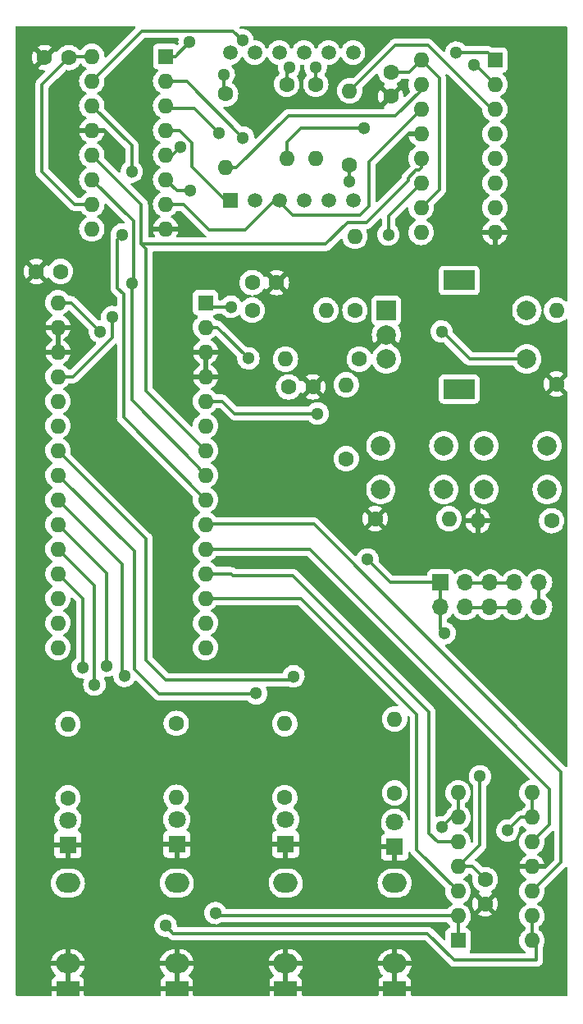
<source format=gbr>
%TF.GenerationSoftware,KiCad,Pcbnew,(6.0.1)*%
%TF.CreationDate,2022-12-13T14:11:25+02:00*%
%TF.ProjectId,ArduinoClockModule,41726475-696e-46f4-936c-6f636b4d6f64,rev?*%
%TF.SameCoordinates,Original*%
%TF.FileFunction,Copper,L1,Top*%
%TF.FilePolarity,Positive*%
%FSLAX46Y46*%
G04 Gerber Fmt 4.6, Leading zero omitted, Abs format (unit mm)*
G04 Created by KiCad (PCBNEW (6.0.1)) date 2022-12-13 14:11:25*
%MOMM*%
%LPD*%
G01*
G04 APERTURE LIST*
G04 Aperture macros list*
%AMOutline4P*
0 Free polygon, 4 corners , with rotation*
0 The origin of the aperture is its center*
0 number of corners: always 4*
0 $1 to $8 corner X, Y*
0 $9 Rotation angle, in degrees counterclockwise*
0 create outline with 4 corners*
4,1,4,$1,$2,$3,$4,$5,$6,$7,$8,$1,$2,$9*%
G04 Aperture macros list end*
%TA.AperFunction,ComponentPad*%
%ADD10C,1.600000*%
%TD*%
%TA.AperFunction,ComponentPad*%
%ADD11O,1.700000X1.700000*%
%TD*%
%TA.AperFunction,ComponentPad*%
%ADD12R,1.700000X1.700000*%
%TD*%
%TA.AperFunction,ComponentPad*%
%ADD13O,1.600000X1.600000*%
%TD*%
%TA.AperFunction,ComponentPad*%
%ADD14R,1.800000X1.800000*%
%TD*%
%TA.AperFunction,ComponentPad*%
%ADD15C,1.800000*%
%TD*%
%TA.AperFunction,ComponentPad*%
%ADD16Outline4P,-0.750000X-1.150000X0.750000X-1.150000X0.750000X1.150000X-0.750000X1.150000X90.000000*%
%TD*%
%TA.AperFunction,ComponentPad*%
%ADD17O,2.500000X2.000000*%
%TD*%
%TA.AperFunction,ComponentPad*%
%ADD18C,2.000000*%
%TD*%
%TA.AperFunction,ComponentPad*%
%ADD19R,2.000000X2.000000*%
%TD*%
%TA.AperFunction,ComponentPad*%
%ADD20R,3.200000X2.000000*%
%TD*%
%TA.AperFunction,ComponentPad*%
%ADD21C,1.500000*%
%TD*%
%TA.AperFunction,ComponentPad*%
%ADD22R,1.500000X1.500000*%
%TD*%
%TA.AperFunction,ComponentPad*%
%ADD23R,1.600000X1.600000*%
%TD*%
%TA.AperFunction,ViaPad*%
%ADD24C,1.300000*%
%TD*%
%TA.AperFunction,Conductor*%
%ADD25C,0.350000*%
%TD*%
G04 APERTURE END LIST*
D10*
%TO.P,C6,1*%
%TO.N,+12V*%
X69000000Y-108500000D03*
%TO.P,C6,2*%
%TO.N,GND*%
X69000000Y-111000000D03*
%TD*%
D11*
%TO.P,J5,10,Pin_10*%
%TO.N,-12V*%
X74560000Y-80415000D03*
%TO.P,J5,9,Pin_9*%
X74560000Y-77875000D03*
%TO.P,J5,8,Pin_8*%
%TO.N,Net-(J5-Pad4)*%
X72020000Y-80415000D03*
%TO.P,J5,7,Pin_7*%
%TO.N,Net-(J5-Pad3)*%
X72020000Y-77875000D03*
%TO.P,J5,6,Pin_6*%
%TO.N,Net-(J5-Pad4)*%
X69480000Y-80415000D03*
%TO.P,J5,5,Pin_5*%
%TO.N,Net-(J5-Pad3)*%
X69480000Y-77875000D03*
%TO.P,J5,4,Pin_4*%
%TO.N,Net-(J5-Pad4)*%
X66940000Y-80415000D03*
%TO.P,J5,3,Pin_3*%
%TO.N,Net-(J5-Pad3)*%
X66940000Y-77875000D03*
%TO.P,J5,2,Pin_2*%
%TO.N,+12V*%
X64400000Y-80415000D03*
D12*
%TO.P,J5,1,Pin_1*%
X64400000Y-77875000D03*
%TD*%
D10*
%TO.P,R18,1*%
%TO.N,GND*%
X57640000Y-71300000D03*
D13*
%TO.P,R18,2*%
%TO.N,Net-(A1-Pad23)*%
X65260000Y-71300000D03*
%TD*%
D10*
%TO.P,R2,1*%
%TO.N,Net-(D2-Pad2)*%
X48300000Y-100050000D03*
D13*
%TO.P,R2,2*%
%TO.N,/L2*%
X48300000Y-92430000D03*
%TD*%
D14*
%TO.P,D3,1,K*%
%TO.N,GND*%
X59650000Y-105150000D03*
D15*
%TO.P,D3,2,A*%
%TO.N,Net-(D3-Pad2)*%
X59650000Y-102610000D03*
%TD*%
D14*
%TO.P,D2,1,K*%
%TO.N,GND*%
X48400000Y-104850000D03*
D15*
%TO.P,D2,2,A*%
%TO.N,Net-(D2-Pad2)*%
X48400000Y-102310000D03*
%TD*%
D10*
%TO.P,R10,1*%
%TO.N,Net-(R10-Pad1)*%
X56000000Y-54850000D03*
D13*
%TO.P,R10,2*%
%TO.N,/D0*%
X48380000Y-54850000D03*
%TD*%
D14*
%TO.P,D1,1,K*%
%TO.N,GND*%
X37150000Y-104850000D03*
D15*
%TO.P,D1,2,A*%
%TO.N,Net-(D1-Pad2)*%
X37150000Y-102310000D03*
%TD*%
D10*
%TO.P,R9,1*%
%TO.N,/D1*%
X44940000Y-49800000D03*
D13*
%TO.P,R9,2*%
%TO.N,Net-(R11-Pad1)*%
X52560000Y-49800000D03*
%TD*%
D10*
%TO.P,C5,1*%
%TO.N,+5V*%
X59250000Y-25250000D03*
%TO.P,C5,2*%
%TO.N,GND*%
X59250000Y-27750000D03*
%TD*%
D16*
%TO.P,J4,S*%
%TO.N,GND*%
X37150000Y-119732000D03*
D17*
%TO.P,J4,T*%
%TO.N,Net-(J4-PadT)*%
X37150000Y-108872000D03*
%TO.P,J4,TN*%
%TO.N,GND*%
X37150000Y-117172000D03*
%TD*%
D16*
%TO.P,J3,S*%
%TO.N,GND*%
X59650000Y-119732000D03*
D17*
%TO.P,J3,T*%
%TO.N,Net-(J3-PadT)*%
X59650000Y-108872000D03*
%TO.P,J3,TN*%
%TO.N,GND*%
X59650000Y-117172000D03*
%TD*%
D10*
%TO.P,C3,1*%
%TO.N,+12V*%
X25150000Y-45800000D03*
%TO.P,C3,2*%
%TO.N,GND*%
X22650000Y-45800000D03*
%TD*%
%TO.P,C4,2*%
%TO.N,GND*%
X23500000Y-23750000D03*
%TO.P,C4,1*%
%TO.N,+5V*%
X26000000Y-23750000D03*
%TD*%
D18*
%TO.P,SW1,1,1*%
%TO.N,+5V*%
X75386000Y-63790000D03*
X68886000Y-63790000D03*
%TO.P,SW1,2,2*%
%TO.N,Net-(A1-Pad24)*%
X75386000Y-68290000D03*
X68886000Y-68290000D03*
%TD*%
D19*
%TO.P,SW3,A,A*%
%TO.N,Net-(R11-Pad1)*%
X58790000Y-49824000D03*
D18*
%TO.P,SW3,B,B*%
%TO.N,Net-(R10-Pad1)*%
X58790000Y-54824000D03*
%TO.P,SW3,C,C*%
%TO.N,GND*%
X58790000Y-52324000D03*
D20*
%TO.P,SW3,MP*%
%TO.N,N/C*%
X66290000Y-57924000D03*
X66290000Y-46724000D03*
D18*
%TO.P,SW3,S1,S1*%
%TO.N,+5V*%
X73290000Y-54824000D03*
%TO.P,SW3,S2,S2*%
%TO.N,/D2*%
X73290000Y-49824000D03*
%TD*%
%TO.P,SW2,1,1*%
%TO.N,+5V*%
X58218000Y-63790000D03*
X64718000Y-63790000D03*
%TO.P,SW2,2,2*%
%TO.N,Net-(A1-Pad23)*%
X58218000Y-68290000D03*
X64718000Y-68290000D03*
%TD*%
D10*
%TO.P,R17,1*%
%TO.N,Net-(A1-Pad24)*%
X75860000Y-71500000D03*
D13*
%TO.P,R17,2*%
%TO.N,GND*%
X68240000Y-71500000D03*
%TD*%
D10*
%TO.P,C1,1*%
%TO.N,/D1*%
X44950000Y-46950000D03*
%TO.P,C1,2*%
%TO.N,GND*%
X47450000Y-46950000D03*
%TD*%
%TO.P,C2,2*%
%TO.N,GND*%
X51200000Y-57700000D03*
%TO.P,C2,1*%
%TO.N,/D0*%
X48700000Y-57700000D03*
%TD*%
D16*
%TO.P,J2,S*%
%TO.N,GND*%
X25908000Y-119732000D03*
D17*
%TO.P,J2,T*%
%TO.N,Net-(J2-PadT)*%
X25908000Y-108872000D03*
%TO.P,J2,TN*%
%TO.N,GND*%
X25908000Y-117172000D03*
%TD*%
D10*
%TO.P,R12,1*%
%TO.N,+5V*%
X54650000Y-65110000D03*
D13*
%TO.P,R12,2*%
%TO.N,Net-(R10-Pad1)*%
X54650000Y-57490000D03*
%TD*%
%TO.P,R13,2*%
%TO.N,Net-(R13-Pad2)*%
X55000000Y-27190000D03*
D10*
%TO.P,R13,1*%
%TO.N,Net-(R13-Pad1)*%
X55000000Y-34810000D03*
%TD*%
%TO.P,R3,1*%
%TO.N,Net-(D3-Pad2)*%
X59650000Y-99568000D03*
D13*
%TO.P,R3,2*%
%TO.N,/L1*%
X59650000Y-91948000D03*
%TD*%
D10*
%TO.P,R4,1*%
%TO.N,Net-(D4-Pad2)*%
X25908000Y-100076000D03*
D13*
%TO.P,R4,2*%
%TO.N,/L4*%
X25908000Y-92456000D03*
%TD*%
D14*
%TO.P,D4,1,K*%
%TO.N,GND*%
X25908000Y-104907000D03*
D15*
%TO.P,D4,2,A*%
%TO.N,Net-(D4-Pad2)*%
X25908000Y-102367000D03*
%TD*%
D21*
%TO.P,U6,12,CA1*%
%TO.N,Net-(R16-Pad1)*%
X42650000Y-23237500D03*
%TO.P,U6,11,a*%
%TO.N,Net-(U4-Pad15)*%
X45190000Y-23237500D03*
%TO.P,U6,10,f*%
%TO.N,Net-(U4-Pad5)*%
X47730000Y-23237500D03*
%TO.P,U6,9,CA2*%
%TO.N,Net-(R15-Pad1)*%
X50270000Y-23237500D03*
%TO.P,U6,8,CA3*%
%TO.N,Net-(R14-Pad1)*%
X52810000Y-23237500D03*
%TO.P,U6,7,b*%
%TO.N,Net-(U4-Pad1)*%
X55350000Y-23237500D03*
%TO.P,U6,6,CA4*%
%TO.N,Net-(R13-Pad1)*%
X55350000Y-38477500D03*
%TO.P,U6,5,g*%
%TO.N,Net-(U4-Pad6)*%
X52810000Y-38477500D03*
%TO.P,U6,4,c*%
%TO.N,Net-(U4-Pad2)*%
X50270000Y-38477500D03*
%TO.P,U6,3,DPX*%
%TO.N,Net-(U4-Pad7)*%
X47730000Y-38477500D03*
%TO.P,U6,2,d*%
%TO.N,Net-(U4-Pad3)*%
X45190000Y-38477500D03*
D22*
%TO.P,U6,1,e*%
%TO.N,Net-(U4-Pad4)*%
X42650000Y-38477500D03*
%TD*%
D13*
%TO.P,R11,2*%
%TO.N,+5V*%
X55550000Y-42180000D03*
D10*
%TO.P,R11,1*%
%TO.N,Net-(R11-Pad1)*%
X55550000Y-49800000D03*
%TD*%
%TO.P,R19,1*%
%TO.N,GND*%
X76350000Y-57410000D03*
D13*
%TO.P,R19,2*%
%TO.N,/D2*%
X76350000Y-49790000D03*
%TD*%
D16*
%TO.P,J1,S*%
%TO.N,GND*%
X48400000Y-119732000D03*
D17*
%TO.P,J1,T*%
%TO.N,Net-(J1-PadT)*%
X48400000Y-108872000D03*
%TO.P,J1,TN*%
%TO.N,GND*%
X48400000Y-117172000D03*
%TD*%
D10*
%TO.P,R16,1*%
%TO.N,Net-(R16-Pad1)*%
X42190000Y-27500000D03*
D13*
%TO.P,R16,2*%
%TO.N,Net-(R16-Pad2)*%
X42190000Y-35120000D03*
%TD*%
D10*
%TO.P,R15,1*%
%TO.N,Net-(R15-Pad1)*%
X48500000Y-26500000D03*
D13*
%TO.P,R15,2*%
%TO.N,Net-(R15-Pad2)*%
X48500000Y-34120000D03*
%TD*%
D10*
%TO.P,R14,1*%
%TO.N,Net-(R14-Pad1)*%
X51500000Y-26500000D03*
D13*
%TO.P,R14,2*%
%TO.N,Net-(R14-Pad2)*%
X51500000Y-34120000D03*
%TD*%
D10*
%TO.P,R1,1*%
%TO.N,/L3*%
X37100000Y-92400000D03*
D13*
%TO.P,R1,2*%
%TO.N,Net-(D1-Pad2)*%
X37100000Y-100020000D03*
%TD*%
D23*
%TO.P,U4,1,QB*%
%TO.N,Net-(U4-Pad1)*%
X36000000Y-23637000D03*
D13*
%TO.P,U4,2,QC*%
%TO.N,Net-(U4-Pad2)*%
X36000000Y-26177000D03*
%TO.P,U4,3,QD*%
%TO.N,Net-(U4-Pad3)*%
X36000000Y-28717000D03*
%TO.P,U4,4,QE*%
%TO.N,Net-(U4-Pad4)*%
X36000000Y-31257000D03*
%TO.P,U4,5,QF*%
%TO.N,Net-(U4-Pad5)*%
X36000000Y-33797000D03*
%TO.P,U4,6,QG*%
%TO.N,Net-(U4-Pad6)*%
X36000000Y-36337000D03*
%TO.P,U4,7,QH*%
%TO.N,Net-(U4-Pad7)*%
X36000000Y-38877000D03*
%TO.P,U4,8,GND*%
%TO.N,GND*%
X36000000Y-41417000D03*
%TO.P,U4,9,QH'*%
%TO.N,unconnected-(U4-Pad9)*%
X28380000Y-41417000D03*
%TO.P,U4,10,~{SRCLR}*%
%TO.N,+5V*%
X28380000Y-38877000D03*
%TO.P,U4,11,SRCLK*%
%TO.N,/D5*%
X28380000Y-36337000D03*
%TO.P,U4,12,RCLK*%
%TO.N,/D4*%
X28380000Y-33797000D03*
%TO.P,U4,13,~{OE}*%
%TO.N,GND*%
X28380000Y-31257000D03*
%TO.P,U4,14,SER*%
%TO.N,/D6*%
X28380000Y-28717000D03*
%TO.P,U4,15,QA*%
%TO.N,Net-(U4-Pad15)*%
X28380000Y-26177000D03*
%TO.P,U4,16,VCC*%
%TO.N,+5V*%
X28380000Y-23637000D03*
%TD*%
%TO.P,U5,16,VCC*%
%TO.N,+5V*%
X62380000Y-24000000D03*
%TO.P,U5,15,QA*%
%TO.N,Net-(R16-Pad2)*%
X62380000Y-26540000D03*
%TO.P,U5,14,SER*%
%TO.N,Net-(U4-Pad7)*%
X62380000Y-29080000D03*
%TO.P,U5,13,~{OE}*%
%TO.N,GND*%
X62380000Y-31620000D03*
%TO.P,U5,12,RCLK*%
%TO.N,/D4*%
X62380000Y-34160000D03*
%TO.P,U5,11,SRCLK*%
%TO.N,/D5*%
X62380000Y-36700000D03*
%TO.P,U5,10,~{SRCLR}*%
%TO.N,+5V*%
X62380000Y-39240000D03*
%TO.P,U5,9,QH'*%
%TO.N,unconnected-(U5-Pad9)*%
X62380000Y-41780000D03*
%TO.P,U5,8,GND*%
%TO.N,GND*%
X70000000Y-41780000D03*
%TO.P,U5,7,QH*%
%TO.N,unconnected-(U5-Pad7)*%
X70000000Y-39240000D03*
%TO.P,U5,6,QG*%
%TO.N,unconnected-(U5-Pad6)*%
X70000000Y-36700000D03*
%TO.P,U5,5,QF*%
%TO.N,unconnected-(U5-Pad5)*%
X70000000Y-34160000D03*
%TO.P,U5,4,QE*%
%TO.N,unconnected-(U5-Pad4)*%
X70000000Y-31620000D03*
%TO.P,U5,3,QD*%
%TO.N,Net-(R13-Pad2)*%
X70000000Y-29080000D03*
%TO.P,U5,2,QC*%
%TO.N,Net-(R14-Pad2)*%
X70000000Y-26540000D03*
D23*
%TO.P,U5,1,QB*%
%TO.N,Net-(R15-Pad2)*%
X70000000Y-24000000D03*
%TD*%
%TO.P,A1,1,D1/TX*%
%TO.N,/D1*%
X40122000Y-49022000D03*
D13*
%TO.P,A1,2,D0/RX*%
%TO.N,/D0*%
X40122000Y-51562000D03*
%TO.P,A1,3,~{RESET}*%
%TO.N,GND*%
X40122000Y-54102000D03*
%TO.P,A1,4,GND*%
X40122000Y-56642000D03*
%TO.P,A1,5,D2*%
%TO.N,/D2*%
X40122000Y-59182000D03*
%TO.P,A1,6,D3*%
%TO.N,/D3*%
X40122000Y-61722000D03*
%TO.P,A1,7,D4*%
%TO.N,/D4*%
X40122000Y-64262000D03*
%TO.P,A1,8,D5*%
%TO.N,/D5*%
X40122000Y-66802000D03*
%TO.P,A1,9,D6*%
%TO.N,/D6*%
X40122000Y-69342000D03*
%TO.P,A1,10,D7*%
%TO.N,/D7*%
X40122000Y-71882000D03*
%TO.P,A1,11,D8*%
%TO.N,/D8*%
X40122000Y-74422000D03*
%TO.P,A1,12,D9*%
%TO.N,/D9*%
X40122000Y-76962000D03*
%TO.P,A1,13,D10*%
%TO.N,/D10*%
X40122000Y-79502000D03*
%TO.P,A1,14,D11*%
%TO.N,/D11*%
X40122000Y-82042000D03*
%TO.P,A1,15,D12*%
%TO.N,/D12*%
X40122000Y-84582000D03*
%TO.P,A1,16,D13*%
%TO.N,/D13*%
X24882000Y-84582000D03*
%TO.P,A1,17,3V3*%
%TO.N,unconnected-(A1-Pad17)*%
X24882000Y-82042000D03*
%TO.P,A1,18,AREF*%
%TO.N,unconnected-(A1-Pad18)*%
X24882000Y-79502000D03*
%TO.P,A1,19,A0*%
%TO.N,/L4*%
X24882000Y-76962000D03*
%TO.P,A1,20,A1*%
%TO.N,/L3*%
X24882000Y-74422000D03*
%TO.P,A1,21,A2*%
%TO.N,/L2*%
X24882000Y-71882000D03*
%TO.P,A1,22,A3*%
%TO.N,/L1*%
X24882000Y-69342000D03*
%TO.P,A1,23,A4*%
%TO.N,Net-(A1-Pad23)*%
X24882000Y-66802000D03*
%TO.P,A1,24,A5*%
%TO.N,Net-(A1-Pad24)*%
X24882000Y-64262000D03*
%TO.P,A1,25,A6*%
%TO.N,unconnected-(A1-Pad25)*%
X24882000Y-61722000D03*
%TO.P,A1,26,A7*%
%TO.N,unconnected-(A1-Pad26)*%
X24882000Y-59182000D03*
%TO.P,A1,27,+5V*%
%TO.N,+5V*%
X24882000Y-56642000D03*
%TO.P,A1,28,~{RESET}*%
%TO.N,GND*%
X24882000Y-54102000D03*
%TO.P,A1,29,GND*%
X24882000Y-51562000D03*
%TO.P,A1,30,VIN*%
%TO.N,+12V*%
X24882000Y-49022000D03*
%TD*%
D23*
%TO.P,U1,1*%
%TO.N,Net-(J4-PadT)*%
X66200000Y-114800000D03*
D13*
%TO.P,U1,2,-*%
X66200000Y-112260000D03*
%TO.P,U1,3,+*%
%TO.N,/D10*%
X66200000Y-109720000D03*
%TO.P,U1,4,V+*%
%TO.N,+12V*%
X66200000Y-107180000D03*
%TO.P,U1,5,+*%
%TO.N,/D9*%
X66200000Y-104640000D03*
%TO.P,U1,6,-*%
%TO.N,Net-(J3-PadT)*%
X66200000Y-102100000D03*
%TO.P,U1,7*%
X66200000Y-99560000D03*
%TO.P,U1,8*%
%TO.N,Net-(J1-PadT)*%
X73820000Y-99560000D03*
%TO.P,U1,9,-*%
X73820000Y-102100000D03*
%TO.P,U1,10,+*%
%TO.N,/D8*%
X73820000Y-104640000D03*
%TO.P,U1,11,V-*%
%TO.N,GND*%
X73820000Y-107180000D03*
%TO.P,U1,12,+*%
%TO.N,/D7*%
X73820000Y-109720000D03*
%TO.P,U1,13,-*%
%TO.N,Net-(J2-PadT)*%
X73820000Y-112260000D03*
%TO.P,U1,14*%
X73820000Y-114800000D03*
%TD*%
D24*
%TO.N,GND*%
X36300000Y-53500000D03*
X35600000Y-69300000D03*
X54000000Y-98800000D03*
X54400000Y-88600000D03*
X61000000Y-86800000D03*
X67200000Y-93200000D03*
X70100000Y-86600000D03*
X25500000Y-30000000D03*
%TO.N,Net-(U4-Pad6)*%
X38500000Y-37500000D03*
%TO.N,Net-(U4-Pad2)*%
X44000000Y-32000000D03*
%TO.N,Net-(U4-Pad3)*%
X41500000Y-31500000D03*
%TO.N,Net-(U4-Pad5)*%
X37500000Y-33000000D03*
%TO.N,Net-(U4-Pad15)*%
X43942000Y-21971000D03*
%TO.N,Net-(U4-Pad1)*%
X38471774Y-22174500D03*
%TO.N,Net-(R15-Pad2)*%
X66000000Y-23250000D03*
X56500000Y-31000000D03*
%TO.N,Net-(R14-Pad2)*%
X67814856Y-24521619D03*
%TO.N,/D5*%
X59000000Y-42000000D03*
X32500000Y-47000000D03*
%TO.N,/D6*%
X32500000Y-35500000D03*
X31500000Y-42000000D03*
%TO.N,+5V*%
X30475500Y-50500000D03*
%TO.N,Net-(R13-Pad1)*%
X55000000Y-36500000D03*
%TO.N,Net-(R15-Pad1)*%
X48750000Y-24750000D03*
%TO.N,Net-(R14-Pad1)*%
X51500000Y-24750000D03*
%TO.N,Net-(R16-Pad1)*%
X42000000Y-25500000D03*
%TO.N,+12V*%
X56850000Y-75500000D03*
X29212967Y-52005846D03*
X68450000Y-97850000D03*
X64800000Y-83100000D03*
%TO.N,+5V*%
X64500000Y-52000000D03*
%TO.N,/D2*%
X51700000Y-60450000D03*
%TO.N,/D1*%
X42750000Y-49450000D03*
%TO.N,/D0*%
X44550000Y-54750000D03*
%TO.N,Net-(A1-Pad24)*%
X49200000Y-87550000D03*
%TO.N,Net-(A1-Pad23)*%
X45350000Y-89300000D03*
%TO.N,Net-(J1-PadT)*%
X71300000Y-103450000D03*
%TO.N,GND*%
X75450000Y-105850000D03*
X71750000Y-107250000D03*
%TO.N,Net-(J3-PadT)*%
X64500000Y-103100000D03*
%TO.N,Net-(J2-PadT)*%
X36000000Y-113250000D03*
%TO.N,Net-(J4-PadT)*%
X41150000Y-111950000D03*
%TO.N,/L1*%
X31750000Y-87500000D03*
%TO.N,/L2*%
X29900000Y-86450000D03*
%TO.N,/L3*%
X28650000Y-88400000D03*
%TO.N,/L4*%
X27425500Y-86614000D03*
%TD*%
D25*
%TO.N,Net-(U4-Pad7)*%
X37877000Y-38877000D02*
X36000000Y-38877000D01*
X40500000Y-41500000D02*
X37877000Y-38877000D01*
X49102500Y-40000000D02*
X47580000Y-38477500D01*
X47580000Y-38477500D02*
X47230000Y-38477500D01*
X57000000Y-39100000D02*
X56100000Y-40000000D01*
X56100000Y-40000000D02*
X49102500Y-40000000D01*
X57000000Y-34460000D02*
X57000000Y-39100000D01*
X62380000Y-29080000D02*
X57000000Y-34460000D01*
X47230000Y-38477500D02*
X44207500Y-41500000D01*
X44207500Y-41500000D02*
X40500000Y-41500000D01*
%TO.N,Net-(U4-Pad15)*%
X42971000Y-21000000D02*
X43942000Y-21971000D01*
X33557000Y-21000000D02*
X42971000Y-21000000D01*
X28380000Y-26177000D02*
X33557000Y-21000000D01*
%TO.N,Net-(U4-Pad4)*%
X38674501Y-32513505D02*
X37417996Y-31257000D01*
X42150000Y-38477500D02*
X38674501Y-35002001D01*
X38674501Y-35002001D02*
X38674501Y-32513505D01*
X42500000Y-38477500D02*
X42150000Y-38477500D01*
X37417996Y-31257000D02*
X36000000Y-31257000D01*
%TO.N,Net-(R13-Pad2)*%
X69669004Y-29080000D02*
X63089004Y-22500000D01*
X63089004Y-22500000D02*
X59690000Y-22500000D01*
X59690000Y-22500000D02*
X55000000Y-27190000D01*
X70000000Y-29080000D02*
X69669004Y-29080000D01*
%TO.N,+5V*%
X59250000Y-25250000D02*
X61130000Y-25250000D01*
X61130000Y-25250000D02*
X62380000Y-24000000D01*
%TO.N,Net-(R16-Pad2)*%
X48691370Y-29750000D02*
X43321370Y-35120000D01*
X59750000Y-29750000D02*
X48691370Y-29750000D01*
X62380000Y-27120000D02*
X59750000Y-29750000D01*
X62380000Y-26540000D02*
X62380000Y-27120000D01*
X43321370Y-35120000D02*
X42190000Y-35120000D01*
%TO.N,/L1*%
X31500000Y-75960000D02*
X31500000Y-87250000D01*
X31500000Y-87250000D02*
X31750000Y-87500000D01*
X24882000Y-69342000D02*
X31500000Y-75960000D01*
%TO.N,Net-(A1-Pad23)*%
X45300000Y-89350000D02*
X45350000Y-89300000D01*
X35300000Y-89350000D02*
X45300000Y-89350000D01*
X32750000Y-86800000D02*
X35300000Y-89350000D01*
X24882000Y-66802000D02*
X32750000Y-74670000D01*
X32750000Y-74670000D02*
X32750000Y-86800000D01*
%TO.N,/D5*%
X32674501Y-40631501D02*
X28380000Y-36337000D01*
X32674501Y-46825499D02*
X32674501Y-40631501D01*
%TO.N,/D6*%
X31000000Y-47500000D02*
X31000000Y-42500000D01*
X31000000Y-42500000D02*
X31500000Y-42000000D01*
%TO.N,/D5*%
X32500000Y-47000000D02*
X32674501Y-46825499D01*
%TO.N,/D6*%
X31650001Y-60870001D02*
X31650001Y-48150001D01*
X40122000Y-69342000D02*
X31650001Y-60870001D01*
X31650001Y-48150001D02*
X31000000Y-47500000D01*
%TO.N,+5V*%
X26409138Y-56642000D02*
X30475500Y-52575638D01*
X24882000Y-56642000D02*
X26409138Y-56642000D01*
X30475500Y-52575638D02*
X30475500Y-50500000D01*
%TO.N,/D4*%
X62380000Y-35120000D02*
X62380000Y-34160000D01*
X61831368Y-35375489D02*
X62124511Y-35375489D01*
X62124511Y-35375489D02*
X62380000Y-35120000D01*
X54803429Y-40750000D02*
X56750000Y-40750000D01*
X52553429Y-43000000D02*
X54803429Y-40750000D01*
X61055489Y-36444511D02*
X61055489Y-36151368D01*
X56750000Y-40750000D02*
X61055489Y-36444511D01*
X33500000Y-43000000D02*
X52553429Y-43000000D01*
X61055489Y-36151368D02*
X61831368Y-35375489D01*
%TO.N,+5V*%
X23250000Y-35500000D02*
X23250000Y-26500000D01*
X23250000Y-26500000D02*
X26000000Y-23750000D01*
X26627000Y-38877000D02*
X23250000Y-35500000D01*
X28380000Y-38877000D02*
X26627000Y-38877000D01*
%TO.N,+12V*%
X67680000Y-107180000D02*
X69000000Y-108500000D01*
X66200000Y-107180000D02*
X67680000Y-107180000D01*
%TO.N,Net-(R15-Pad2)*%
X69250000Y-23250000D02*
X66000000Y-23250000D01*
X70000000Y-24000000D02*
X69250000Y-23250000D01*
%TO.N,Net-(R14-Pad2)*%
X67981619Y-24521619D02*
X67814856Y-24521619D01*
X70000000Y-26540000D02*
X67981619Y-24521619D01*
%TO.N,+5V*%
X64275989Y-25895989D02*
X62380000Y-24000000D01*
X64275988Y-37344012D02*
X64275989Y-25895989D01*
X62380000Y-39240000D02*
X64275988Y-37344012D01*
X28380000Y-23637000D02*
X26113000Y-23637000D01*
X26113000Y-23637000D02*
X26000000Y-23750000D01*
%TO.N,Net-(R15-Pad1)*%
X48500000Y-25000000D02*
X48750000Y-24750000D01*
X48500000Y-26500000D02*
X48500000Y-25000000D01*
%TO.N,Net-(R14-Pad1)*%
X51500000Y-26500000D02*
X51500000Y-24750000D01*
%TO.N,Net-(U4-Pad6)*%
X37163000Y-37500000D02*
X36000000Y-36337000D01*
X38500000Y-37500000D02*
X37163000Y-37500000D01*
%TO.N,Net-(U4-Pad2)*%
X38177000Y-26177000D02*
X44000000Y-32000000D01*
X36000000Y-26177000D02*
X38177000Y-26177000D01*
%TO.N,Net-(U4-Pad3)*%
X39000000Y-29000000D02*
X36283000Y-29000000D01*
X36283000Y-29000000D02*
X36000000Y-28717000D01*
X41500000Y-31500000D02*
X39000000Y-29000000D01*
%TO.N,Net-(U4-Pad5)*%
X36703000Y-33797000D02*
X37500000Y-33000000D01*
X36000000Y-33797000D02*
X36703000Y-33797000D01*
%TO.N,Net-(U4-Pad1)*%
X37009274Y-23637000D02*
X38471774Y-22174500D01*
X36000000Y-23637000D02*
X37009274Y-23637000D01*
%TO.N,Net-(R15-Pad2)*%
X48500000Y-32500000D02*
X48500000Y-34120000D01*
X50000000Y-31000000D02*
X48500000Y-32500000D01*
X56500000Y-31000000D02*
X50000000Y-31000000D01*
%TO.N,/D5*%
X59000000Y-42000000D02*
X59000000Y-40080000D01*
X59000000Y-40080000D02*
X62380000Y-36700000D01*
X32500000Y-59090886D02*
X32500000Y-47000000D01*
%TO.N,/D4*%
X34000000Y-43500000D02*
X33500000Y-43000000D01*
X34000000Y-58140000D02*
X34000000Y-43500000D01*
X40122000Y-64262000D02*
X34000000Y-58140000D01*
X33500000Y-43000000D02*
X33500000Y-38917000D01*
X33500000Y-38917000D02*
X28380000Y-33797000D01*
%TO.N,/D5*%
X39497000Y-66087886D02*
X32500000Y-59090886D01*
X39497000Y-66177000D02*
X39497000Y-66087886D01*
X40122000Y-66802000D02*
X39497000Y-66177000D01*
%TO.N,+12V*%
X24882000Y-49022000D02*
X26229121Y-49022000D01*
X26229121Y-49022000D02*
X29212967Y-52005846D01*
%TO.N,/D6*%
X32500000Y-35500000D02*
X32500000Y-32837000D01*
X32500000Y-32837000D02*
X28380000Y-28717000D01*
%TO.N,Net-(R13-Pad1)*%
X55000000Y-36500000D02*
X55000000Y-34810000D01*
%TO.N,Net-(R16-Pad1)*%
X42000000Y-27310000D02*
X42190000Y-27500000D01*
X42000000Y-25500000D02*
X42000000Y-27310000D01*
%TO.N,+12V*%
X59225000Y-77875000D02*
X56850000Y-75500000D01*
X64400000Y-77875000D02*
X59225000Y-77875000D01*
%TO.N,Net-(A1-Pad24)*%
X36000000Y-87900000D02*
X48850000Y-87900000D01*
X48850000Y-87900000D02*
X49200000Y-87550000D01*
X33950000Y-85850000D02*
X36000000Y-87900000D01*
X33950000Y-73330000D02*
X33950000Y-85850000D01*
X24882000Y-64262000D02*
X33950000Y-73330000D01*
%TO.N,/L2*%
X29900000Y-76900000D02*
X29900000Y-86450000D01*
X24882000Y-71882000D02*
X29900000Y-76900000D01*
%TO.N,/L4*%
X24882000Y-76962000D02*
X27425500Y-79505500D01*
X27425500Y-79505500D02*
X27425500Y-86614000D01*
%TO.N,/L3*%
X24882000Y-74422000D02*
X28650000Y-78190000D01*
X28650000Y-78190000D02*
X28650000Y-88400000D01*
%TO.N,+12V*%
X68450000Y-104930000D02*
X66200000Y-107180000D01*
X68450000Y-97850000D02*
X68450000Y-104930000D01*
X64400000Y-82700000D02*
X64800000Y-83100000D01*
X64400000Y-80415000D02*
X64400000Y-82700000D01*
X64390000Y-77910000D02*
X64390000Y-80450000D01*
%TO.N,-12V*%
X74550000Y-77910000D02*
X74550000Y-80450000D01*
%TO.N,Net-(J5-Pad4)*%
X66930000Y-80450000D02*
X72010000Y-80450000D01*
%TO.N,Net-(J5-Pad3)*%
X72010000Y-77910000D02*
X66930000Y-77910000D01*
%TO.N,+5V*%
X64900000Y-52300000D02*
X64600000Y-52000000D01*
X64600000Y-52000000D02*
X64500000Y-52000000D01*
X67424000Y-54824000D02*
X64900000Y-52300000D01*
X73290000Y-54824000D02*
X67424000Y-54824000D01*
%TO.N,/D2*%
X41882000Y-59182000D02*
X40122000Y-59182000D01*
X43150000Y-60450000D02*
X41882000Y-59182000D01*
X51700000Y-60450000D02*
X43150000Y-60450000D01*
%TO.N,/D1*%
X42750000Y-49450000D02*
X40550000Y-49450000D01*
X40550000Y-49450000D02*
X40122000Y-49022000D01*
%TO.N,/D0*%
X41362000Y-51562000D02*
X44550000Y-54750000D01*
X40122000Y-51562000D02*
X41362000Y-51562000D01*
%TO.N,/D10*%
X61950000Y-91450000D02*
X61950000Y-105470000D01*
X61950000Y-105470000D02*
X66200000Y-109720000D01*
X50002000Y-79502000D02*
X61950000Y-91450000D01*
X40122000Y-79502000D02*
X50002000Y-79502000D01*
%TO.N,/D9*%
X42950000Y-77150000D02*
X42762000Y-76962000D01*
X49100000Y-77150000D02*
X42950000Y-77150000D01*
X63200000Y-103750000D02*
X63200000Y-91250000D01*
X63200000Y-91250000D02*
X49100000Y-77150000D01*
X42762000Y-76962000D02*
X40122000Y-76962000D01*
X64090000Y-104640000D02*
X63200000Y-103750000D01*
X66200000Y-104640000D02*
X64090000Y-104640000D01*
%TO.N,Net-(J1-PadT)*%
X72650000Y-102100000D02*
X71300000Y-103450000D01*
X73820000Y-102100000D02*
X72650000Y-102100000D01*
X73820000Y-99575000D02*
X73820000Y-102100000D01*
%TO.N,/D8*%
X50872000Y-74422000D02*
X40122000Y-74422000D01*
X75650000Y-99200000D02*
X50872000Y-74422000D01*
X75650000Y-102810000D02*
X75650000Y-99200000D01*
X73820000Y-104640000D02*
X75650000Y-102810000D01*
%TO.N,/D7*%
X40154000Y-71850000D02*
X40122000Y-71882000D01*
X51300000Y-71850000D02*
X40154000Y-71850000D01*
X76850000Y-106690000D02*
X76850000Y-97400000D01*
X73820000Y-109720000D02*
X76850000Y-106690000D01*
X76850000Y-97400000D02*
X51300000Y-71850000D01*
%TO.N,Net-(J2-PadT)*%
X63050000Y-114050000D02*
X36800000Y-114050000D01*
X65800000Y-116800000D02*
X63050000Y-114050000D01*
X74300000Y-116800000D02*
X65800000Y-116800000D01*
X74300000Y-115280000D02*
X74300000Y-116800000D01*
X73820000Y-114800000D02*
X74300000Y-115280000D01*
X36800000Y-114050000D02*
X36000000Y-113250000D01*
%TO.N,Net-(J3-PadT)*%
X65525000Y-102075000D02*
X64500000Y-103100000D01*
X66200000Y-102100000D02*
X66175000Y-102075000D01*
%TO.N,Net-(J4-PadT)*%
X66175000Y-112235000D02*
X41435000Y-112235000D01*
X66200000Y-112260000D02*
X66175000Y-112235000D01*
%TO.N,Net-(J1-PadT)*%
X73820000Y-99560000D02*
X73820000Y-102100000D01*
%TO.N,Net-(J2-PadT)*%
X73820000Y-112260000D02*
X73820000Y-114800000D01*
%TO.N,Net-(J4-PadT)*%
X66200000Y-112260000D02*
X66200000Y-114800000D01*
%TO.N,Net-(J3-PadT)*%
X66200000Y-99560000D02*
X66200000Y-102100000D01*
%TO.N,Net-(J4-PadT)*%
X41435000Y-112235000D02*
X41150000Y-111950000D01*
%TO.N,Net-(J3-PadT)*%
X66175000Y-102075000D02*
X65525000Y-102075000D01*
%TD*%
%TA.AperFunction,Conductor*%
%TO.N,GND*%
G36*
X32846316Y-20528002D02*
G01*
X32892809Y-20581658D01*
X32902913Y-20651932D01*
X32873419Y-20716512D01*
X32867290Y-20723095D01*
X29905472Y-23684913D01*
X29843160Y-23718939D01*
X29772345Y-23713874D01*
X29715509Y-23671327D01*
X29690856Y-23606800D01*
X29678203Y-23462181D01*
X29673543Y-23408913D01*
X29652835Y-23331630D01*
X29615707Y-23193067D01*
X29615706Y-23193065D01*
X29614284Y-23187757D01*
X29597548Y-23151866D01*
X29519849Y-22985238D01*
X29519846Y-22985233D01*
X29517523Y-22980251D01*
X29411237Y-22828459D01*
X29389357Y-22797211D01*
X29389355Y-22797208D01*
X29386198Y-22792700D01*
X29224300Y-22630802D01*
X29219792Y-22627645D01*
X29219789Y-22627643D01*
X29103902Y-22546498D01*
X29036749Y-22499477D01*
X29031767Y-22497154D01*
X29031762Y-22497151D01*
X28834225Y-22405039D01*
X28834224Y-22405039D01*
X28829243Y-22402716D01*
X28823935Y-22401294D01*
X28823933Y-22401293D01*
X28613402Y-22344881D01*
X28613400Y-22344881D01*
X28608087Y-22343457D01*
X28380000Y-22323502D01*
X28151913Y-22343457D01*
X28146600Y-22344881D01*
X28146598Y-22344881D01*
X27936067Y-22401293D01*
X27936065Y-22401294D01*
X27930757Y-22402716D01*
X27925776Y-22405039D01*
X27925775Y-22405039D01*
X27728238Y-22497151D01*
X27728233Y-22497154D01*
X27723251Y-22499477D01*
X27656098Y-22546498D01*
X27540211Y-22627643D01*
X27540208Y-22627645D01*
X27535700Y-22630802D01*
X27373802Y-22792700D01*
X27370645Y-22797209D01*
X27370643Y-22797211D01*
X27298830Y-22899771D01*
X27243373Y-22944099D01*
X27195617Y-22953500D01*
X27104436Y-22953500D01*
X27036315Y-22933498D01*
X27008536Y-22909040D01*
X27006198Y-22905700D01*
X26844300Y-22743802D01*
X26839792Y-22740645D01*
X26839789Y-22740643D01*
X26728886Y-22662988D01*
X26656749Y-22612477D01*
X26651767Y-22610154D01*
X26651762Y-22610151D01*
X26454225Y-22518039D01*
X26454224Y-22518039D01*
X26449243Y-22515716D01*
X26443935Y-22514294D01*
X26443933Y-22514293D01*
X26233402Y-22457881D01*
X26233400Y-22457881D01*
X26228087Y-22456457D01*
X26000000Y-22436502D01*
X25771913Y-22456457D01*
X25766600Y-22457881D01*
X25766598Y-22457881D01*
X25556067Y-22514293D01*
X25556065Y-22514294D01*
X25550757Y-22515716D01*
X25545776Y-22518039D01*
X25545775Y-22518039D01*
X25348238Y-22610151D01*
X25348233Y-22610154D01*
X25343251Y-22612477D01*
X25271114Y-22662988D01*
X25160211Y-22740643D01*
X25160208Y-22740645D01*
X25155700Y-22743802D01*
X24993802Y-22905700D01*
X24990645Y-22910208D01*
X24990643Y-22910211D01*
X24960332Y-22953500D01*
X24862477Y-23093251D01*
X24860153Y-23098235D01*
X24858829Y-23100528D01*
X24807447Y-23149521D01*
X24737733Y-23162957D01*
X24671822Y-23136571D01*
X24640591Y-23100528D01*
X24633934Y-23088998D01*
X24597491Y-23036952D01*
X24587012Y-23028576D01*
X24573566Y-23035644D01*
X22784923Y-24824287D01*
X22778493Y-24836062D01*
X22787789Y-24848077D01*
X22838994Y-24883931D01*
X22848489Y-24889414D01*
X23045947Y-24981490D01*
X23056239Y-24985236D01*
X23266688Y-25041625D01*
X23277480Y-25043528D01*
X23433479Y-25057176D01*
X23499598Y-25083039D01*
X23541237Y-25140543D01*
X23545178Y-25211430D01*
X23511593Y-25271792D01*
X22786541Y-25996844D01*
X22780276Y-26002698D01*
X22738330Y-26039290D01*
X22702934Y-26089655D01*
X22699022Y-26094920D01*
X22661065Y-26143328D01*
X22657939Y-26150252D01*
X22655329Y-26154561D01*
X22649958Y-26163976D01*
X22647573Y-26168424D01*
X22643205Y-26174639D01*
X22639633Y-26183802D01*
X22620858Y-26231957D01*
X22618306Y-26238029D01*
X22592986Y-26294105D01*
X22591600Y-26301582D01*
X22590090Y-26306402D01*
X22587118Y-26316835D01*
X22585870Y-26321696D01*
X22583111Y-26328772D01*
X22582120Y-26336302D01*
X22575082Y-26389762D01*
X22574050Y-26396278D01*
X22562839Y-26456767D01*
X22563276Y-26464347D01*
X22563276Y-26464348D01*
X22566291Y-26516642D01*
X22566500Y-26523894D01*
X22566500Y-35471955D01*
X22566208Y-35480523D01*
X22562424Y-35536034D01*
X22563729Y-35543511D01*
X22563729Y-35543514D01*
X22573002Y-35596647D01*
X22573965Y-35603171D01*
X22581355Y-35664235D01*
X22584042Y-35671345D01*
X22585246Y-35676248D01*
X22588114Y-35686734D01*
X22589561Y-35691526D01*
X22590866Y-35699004D01*
X22593918Y-35705956D01*
X22593918Y-35705957D01*
X22615595Y-35755341D01*
X22618086Y-35761446D01*
X22637145Y-35811882D01*
X22639831Y-35818989D01*
X22644131Y-35825246D01*
X22646467Y-35829714D01*
X22651725Y-35839160D01*
X22654307Y-35843526D01*
X22657362Y-35850485D01*
X22694823Y-35899304D01*
X22698686Y-35904623D01*
X22722003Y-35938548D01*
X22733534Y-35955326D01*
X22739203Y-35960377D01*
X22778323Y-35995232D01*
X22783598Y-36000213D01*
X26123844Y-39340459D01*
X26129698Y-39346724D01*
X26166290Y-39388670D01*
X26216655Y-39424066D01*
X26221920Y-39427978D01*
X26270328Y-39465935D01*
X26277252Y-39469061D01*
X26281561Y-39471671D01*
X26290976Y-39477042D01*
X26295424Y-39479427D01*
X26301639Y-39483795D01*
X26308716Y-39486554D01*
X26358957Y-39506142D01*
X26365029Y-39508694D01*
X26421105Y-39534014D01*
X26428582Y-39535400D01*
X26433402Y-39536910D01*
X26443835Y-39539882D01*
X26448696Y-39541130D01*
X26455772Y-39543889D01*
X26516020Y-39551820D01*
X26516762Y-39551918D01*
X26523278Y-39552950D01*
X26559916Y-39559740D01*
X26583767Y-39564161D01*
X26591347Y-39563724D01*
X26591348Y-39563724D01*
X26643642Y-39560709D01*
X26650894Y-39560500D01*
X27195617Y-39560500D01*
X27263738Y-39580502D01*
X27298829Y-39614228D01*
X27373802Y-39721300D01*
X27535700Y-39883198D01*
X27540208Y-39886355D01*
X27540211Y-39886357D01*
X27618389Y-39941098D01*
X27723251Y-40014523D01*
X27728233Y-40016846D01*
X27728238Y-40016849D01*
X27762457Y-40032805D01*
X27815742Y-40079722D01*
X27835203Y-40147999D01*
X27814661Y-40215959D01*
X27762457Y-40261195D01*
X27728238Y-40277151D01*
X27728233Y-40277154D01*
X27723251Y-40279477D01*
X27626556Y-40347184D01*
X27540211Y-40407643D01*
X27540208Y-40407645D01*
X27535700Y-40410802D01*
X27373802Y-40572700D01*
X27370645Y-40577208D01*
X27370643Y-40577211D01*
X27357218Y-40596384D01*
X27242477Y-40760251D01*
X27240154Y-40765233D01*
X27240151Y-40765238D01*
X27154693Y-40948506D01*
X27145716Y-40967757D01*
X27144294Y-40973065D01*
X27144293Y-40973067D01*
X27116454Y-41076963D01*
X27086457Y-41188913D01*
X27066502Y-41417000D01*
X27086457Y-41645087D01*
X27087881Y-41650400D01*
X27087881Y-41650402D01*
X27115260Y-41752579D01*
X27145716Y-41866243D01*
X27148039Y-41871224D01*
X27148039Y-41871225D01*
X27240151Y-42068762D01*
X27240154Y-42068767D01*
X27242477Y-42073749D01*
X27282103Y-42130341D01*
X27360878Y-42242842D01*
X27373802Y-42261300D01*
X27535700Y-42423198D01*
X27540208Y-42426355D01*
X27540211Y-42426357D01*
X27572977Y-42449300D01*
X27723251Y-42554523D01*
X27728233Y-42556846D01*
X27728238Y-42556849D01*
X27925775Y-42648961D01*
X27930757Y-42651284D01*
X27936065Y-42652706D01*
X27936067Y-42652707D01*
X28146598Y-42709119D01*
X28146600Y-42709119D01*
X28151913Y-42710543D01*
X28380000Y-42730498D01*
X28608087Y-42710543D01*
X28613400Y-42709119D01*
X28613402Y-42709119D01*
X28823933Y-42652707D01*
X28823935Y-42652706D01*
X28829243Y-42651284D01*
X28834225Y-42648961D01*
X29031762Y-42556849D01*
X29031767Y-42556846D01*
X29036749Y-42554523D01*
X29187023Y-42449300D01*
X29219789Y-42426357D01*
X29219792Y-42426355D01*
X29224300Y-42423198D01*
X29386198Y-42261300D01*
X29399123Y-42242842D01*
X29477897Y-42130341D01*
X29517523Y-42073749D01*
X29519846Y-42068767D01*
X29519849Y-42068762D01*
X29611961Y-41871225D01*
X29611961Y-41871224D01*
X29614284Y-41866243D01*
X29644741Y-41752579D01*
X29672119Y-41650402D01*
X29672119Y-41650400D01*
X29673543Y-41645087D01*
X29693498Y-41417000D01*
X29673543Y-41188913D01*
X29643546Y-41076963D01*
X29615707Y-40973067D01*
X29615706Y-40973065D01*
X29614284Y-40967757D01*
X29605307Y-40948506D01*
X29519849Y-40765238D01*
X29519846Y-40765233D01*
X29517523Y-40760251D01*
X29402782Y-40596384D01*
X29389357Y-40577211D01*
X29389355Y-40577208D01*
X29386198Y-40572700D01*
X29224300Y-40410802D01*
X29219792Y-40407645D01*
X29219789Y-40407643D01*
X29133444Y-40347184D01*
X29036749Y-40279477D01*
X29031767Y-40277154D01*
X29031762Y-40277151D01*
X28997543Y-40261195D01*
X28944258Y-40214278D01*
X28924797Y-40146001D01*
X28945339Y-40078041D01*
X28997543Y-40032805D01*
X29031762Y-40016849D01*
X29031767Y-40016846D01*
X29036749Y-40014523D01*
X29141611Y-39941098D01*
X29219789Y-39886357D01*
X29219792Y-39886355D01*
X29224300Y-39883198D01*
X29386198Y-39721300D01*
X29414230Y-39681267D01*
X29461170Y-39614229D01*
X29517523Y-39533749D01*
X29519846Y-39528767D01*
X29519849Y-39528762D01*
X29611961Y-39331225D01*
X29611961Y-39331224D01*
X29614284Y-39326243D01*
X29628761Y-39272217D01*
X29672119Y-39110402D01*
X29672119Y-39110400D01*
X29673543Y-39105087D01*
X29690856Y-38907200D01*
X29716720Y-38841082D01*
X29774223Y-38799443D01*
X29845110Y-38795502D01*
X29905472Y-38829087D01*
X31704104Y-40627719D01*
X31738130Y-40690031D01*
X31733065Y-40760846D01*
X31690518Y-40817682D01*
X31623998Y-40842493D01*
X31613362Y-40842803D01*
X31408716Y-40840124D01*
X31403019Y-40841103D01*
X31403018Y-40841103D01*
X31204564Y-40875203D01*
X31204561Y-40875204D01*
X31198874Y-40876181D01*
X30999116Y-40949875D01*
X30816134Y-41058739D01*
X30656054Y-41199125D01*
X30524238Y-41366333D01*
X30521549Y-41371444D01*
X30521547Y-41371447D01*
X30496715Y-41418645D01*
X30425100Y-41554762D01*
X30423386Y-41560283D01*
X30423384Y-41560287D01*
X30398755Y-41639607D01*
X30361961Y-41758102D01*
X30336936Y-41969544D01*
X30350861Y-42182006D01*
X30352283Y-42187604D01*
X30352283Y-42187606D01*
X30355401Y-42199883D01*
X30352781Y-42270832D01*
X30348115Y-42282744D01*
X30346112Y-42287180D01*
X30346110Y-42287186D01*
X30342986Y-42294105D01*
X30341601Y-42301577D01*
X30340097Y-42306378D01*
X30337118Y-42316835D01*
X30335870Y-42321696D01*
X30333111Y-42328772D01*
X30332120Y-42336302D01*
X30325082Y-42389762D01*
X30324050Y-42396278D01*
X30312839Y-42456767D01*
X30313276Y-42464347D01*
X30313276Y-42464348D01*
X30316291Y-42516642D01*
X30316500Y-42523894D01*
X30316500Y-47471955D01*
X30316208Y-47480523D01*
X30312424Y-47536034D01*
X30313729Y-47543511D01*
X30313729Y-47543514D01*
X30323002Y-47596647D01*
X30323965Y-47603171D01*
X30331355Y-47664235D01*
X30334042Y-47671345D01*
X30335246Y-47676248D01*
X30338114Y-47686734D01*
X30339561Y-47691526D01*
X30340866Y-47699004D01*
X30343918Y-47705956D01*
X30343918Y-47705957D01*
X30365595Y-47755341D01*
X30368086Y-47761446D01*
X30381974Y-47798197D01*
X30389831Y-47818989D01*
X30394131Y-47825246D01*
X30396467Y-47829714D01*
X30401725Y-47839160D01*
X30404307Y-47843526D01*
X30407362Y-47850485D01*
X30444823Y-47899304D01*
X30448686Y-47904623D01*
X30471941Y-47938458D01*
X30483534Y-47955326D01*
X30489203Y-47960377D01*
X30528323Y-47995232D01*
X30533598Y-48000213D01*
X30929596Y-48396211D01*
X30963622Y-48458523D01*
X30966501Y-48485306D01*
X30966501Y-49263826D01*
X30946499Y-49331947D01*
X30892843Y-49378440D01*
X30822569Y-49388544D01*
X30808475Y-49385460D01*
X30805941Y-49384449D01*
X30689151Y-49361218D01*
X30602782Y-49344038D01*
X30602780Y-49344038D01*
X30597115Y-49342911D01*
X30591340Y-49342835D01*
X30591336Y-49342835D01*
X30484661Y-49341439D01*
X30384216Y-49340124D01*
X30378519Y-49341103D01*
X30378518Y-49341103D01*
X30180064Y-49375203D01*
X30180061Y-49375204D01*
X30174374Y-49376181D01*
X29974616Y-49449875D01*
X29791634Y-49558739D01*
X29631554Y-49699125D01*
X29499738Y-49866333D01*
X29497049Y-49871444D01*
X29497047Y-49871447D01*
X29442585Y-49974961D01*
X29400600Y-50054762D01*
X29398886Y-50060283D01*
X29398884Y-50060287D01*
X29348262Y-50223317D01*
X29337461Y-50258102D01*
X29312436Y-50469544D01*
X29326361Y-50682006D01*
X29327783Y-50687603D01*
X29327783Y-50687606D01*
X29328405Y-50690054D01*
X29328361Y-50691252D01*
X29328687Y-50693312D01*
X29328282Y-50693376D01*
X29325785Y-50761002D01*
X29285223Y-50819271D01*
X29219598Y-50846361D01*
X29204634Y-50847056D01*
X29121683Y-50845970D01*
X29098958Y-50849875D01*
X29028436Y-50841698D01*
X28988526Y-50814790D01*
X26732277Y-48558541D01*
X26726423Y-48552276D01*
X26694825Y-48516055D01*
X26689831Y-48510330D01*
X26639466Y-48474934D01*
X26634198Y-48471020D01*
X26591770Y-48437752D01*
X26585793Y-48433065D01*
X26578869Y-48429939D01*
X26574560Y-48427329D01*
X26565145Y-48421958D01*
X26560697Y-48419573D01*
X26554482Y-48415205D01*
X26497160Y-48392856D01*
X26491092Y-48390306D01*
X26435016Y-48364986D01*
X26427539Y-48363600D01*
X26422719Y-48362090D01*
X26412286Y-48359118D01*
X26407425Y-48357870D01*
X26400349Y-48355111D01*
X26339359Y-48347082D01*
X26332843Y-48346050D01*
X26279821Y-48336223D01*
X26272354Y-48334839D01*
X26264774Y-48335276D01*
X26264773Y-48335276D01*
X26212479Y-48338291D01*
X26205227Y-48338500D01*
X26066383Y-48338500D01*
X25998262Y-48318498D01*
X25963170Y-48284771D01*
X25956263Y-48274906D01*
X25893475Y-48185236D01*
X25891357Y-48182211D01*
X25891355Y-48182209D01*
X25888198Y-48177700D01*
X25726300Y-48015802D01*
X25721792Y-48012645D01*
X25721789Y-48012643D01*
X25630990Y-47949065D01*
X25538749Y-47884477D01*
X25533767Y-47882154D01*
X25533762Y-47882151D01*
X25336225Y-47790039D01*
X25336224Y-47790039D01*
X25331243Y-47787716D01*
X25325935Y-47786294D01*
X25325933Y-47786293D01*
X25115402Y-47729881D01*
X25115400Y-47729881D01*
X25110087Y-47728457D01*
X24882000Y-47708502D01*
X24653913Y-47728457D01*
X24648600Y-47729881D01*
X24648598Y-47729881D01*
X24438067Y-47786293D01*
X24438065Y-47786294D01*
X24432757Y-47787716D01*
X24427776Y-47790039D01*
X24427775Y-47790039D01*
X24230238Y-47882151D01*
X24230233Y-47882154D01*
X24225251Y-47884477D01*
X24133010Y-47949065D01*
X24042211Y-48012643D01*
X24042208Y-48012645D01*
X24037700Y-48015802D01*
X23875802Y-48177700D01*
X23872645Y-48182208D01*
X23872643Y-48182211D01*
X23831041Y-48241625D01*
X23744477Y-48365251D01*
X23742154Y-48370233D01*
X23742151Y-48370238D01*
X23669070Y-48526963D01*
X23647716Y-48572757D01*
X23646294Y-48578065D01*
X23646293Y-48578067D01*
X23622310Y-48667573D01*
X23588457Y-48793913D01*
X23568502Y-49022000D01*
X23588457Y-49250087D01*
X23589881Y-49255400D01*
X23589881Y-49255402D01*
X23641624Y-49448506D01*
X23647716Y-49471243D01*
X23650039Y-49476224D01*
X23650039Y-49476225D01*
X23742151Y-49673762D01*
X23742154Y-49673767D01*
X23744477Y-49678749D01*
X23768729Y-49713384D01*
X23870022Y-49858045D01*
X23875802Y-49866300D01*
X24037700Y-50028198D01*
X24042208Y-50031355D01*
X24042211Y-50031357D01*
X24083542Y-50060297D01*
X24225251Y-50159523D01*
X24230233Y-50161846D01*
X24230238Y-50161849D01*
X24265049Y-50178081D01*
X24318334Y-50224998D01*
X24337795Y-50293275D01*
X24317253Y-50361235D01*
X24265049Y-50406471D01*
X24230489Y-50422586D01*
X24220993Y-50428069D01*
X24042533Y-50553028D01*
X24034125Y-50560084D01*
X23880084Y-50714125D01*
X23873028Y-50722533D01*
X23748069Y-50900993D01*
X23742586Y-50910489D01*
X23650510Y-51107947D01*
X23646764Y-51118239D01*
X23600606Y-51290503D01*
X23600942Y-51304599D01*
X23608884Y-51308000D01*
X26149967Y-51308000D01*
X26163498Y-51304027D01*
X26164727Y-51295478D01*
X26117236Y-51118239D01*
X26113490Y-51107947D01*
X26021414Y-50910489D01*
X26015931Y-50900993D01*
X25890972Y-50722533D01*
X25883916Y-50714125D01*
X25729875Y-50560084D01*
X25721467Y-50553028D01*
X25543007Y-50428069D01*
X25533511Y-50422586D01*
X25498951Y-50406471D01*
X25445666Y-50359554D01*
X25426205Y-50291277D01*
X25446747Y-50223317D01*
X25498951Y-50178081D01*
X25533762Y-50161849D01*
X25533767Y-50161846D01*
X25538749Y-50159523D01*
X25680458Y-50060297D01*
X25721789Y-50031357D01*
X25721792Y-50031355D01*
X25726300Y-50028198D01*
X25888198Y-49866300D01*
X25892107Y-49860718D01*
X25892557Y-49860358D01*
X25894892Y-49857576D01*
X25895451Y-49858045D01*
X25947568Y-49816395D01*
X26018188Y-49809092D01*
X26084409Y-49843903D01*
X28024255Y-51783749D01*
X28058281Y-51846061D01*
X28060287Y-51887653D01*
X28049903Y-51975390D01*
X28063828Y-52187852D01*
X28065249Y-52193448D01*
X28065250Y-52193453D01*
X28099658Y-52328930D01*
X28116239Y-52394218D01*
X28118656Y-52399461D01*
X28197901Y-52571357D01*
X28205378Y-52587577D01*
X28328263Y-52761455D01*
X28480776Y-52910027D01*
X28485572Y-52913232D01*
X28485575Y-52913234D01*
X28534905Y-52946195D01*
X28657810Y-53028317D01*
X28663113Y-53030595D01*
X28663116Y-53030597D01*
X28765653Y-53074650D01*
X28820346Y-53119918D01*
X28841883Y-53187569D01*
X28823426Y-53256125D01*
X28805010Y-53279513D01*
X26162928Y-55921595D01*
X26100616Y-55955621D01*
X26073833Y-55958500D01*
X26066383Y-55958500D01*
X25998262Y-55938498D01*
X25963170Y-55904771D01*
X25962446Y-55903736D01*
X25900124Y-55814732D01*
X25891357Y-55802211D01*
X25891355Y-55802209D01*
X25888198Y-55797700D01*
X25726300Y-55635802D01*
X25721792Y-55632645D01*
X25721789Y-55632643D01*
X25629833Y-55568255D01*
X25538749Y-55504477D01*
X25533767Y-55502154D01*
X25533762Y-55502151D01*
X25498951Y-55485919D01*
X25445666Y-55439002D01*
X25426205Y-55370725D01*
X25446747Y-55302765D01*
X25498951Y-55257529D01*
X25533511Y-55241414D01*
X25543007Y-55235931D01*
X25721467Y-55110972D01*
X25729875Y-55103916D01*
X25883916Y-54949875D01*
X25890972Y-54941467D01*
X26015931Y-54763007D01*
X26021414Y-54753511D01*
X26113490Y-54556053D01*
X26117236Y-54545761D01*
X26163394Y-54373497D01*
X26163058Y-54359401D01*
X26155116Y-54356000D01*
X23614033Y-54356000D01*
X23600502Y-54359973D01*
X23599273Y-54368522D01*
X23646764Y-54545761D01*
X23650510Y-54556053D01*
X23742586Y-54753511D01*
X23748069Y-54763007D01*
X23873028Y-54941467D01*
X23880084Y-54949875D01*
X24034125Y-55103916D01*
X24042533Y-55110972D01*
X24220993Y-55235931D01*
X24230489Y-55241414D01*
X24265049Y-55257529D01*
X24318334Y-55304446D01*
X24337795Y-55372723D01*
X24317253Y-55440683D01*
X24265049Y-55485919D01*
X24230238Y-55502151D01*
X24230233Y-55502154D01*
X24225251Y-55504477D01*
X24134167Y-55568255D01*
X24042211Y-55632643D01*
X24042208Y-55632645D01*
X24037700Y-55635802D01*
X23875802Y-55797700D01*
X23872645Y-55802208D01*
X23872643Y-55802211D01*
X23863876Y-55814732D01*
X23744477Y-55985251D01*
X23742154Y-55990233D01*
X23742151Y-55990238D01*
X23656106Y-56174764D01*
X23647716Y-56192757D01*
X23646294Y-56198065D01*
X23646293Y-56198067D01*
X23591608Y-56402154D01*
X23588457Y-56413913D01*
X23568502Y-56642000D01*
X23588457Y-56870087D01*
X23589881Y-56875400D01*
X23589881Y-56875402D01*
X23635449Y-57045461D01*
X23647716Y-57091243D01*
X23650039Y-57096224D01*
X23650039Y-57096225D01*
X23742151Y-57293762D01*
X23742154Y-57293767D01*
X23744477Y-57298749D01*
X23875802Y-57486300D01*
X24037700Y-57648198D01*
X24042208Y-57651355D01*
X24042211Y-57651357D01*
X24093383Y-57687188D01*
X24225251Y-57779523D01*
X24230233Y-57781846D01*
X24230238Y-57781849D01*
X24264457Y-57797805D01*
X24317742Y-57844722D01*
X24337203Y-57912999D01*
X24316661Y-57980959D01*
X24264457Y-58026195D01*
X24230238Y-58042151D01*
X24230233Y-58042154D01*
X24225251Y-58044477D01*
X24196787Y-58064408D01*
X24042211Y-58172643D01*
X24042208Y-58172645D01*
X24037700Y-58175802D01*
X23875802Y-58337700D01*
X23872645Y-58342208D01*
X23872643Y-58342211D01*
X23859483Y-58361006D01*
X23744477Y-58525251D01*
X23742154Y-58530233D01*
X23742151Y-58530238D01*
X23657266Y-58712276D01*
X23647716Y-58732757D01*
X23646294Y-58738065D01*
X23646293Y-58738067D01*
X23593335Y-58935707D01*
X23588457Y-58953913D01*
X23568502Y-59182000D01*
X23588457Y-59410087D01*
X23589881Y-59415400D01*
X23589881Y-59415402D01*
X23594463Y-59432500D01*
X23647716Y-59631243D01*
X23650039Y-59636224D01*
X23650039Y-59636225D01*
X23742151Y-59833762D01*
X23742154Y-59833767D01*
X23744477Y-59838749D01*
X23875802Y-60026300D01*
X24037700Y-60188198D01*
X24042208Y-60191355D01*
X24042211Y-60191357D01*
X24047688Y-60195192D01*
X24225251Y-60319523D01*
X24230233Y-60321846D01*
X24230238Y-60321849D01*
X24264457Y-60337805D01*
X24317742Y-60384722D01*
X24337203Y-60452999D01*
X24316661Y-60520959D01*
X24264457Y-60566195D01*
X24230238Y-60582151D01*
X24230233Y-60582154D01*
X24225251Y-60584477D01*
X24169105Y-60623791D01*
X24042211Y-60712643D01*
X24042208Y-60712645D01*
X24037700Y-60715802D01*
X23875802Y-60877700D01*
X23872645Y-60882208D01*
X23872643Y-60882211D01*
X23850763Y-60913459D01*
X23744477Y-61065251D01*
X23742154Y-61070233D01*
X23742151Y-61070238D01*
X23650039Y-61267775D01*
X23647716Y-61272757D01*
X23646294Y-61278065D01*
X23646293Y-61278067D01*
X23594202Y-61472471D01*
X23588457Y-61493913D01*
X23568502Y-61722000D01*
X23588457Y-61950087D01*
X23647716Y-62171243D01*
X23650039Y-62176224D01*
X23650039Y-62176225D01*
X23742151Y-62373762D01*
X23742154Y-62373767D01*
X23744477Y-62378749D01*
X23875802Y-62566300D01*
X24037700Y-62728198D01*
X24042208Y-62731355D01*
X24042211Y-62731357D01*
X24120389Y-62786098D01*
X24225251Y-62859523D01*
X24230233Y-62861846D01*
X24230238Y-62861849D01*
X24264457Y-62877805D01*
X24317742Y-62924722D01*
X24337203Y-62992999D01*
X24316661Y-63060959D01*
X24264457Y-63106195D01*
X24230238Y-63122151D01*
X24230233Y-63122154D01*
X24225251Y-63124477D01*
X24120389Y-63197902D01*
X24042211Y-63252643D01*
X24042208Y-63252645D01*
X24037700Y-63255802D01*
X23875802Y-63417700D01*
X23744477Y-63605251D01*
X23742154Y-63610233D01*
X23742151Y-63610238D01*
X23658328Y-63790000D01*
X23647716Y-63812757D01*
X23646294Y-63818065D01*
X23646293Y-63818067D01*
X23590387Y-64026711D01*
X23588457Y-64033913D01*
X23568502Y-64262000D01*
X23588457Y-64490087D01*
X23589881Y-64495400D01*
X23589881Y-64495402D01*
X23609345Y-64568040D01*
X23647716Y-64711243D01*
X23650039Y-64716224D01*
X23650039Y-64716225D01*
X23742151Y-64913762D01*
X23742154Y-64913767D01*
X23744477Y-64918749D01*
X23875802Y-65106300D01*
X24037700Y-65268198D01*
X24042208Y-65271355D01*
X24042211Y-65271357D01*
X24087084Y-65302777D01*
X24225251Y-65399523D01*
X24230233Y-65401846D01*
X24230238Y-65401849D01*
X24264457Y-65417805D01*
X24317742Y-65464722D01*
X24337203Y-65532999D01*
X24316661Y-65600959D01*
X24264457Y-65646195D01*
X24230238Y-65662151D01*
X24230233Y-65662154D01*
X24225251Y-65664477D01*
X24120389Y-65737902D01*
X24042211Y-65792643D01*
X24042208Y-65792645D01*
X24037700Y-65795802D01*
X23875802Y-65957700D01*
X23744477Y-66145251D01*
X23742154Y-66150233D01*
X23742151Y-66150238D01*
X23698259Y-66244366D01*
X23647716Y-66352757D01*
X23588457Y-66573913D01*
X23568502Y-66802000D01*
X23588457Y-67030087D01*
X23589881Y-67035400D01*
X23589881Y-67035402D01*
X23609345Y-67108040D01*
X23647716Y-67251243D01*
X23650039Y-67256224D01*
X23650039Y-67256225D01*
X23742151Y-67453762D01*
X23742154Y-67453767D01*
X23744477Y-67458749D01*
X23747634Y-67463257D01*
X23848712Y-67607611D01*
X23875802Y-67646300D01*
X24037700Y-67808198D01*
X24042208Y-67811355D01*
X24042211Y-67811357D01*
X24051460Y-67817833D01*
X24225251Y-67939523D01*
X24230233Y-67941846D01*
X24230238Y-67941849D01*
X24264457Y-67957805D01*
X24317742Y-68004722D01*
X24337203Y-68072999D01*
X24316661Y-68140959D01*
X24264457Y-68186195D01*
X24230238Y-68202151D01*
X24230233Y-68202154D01*
X24225251Y-68204477D01*
X24120389Y-68277902D01*
X24042211Y-68332643D01*
X24042208Y-68332645D01*
X24037700Y-68335802D01*
X23875802Y-68497700D01*
X23744477Y-68685251D01*
X23742154Y-68690233D01*
X23742151Y-68690238D01*
X23650039Y-68887775D01*
X23647716Y-68892757D01*
X23646294Y-68898065D01*
X23646293Y-68898067D01*
X23589883Y-69108590D01*
X23588457Y-69113913D01*
X23568502Y-69342000D01*
X23588457Y-69570087D01*
X23589881Y-69575400D01*
X23589881Y-69575402D01*
X23646023Y-69784923D01*
X23647716Y-69791243D01*
X23650039Y-69796224D01*
X23650039Y-69796225D01*
X23742151Y-69993762D01*
X23742154Y-69993767D01*
X23744477Y-69998749D01*
X23875802Y-70186300D01*
X24037700Y-70348198D01*
X24042208Y-70351355D01*
X24042211Y-70351357D01*
X24058092Y-70362477D01*
X24225251Y-70479523D01*
X24230233Y-70481846D01*
X24230238Y-70481849D01*
X24264457Y-70497805D01*
X24317742Y-70544722D01*
X24337203Y-70612999D01*
X24316661Y-70680959D01*
X24264457Y-70726195D01*
X24230238Y-70742151D01*
X24230233Y-70742154D01*
X24225251Y-70744477D01*
X24120389Y-70817902D01*
X24042211Y-70872643D01*
X24042208Y-70872645D01*
X24037700Y-70875802D01*
X23875802Y-71037700D01*
X23872645Y-71042208D01*
X23872643Y-71042211D01*
X23847947Y-71077481D01*
X23744477Y-71225251D01*
X23742154Y-71230233D01*
X23742151Y-71230238D01*
X23669267Y-71386541D01*
X23647716Y-71432757D01*
X23646294Y-71438065D01*
X23646293Y-71438067D01*
X23622172Y-71528087D01*
X23588457Y-71653913D01*
X23568502Y-71882000D01*
X23588457Y-72110087D01*
X23589881Y-72115400D01*
X23589881Y-72115402D01*
X23641852Y-72309357D01*
X23647716Y-72331243D01*
X23650039Y-72336224D01*
X23650039Y-72336225D01*
X23742151Y-72533762D01*
X23742154Y-72533767D01*
X23744477Y-72538749D01*
X23875802Y-72726300D01*
X24037700Y-72888198D01*
X24042208Y-72891355D01*
X24042211Y-72891357D01*
X24098396Y-72930698D01*
X24225251Y-73019523D01*
X24230233Y-73021846D01*
X24230238Y-73021849D01*
X24264457Y-73037805D01*
X24317742Y-73084722D01*
X24337203Y-73152999D01*
X24316661Y-73220959D01*
X24264457Y-73266195D01*
X24230238Y-73282151D01*
X24230233Y-73282154D01*
X24225251Y-73284477D01*
X24200880Y-73301542D01*
X24042211Y-73412643D01*
X24042208Y-73412645D01*
X24037700Y-73415802D01*
X23875802Y-73577700D01*
X23744477Y-73765251D01*
X23742154Y-73770233D01*
X23742151Y-73770238D01*
X23678861Y-73905965D01*
X23647716Y-73972757D01*
X23588457Y-74193913D01*
X23568502Y-74422000D01*
X23588457Y-74650087D01*
X23589881Y-74655400D01*
X23589881Y-74655402D01*
X23645185Y-74861796D01*
X23647716Y-74871243D01*
X23650039Y-74876224D01*
X23650039Y-74876225D01*
X23742151Y-75073762D01*
X23742154Y-75073767D01*
X23744477Y-75078749D01*
X23789050Y-75142405D01*
X23870062Y-75258102D01*
X23875802Y-75266300D01*
X24037700Y-75428198D01*
X24042208Y-75431355D01*
X24042211Y-75431357D01*
X24086495Y-75462365D01*
X24225251Y-75559523D01*
X24230233Y-75561846D01*
X24230238Y-75561849D01*
X24264457Y-75577805D01*
X24317742Y-75624722D01*
X24337203Y-75692999D01*
X24316661Y-75760959D01*
X24264457Y-75806195D01*
X24230238Y-75822151D01*
X24230233Y-75822154D01*
X24225251Y-75824477D01*
X24120389Y-75897902D01*
X24042211Y-75952643D01*
X24042208Y-75952645D01*
X24037700Y-75955802D01*
X23875802Y-76117700D01*
X23744477Y-76305251D01*
X23742154Y-76310233D01*
X23742151Y-76310238D01*
X23658286Y-76490090D01*
X23647716Y-76512757D01*
X23646294Y-76518065D01*
X23646293Y-76518067D01*
X23612373Y-76644659D01*
X23588457Y-76733913D01*
X23568502Y-76962000D01*
X23588457Y-77190087D01*
X23589881Y-77195400D01*
X23589881Y-77195402D01*
X23609345Y-77268040D01*
X23647716Y-77411243D01*
X23650039Y-77416224D01*
X23650039Y-77416225D01*
X23742151Y-77613762D01*
X23742154Y-77613767D01*
X23744477Y-77618749D01*
X23774531Y-77661670D01*
X23856786Y-77779142D01*
X23875802Y-77806300D01*
X24037700Y-77968198D01*
X24042208Y-77971355D01*
X24042211Y-77971357D01*
X24120389Y-78026098D01*
X24225251Y-78099523D01*
X24230233Y-78101846D01*
X24230238Y-78101849D01*
X24264457Y-78117805D01*
X24317742Y-78164722D01*
X24337203Y-78232999D01*
X24316661Y-78300959D01*
X24264457Y-78346195D01*
X24230238Y-78362151D01*
X24230233Y-78362154D01*
X24225251Y-78364477D01*
X24201007Y-78381453D01*
X24042211Y-78492643D01*
X24042208Y-78492645D01*
X24037700Y-78495802D01*
X23875802Y-78657700D01*
X23872645Y-78662208D01*
X23872643Y-78662211D01*
X23857393Y-78683990D01*
X23744477Y-78845251D01*
X23742154Y-78850233D01*
X23742151Y-78850238D01*
X23652138Y-79043273D01*
X23647716Y-79052757D01*
X23646294Y-79058065D01*
X23646293Y-79058067D01*
X23593043Y-79256797D01*
X23588457Y-79273913D01*
X23568502Y-79502000D01*
X23588457Y-79730087D01*
X23589881Y-79735400D01*
X23589881Y-79735402D01*
X23604140Y-79788615D01*
X23647716Y-79951243D01*
X23650039Y-79956224D01*
X23650039Y-79956225D01*
X23742151Y-80153762D01*
X23742154Y-80153767D01*
X23744477Y-80158749D01*
X23875802Y-80346300D01*
X24037700Y-80508198D01*
X24042208Y-80511355D01*
X24042211Y-80511357D01*
X24120389Y-80566098D01*
X24225251Y-80639523D01*
X24230233Y-80641846D01*
X24230238Y-80641849D01*
X24264457Y-80657805D01*
X24317742Y-80704722D01*
X24337203Y-80772999D01*
X24316661Y-80840959D01*
X24264457Y-80886195D01*
X24230238Y-80902151D01*
X24230233Y-80902154D01*
X24225251Y-80904477D01*
X24201007Y-80921453D01*
X24042211Y-81032643D01*
X24042208Y-81032645D01*
X24037700Y-81035802D01*
X23875802Y-81197700D01*
X23872645Y-81202208D01*
X23872643Y-81202211D01*
X23857393Y-81223990D01*
X23744477Y-81385251D01*
X23742154Y-81390233D01*
X23742151Y-81390238D01*
X23663667Y-81558550D01*
X23647716Y-81592757D01*
X23646294Y-81598065D01*
X23646293Y-81598067D01*
X23598590Y-81776097D01*
X23588457Y-81813913D01*
X23568502Y-82042000D01*
X23588457Y-82270087D01*
X23647716Y-82491243D01*
X23650039Y-82496224D01*
X23650039Y-82496225D01*
X23742151Y-82693762D01*
X23742154Y-82693767D01*
X23744477Y-82698749D01*
X23875802Y-82886300D01*
X24037700Y-83048198D01*
X24042208Y-83051355D01*
X24042211Y-83051357D01*
X24068185Y-83069544D01*
X24225251Y-83179523D01*
X24230233Y-83181846D01*
X24230238Y-83181849D01*
X24264457Y-83197805D01*
X24317742Y-83244722D01*
X24337203Y-83312999D01*
X24316661Y-83380959D01*
X24264457Y-83426195D01*
X24230238Y-83442151D01*
X24230233Y-83442154D01*
X24225251Y-83444477D01*
X24120389Y-83517902D01*
X24042211Y-83572643D01*
X24042208Y-83572645D01*
X24037700Y-83575802D01*
X23875802Y-83737700D01*
X23744477Y-83925251D01*
X23742154Y-83930233D01*
X23742151Y-83930238D01*
X23683905Y-84055149D01*
X23647716Y-84132757D01*
X23646294Y-84138065D01*
X23646293Y-84138067D01*
X23621307Y-84231316D01*
X23588457Y-84353913D01*
X23568502Y-84582000D01*
X23588457Y-84810087D01*
X23647716Y-85031243D01*
X23650039Y-85036224D01*
X23650039Y-85036225D01*
X23742151Y-85233762D01*
X23742154Y-85233767D01*
X23744477Y-85238749D01*
X23875802Y-85426300D01*
X24037700Y-85588198D01*
X24042208Y-85591355D01*
X24042211Y-85591357D01*
X24120389Y-85646098D01*
X24225251Y-85719523D01*
X24230233Y-85721846D01*
X24230238Y-85721849D01*
X24417833Y-85809325D01*
X24432757Y-85816284D01*
X24438065Y-85817706D01*
X24438067Y-85817707D01*
X24648598Y-85874119D01*
X24648600Y-85874119D01*
X24653913Y-85875543D01*
X24882000Y-85895498D01*
X25110087Y-85875543D01*
X25115400Y-85874119D01*
X25115402Y-85874119D01*
X25325933Y-85817707D01*
X25325935Y-85817706D01*
X25331243Y-85816284D01*
X25346167Y-85809325D01*
X25533762Y-85721849D01*
X25533767Y-85721846D01*
X25538749Y-85719523D01*
X25643611Y-85646098D01*
X25721789Y-85591357D01*
X25721792Y-85591355D01*
X25726300Y-85588198D01*
X25888198Y-85426300D01*
X26019523Y-85238749D01*
X26021846Y-85233767D01*
X26021849Y-85233762D01*
X26113961Y-85036225D01*
X26113961Y-85036224D01*
X26116284Y-85031243D01*
X26175543Y-84810087D01*
X26195498Y-84582000D01*
X26175543Y-84353913D01*
X26142693Y-84231316D01*
X26117707Y-84138067D01*
X26117706Y-84138065D01*
X26116284Y-84132757D01*
X26080095Y-84055149D01*
X26021849Y-83930238D01*
X26021846Y-83930233D01*
X26019523Y-83925251D01*
X25888198Y-83737700D01*
X25726300Y-83575802D01*
X25721792Y-83572645D01*
X25721789Y-83572643D01*
X25643611Y-83517902D01*
X25538749Y-83444477D01*
X25533767Y-83442154D01*
X25533762Y-83442151D01*
X25499543Y-83426195D01*
X25446258Y-83379278D01*
X25426797Y-83311001D01*
X25447339Y-83243041D01*
X25499543Y-83197805D01*
X25533762Y-83181849D01*
X25533767Y-83181846D01*
X25538749Y-83179523D01*
X25695815Y-83069544D01*
X25721789Y-83051357D01*
X25721792Y-83051355D01*
X25726300Y-83048198D01*
X25888198Y-82886300D01*
X26019523Y-82698749D01*
X26021846Y-82693767D01*
X26021849Y-82693762D01*
X26113961Y-82496225D01*
X26113961Y-82496224D01*
X26116284Y-82491243D01*
X26175543Y-82270087D01*
X26195498Y-82042000D01*
X26175543Y-81813913D01*
X26165410Y-81776097D01*
X26117707Y-81598067D01*
X26117706Y-81598065D01*
X26116284Y-81592757D01*
X26100333Y-81558550D01*
X26021849Y-81390238D01*
X26021846Y-81390233D01*
X26019523Y-81385251D01*
X25906607Y-81223990D01*
X25891357Y-81202211D01*
X25891355Y-81202208D01*
X25888198Y-81197700D01*
X25726300Y-81035802D01*
X25721792Y-81032645D01*
X25721789Y-81032643D01*
X25562993Y-80921453D01*
X25538749Y-80904477D01*
X25533767Y-80902154D01*
X25533762Y-80902151D01*
X25499543Y-80886195D01*
X25446258Y-80839278D01*
X25426797Y-80771001D01*
X25447339Y-80703041D01*
X25499543Y-80657805D01*
X25533762Y-80641849D01*
X25533767Y-80641846D01*
X25538749Y-80639523D01*
X25643611Y-80566098D01*
X25721789Y-80511357D01*
X25721792Y-80511355D01*
X25726300Y-80508198D01*
X25888198Y-80346300D01*
X26019523Y-80158749D01*
X26021846Y-80153767D01*
X26021849Y-80153762D01*
X26113961Y-79956225D01*
X26113961Y-79956224D01*
X26116284Y-79951243D01*
X26159861Y-79788615D01*
X26174119Y-79735402D01*
X26174119Y-79735400D01*
X26175543Y-79730087D01*
X26192856Y-79532200D01*
X26218720Y-79466082D01*
X26276223Y-79424443D01*
X26347110Y-79420502D01*
X26407472Y-79454087D01*
X26705095Y-79751710D01*
X26739121Y-79814022D01*
X26742000Y-79840805D01*
X26742000Y-85615328D01*
X26721998Y-85683449D01*
X26699080Y-85710058D01*
X26581554Y-85813125D01*
X26449738Y-85980333D01*
X26350600Y-86168762D01*
X26348886Y-86174283D01*
X26348884Y-86174287D01*
X26295994Y-86344623D01*
X26287461Y-86372102D01*
X26262436Y-86583544D01*
X26276361Y-86796006D01*
X26277782Y-86801602D01*
X26277783Y-86801607D01*
X26314778Y-86947273D01*
X26328772Y-87002372D01*
X26331189Y-87007615D01*
X26391579Y-87138611D01*
X26417911Y-87195731D01*
X26540796Y-87369609D01*
X26544930Y-87373636D01*
X26667945Y-87493472D01*
X26693309Y-87518181D01*
X26698105Y-87521386D01*
X26698108Y-87521388D01*
X26746473Y-87553704D01*
X26870343Y-87636471D01*
X26875646Y-87638749D01*
X26875649Y-87638751D01*
X26989365Y-87687607D01*
X27065970Y-87720519D01*
X27141816Y-87737681D01*
X27268001Y-87766234D01*
X27268006Y-87766235D01*
X27273638Y-87767509D01*
X27279409Y-87767736D01*
X27279411Y-87767736D01*
X27466511Y-87775088D01*
X27533794Y-87797750D01*
X27578144Y-87853189D01*
X27585481Y-87923806D01*
X27577973Y-87949209D01*
X27577793Y-87949643D01*
X27575100Y-87954762D01*
X27511961Y-88158102D01*
X27486936Y-88369544D01*
X27500861Y-88582006D01*
X27502282Y-88587602D01*
X27502283Y-88587607D01*
X27529631Y-88695286D01*
X27553272Y-88788372D01*
X27555689Y-88793615D01*
X27592389Y-88873223D01*
X27642411Y-88981731D01*
X27765296Y-89155609D01*
X27917809Y-89304181D01*
X27922605Y-89307386D01*
X27922608Y-89307388D01*
X28003831Y-89361659D01*
X28094843Y-89422471D01*
X28100146Y-89424749D01*
X28100149Y-89424751D01*
X28182324Y-89460056D01*
X28290470Y-89506519D01*
X28366316Y-89523681D01*
X28492501Y-89552234D01*
X28492506Y-89552235D01*
X28498138Y-89553509D01*
X28503909Y-89553736D01*
X28503911Y-89553736D01*
X28565252Y-89556146D01*
X28710891Y-89561869D01*
X28716600Y-89561041D01*
X28716604Y-89561041D01*
X28915890Y-89532145D01*
X28915894Y-89532144D01*
X28921605Y-89531316D01*
X29123223Y-89462876D01*
X29308993Y-89358840D01*
X29472693Y-89222693D01*
X29608840Y-89058993D01*
X29712876Y-88873223D01*
X29781316Y-88671605D01*
X29783504Y-88656519D01*
X29811337Y-88464561D01*
X29811337Y-88464559D01*
X29811869Y-88460891D01*
X29813463Y-88400000D01*
X29793981Y-88187976D01*
X29748388Y-88026316D01*
X29737754Y-87988611D01*
X29737753Y-87988609D01*
X29736186Y-87983052D01*
X29725956Y-87962306D01*
X29644570Y-87797273D01*
X29642015Y-87792092D01*
X29642512Y-87791847D01*
X29624977Y-87727014D01*
X29646436Y-87659338D01*
X29701076Y-87614007D01*
X29755895Y-87603814D01*
X29826808Y-87606600D01*
X29960891Y-87611869D01*
X29966600Y-87611041D01*
X29966604Y-87611041D01*
X30165890Y-87582145D01*
X30165894Y-87582144D01*
X30171605Y-87581316D01*
X30373223Y-87512876D01*
X30378255Y-87510058D01*
X30378266Y-87510053D01*
X30407873Y-87493472D01*
X30477081Y-87477638D01*
X30543863Y-87501735D01*
X30587016Y-87558112D01*
X30595169Y-87595165D01*
X30598026Y-87638751D01*
X30600861Y-87682006D01*
X30602282Y-87687602D01*
X30602283Y-87687607D01*
X30647569Y-87865917D01*
X30653272Y-87888372D01*
X30655689Y-87893615D01*
X30692389Y-87973223D01*
X30742411Y-88081731D01*
X30865296Y-88255609D01*
X30869430Y-88259636D01*
X30979133Y-88366504D01*
X31017809Y-88404181D01*
X31022605Y-88407386D01*
X31022608Y-88407388D01*
X31103831Y-88461659D01*
X31194843Y-88522471D01*
X31200146Y-88524749D01*
X31200149Y-88524751D01*
X31345413Y-88587161D01*
X31390470Y-88606519D01*
X31426767Y-88614732D01*
X31592501Y-88652234D01*
X31592506Y-88652235D01*
X31598138Y-88653509D01*
X31603909Y-88653736D01*
X31603911Y-88653736D01*
X31665252Y-88656146D01*
X31810891Y-88661869D01*
X31816600Y-88661041D01*
X31816604Y-88661041D01*
X32015890Y-88632145D01*
X32015894Y-88632144D01*
X32021605Y-88631316D01*
X32223223Y-88562876D01*
X32408993Y-88458840D01*
X32572693Y-88322693D01*
X32708840Y-88158993D01*
X32783143Y-88026315D01*
X32833879Y-87976654D01*
X32903411Y-87962306D01*
X32969662Y-87987828D01*
X32982172Y-87998787D01*
X34796844Y-89813459D01*
X34802698Y-89819724D01*
X34839290Y-89861670D01*
X34889652Y-89897066D01*
X34894912Y-89900972D01*
X34943329Y-89938935D01*
X34950254Y-89942062D01*
X34954582Y-89944683D01*
X34963983Y-89950046D01*
X34968425Y-89952428D01*
X34974639Y-89956795D01*
X34981714Y-89959554D01*
X34981717Y-89959555D01*
X35031956Y-89979142D01*
X35038037Y-89981698D01*
X35094105Y-90007014D01*
X35101577Y-90008399D01*
X35106378Y-90009903D01*
X35116818Y-90012878D01*
X35121698Y-90014131D01*
X35128772Y-90016889D01*
X35136303Y-90017881D01*
X35136305Y-90017881D01*
X35189777Y-90024921D01*
X35196290Y-90025953D01*
X35249299Y-90035777D01*
X35249301Y-90035777D01*
X35256768Y-90037161D01*
X35264349Y-90036724D01*
X35264350Y-90036724D01*
X35316643Y-90033709D01*
X35323895Y-90033500D01*
X44391373Y-90033500D01*
X44459494Y-90053502D01*
X44479294Y-90069245D01*
X44617809Y-90204181D01*
X44622605Y-90207386D01*
X44622608Y-90207388D01*
X44694088Y-90255149D01*
X44794843Y-90322471D01*
X44800146Y-90324749D01*
X44800149Y-90324751D01*
X44882324Y-90360056D01*
X44990470Y-90406519D01*
X45066316Y-90423681D01*
X45192501Y-90452234D01*
X45192506Y-90452235D01*
X45198138Y-90453509D01*
X45203909Y-90453736D01*
X45203911Y-90453736D01*
X45265252Y-90456146D01*
X45410891Y-90461869D01*
X45416600Y-90461041D01*
X45416604Y-90461041D01*
X45615890Y-90432145D01*
X45615894Y-90432144D01*
X45621605Y-90431316D01*
X45823223Y-90362876D01*
X46008993Y-90258840D01*
X46172693Y-90122693D01*
X46308840Y-89958993D01*
X46412876Y-89773223D01*
X46481316Y-89571605D01*
X46490569Y-89507794D01*
X46511337Y-89364561D01*
X46511337Y-89364559D01*
X46511869Y-89360891D01*
X46513463Y-89300000D01*
X46493981Y-89087976D01*
X46436186Y-88883052D01*
X46428643Y-88867755D01*
X46378082Y-88765228D01*
X46365892Y-88695286D01*
X46393452Y-88629856D01*
X46452010Y-88589713D01*
X46491088Y-88583500D01*
X48644592Y-88583500D01*
X48694329Y-88593732D01*
X48840470Y-88656519D01*
X48907141Y-88671605D01*
X49042501Y-88702234D01*
X49042506Y-88702235D01*
X49048138Y-88703509D01*
X49053909Y-88703736D01*
X49053911Y-88703736D01*
X49115252Y-88706146D01*
X49260891Y-88711869D01*
X49266600Y-88711041D01*
X49266604Y-88711041D01*
X49465890Y-88682145D01*
X49465894Y-88682144D01*
X49471605Y-88681316D01*
X49673223Y-88612876D01*
X49858993Y-88508840D01*
X50022693Y-88372693D01*
X50158840Y-88208993D01*
X50262876Y-88023223D01*
X50331316Y-87821605D01*
X50335095Y-87795548D01*
X50361337Y-87614561D01*
X50361337Y-87614559D01*
X50361869Y-87610891D01*
X50363463Y-87550000D01*
X50346888Y-87369609D01*
X50344510Y-87343730D01*
X50344509Y-87343727D01*
X50343981Y-87337976D01*
X50304080Y-87196498D01*
X50287754Y-87138611D01*
X50287753Y-87138609D01*
X50286186Y-87133052D01*
X50274957Y-87110280D01*
X50194570Y-86947273D01*
X50192015Y-86942092D01*
X50064622Y-86771491D01*
X49908271Y-86626963D01*
X49728201Y-86513347D01*
X49530441Y-86434449D01*
X49524781Y-86433323D01*
X49524777Y-86433322D01*
X49327282Y-86394038D01*
X49327280Y-86394038D01*
X49321615Y-86392911D01*
X49315840Y-86392835D01*
X49315836Y-86392835D01*
X49209161Y-86391439D01*
X49108716Y-86390124D01*
X49103019Y-86391103D01*
X49103018Y-86391103D01*
X48904564Y-86425203D01*
X48904561Y-86425204D01*
X48898874Y-86426181D01*
X48699116Y-86499875D01*
X48516134Y-86608739D01*
X48356054Y-86749125D01*
X48224238Y-86916333D01*
X48221549Y-86921444D01*
X48221547Y-86921447D01*
X48181914Y-86996777D01*
X48125100Y-87104762D01*
X48123387Y-87110280D01*
X48117926Y-87127866D01*
X48078622Y-87186991D01*
X48013593Y-87215480D01*
X47997594Y-87216500D01*
X36335305Y-87216500D01*
X36267184Y-87196498D01*
X36246210Y-87179595D01*
X34670405Y-85603790D01*
X34636379Y-85541478D01*
X34633500Y-85514695D01*
X34633500Y-73358056D01*
X34633792Y-73349486D01*
X34633863Y-73348443D01*
X34637577Y-73293966D01*
X34632731Y-73266195D01*
X34626997Y-73233342D01*
X34626034Y-73226819D01*
X34619558Y-73173308D01*
X34619558Y-73173307D01*
X34618645Y-73165765D01*
X34615959Y-73158655D01*
X34614754Y-73153752D01*
X34611895Y-73143300D01*
X34610441Y-73138484D01*
X34609134Y-73130996D01*
X34584390Y-73074627D01*
X34581925Y-73068588D01*
X34560169Y-73011011D01*
X34555864Y-73004748D01*
X34553517Y-73000258D01*
X34548257Y-72990807D01*
X34545690Y-72986466D01*
X34542639Y-72979515D01*
X34538020Y-72973495D01*
X34538015Y-72973487D01*
X34505181Y-72930698D01*
X34501319Y-72925384D01*
X34466466Y-72874674D01*
X34421676Y-72834767D01*
X34416402Y-72829787D01*
X26206095Y-64619480D01*
X26172069Y-64557168D01*
X26173409Y-64500857D01*
X26173164Y-64500814D01*
X26173448Y-64499203D01*
X26173482Y-64497781D01*
X26174117Y-64495410D01*
X26174118Y-64495406D01*
X26175543Y-64490087D01*
X26195498Y-64262000D01*
X26175543Y-64033913D01*
X26173613Y-64026711D01*
X26117707Y-63818067D01*
X26117706Y-63818065D01*
X26116284Y-63812757D01*
X26105672Y-63790000D01*
X26021849Y-63610238D01*
X26021846Y-63610233D01*
X26019523Y-63605251D01*
X25888198Y-63417700D01*
X25726300Y-63255802D01*
X25721792Y-63252645D01*
X25721789Y-63252643D01*
X25643611Y-63197902D01*
X25538749Y-63124477D01*
X25533767Y-63122154D01*
X25533762Y-63122151D01*
X25499543Y-63106195D01*
X25446258Y-63059278D01*
X25426797Y-62991001D01*
X25447339Y-62923041D01*
X25499543Y-62877805D01*
X25533762Y-62861849D01*
X25533767Y-62861846D01*
X25538749Y-62859523D01*
X25643611Y-62786098D01*
X25721789Y-62731357D01*
X25721792Y-62731355D01*
X25726300Y-62728198D01*
X25888198Y-62566300D01*
X26019523Y-62378749D01*
X26021846Y-62373767D01*
X26021849Y-62373762D01*
X26113961Y-62176225D01*
X26113961Y-62176224D01*
X26116284Y-62171243D01*
X26175543Y-61950087D01*
X26195498Y-61722000D01*
X26175543Y-61493913D01*
X26169798Y-61472471D01*
X26117707Y-61278067D01*
X26117706Y-61278065D01*
X26116284Y-61272757D01*
X26113961Y-61267775D01*
X26021849Y-61070238D01*
X26021846Y-61070233D01*
X26019523Y-61065251D01*
X25913237Y-60913459D01*
X25891357Y-60882211D01*
X25891355Y-60882208D01*
X25888198Y-60877700D01*
X25726300Y-60715802D01*
X25721792Y-60712645D01*
X25721789Y-60712643D01*
X25594895Y-60623791D01*
X25538749Y-60584477D01*
X25533767Y-60582154D01*
X25533762Y-60582151D01*
X25499543Y-60566195D01*
X25446258Y-60519278D01*
X25426797Y-60451001D01*
X25447339Y-60383041D01*
X25499543Y-60337805D01*
X25533762Y-60321849D01*
X25533767Y-60321846D01*
X25538749Y-60319523D01*
X25716312Y-60195192D01*
X25721789Y-60191357D01*
X25721792Y-60191355D01*
X25726300Y-60188198D01*
X25888198Y-60026300D01*
X26019523Y-59838749D01*
X26021846Y-59833767D01*
X26021849Y-59833762D01*
X26113961Y-59636225D01*
X26113961Y-59636224D01*
X26116284Y-59631243D01*
X26169538Y-59432500D01*
X26174119Y-59415402D01*
X26174119Y-59415400D01*
X26175543Y-59410087D01*
X26195498Y-59182000D01*
X26175543Y-58953913D01*
X26170665Y-58935707D01*
X26117707Y-58738067D01*
X26117706Y-58738065D01*
X26116284Y-58732757D01*
X26106734Y-58712276D01*
X26021849Y-58530238D01*
X26021846Y-58530233D01*
X26019523Y-58525251D01*
X25904517Y-58361006D01*
X25891357Y-58342211D01*
X25891355Y-58342208D01*
X25888198Y-58337700D01*
X25726300Y-58175802D01*
X25721792Y-58172645D01*
X25721789Y-58172643D01*
X25567213Y-58064408D01*
X25538749Y-58044477D01*
X25533767Y-58042154D01*
X25533762Y-58042151D01*
X25499543Y-58026195D01*
X25446258Y-57979278D01*
X25426797Y-57911001D01*
X25447339Y-57843041D01*
X25499543Y-57797805D01*
X25533762Y-57781849D01*
X25533767Y-57781846D01*
X25538749Y-57779523D01*
X25670617Y-57687188D01*
X25721789Y-57651357D01*
X25721792Y-57651355D01*
X25726300Y-57648198D01*
X25888198Y-57486300D01*
X25963171Y-57379228D01*
X26018627Y-57334901D01*
X26066383Y-57325500D01*
X26381093Y-57325500D01*
X26389662Y-57325792D01*
X26437596Y-57329060D01*
X26437600Y-57329060D01*
X26445172Y-57329576D01*
X26452649Y-57328271D01*
X26452652Y-57328271D01*
X26505785Y-57318998D01*
X26512309Y-57318035D01*
X26565829Y-57311558D01*
X26573373Y-57310645D01*
X26580483Y-57307958D01*
X26585386Y-57306754D01*
X26595872Y-57303886D01*
X26600664Y-57302439D01*
X26608142Y-57301134D01*
X26615095Y-57298082D01*
X26664479Y-57276405D01*
X26670584Y-57273914D01*
X26721020Y-57254855D01*
X26721023Y-57254853D01*
X26728127Y-57252169D01*
X26734384Y-57247869D01*
X26738852Y-57245533D01*
X26748298Y-57240275D01*
X26752664Y-57237693D01*
X26759623Y-57234638D01*
X26808442Y-57197177D01*
X26813761Y-57193314D01*
X26858203Y-57162769D01*
X26864464Y-57158466D01*
X26904371Y-57113676D01*
X26909352Y-57108401D01*
X28799998Y-55217755D01*
X30751406Y-53266346D01*
X30813718Y-53232320D01*
X30884533Y-53237385D01*
X30941369Y-53279932D01*
X30966180Y-53346452D01*
X30966501Y-53355441D01*
X30966501Y-60841956D01*
X30966209Y-60850525D01*
X30964357Y-60877700D01*
X30962425Y-60906035D01*
X30963730Y-60913512D01*
X30963730Y-60913515D01*
X30973003Y-60966648D01*
X30973966Y-60973172D01*
X30981356Y-61034236D01*
X30984043Y-61041346D01*
X30985247Y-61046249D01*
X30988115Y-61056735D01*
X30989562Y-61061527D01*
X30990867Y-61069005D01*
X30993919Y-61075957D01*
X30993919Y-61075958D01*
X31015596Y-61125342D01*
X31018087Y-61131447D01*
X31037146Y-61181883D01*
X31039832Y-61188990D01*
X31044132Y-61195247D01*
X31046468Y-61199715D01*
X31051726Y-61209161D01*
X31054308Y-61213527D01*
X31057363Y-61220486D01*
X31094824Y-61269305D01*
X31098687Y-61274624D01*
X31125284Y-61313322D01*
X31133535Y-61325327D01*
X31139204Y-61330378D01*
X31178324Y-61365233D01*
X31183599Y-61370214D01*
X38797905Y-68984520D01*
X38831931Y-69046832D01*
X38830591Y-69103143D01*
X38830836Y-69103186D01*
X38830552Y-69104797D01*
X38830518Y-69106219D01*
X38829883Y-69108590D01*
X38828457Y-69113913D01*
X38808502Y-69342000D01*
X38828457Y-69570087D01*
X38829881Y-69575400D01*
X38829881Y-69575402D01*
X38886023Y-69784923D01*
X38887716Y-69791243D01*
X38890039Y-69796224D01*
X38890039Y-69796225D01*
X38982151Y-69993762D01*
X38982154Y-69993767D01*
X38984477Y-69998749D01*
X39115802Y-70186300D01*
X39277700Y-70348198D01*
X39282208Y-70351355D01*
X39282211Y-70351357D01*
X39298092Y-70362477D01*
X39465251Y-70479523D01*
X39470233Y-70481846D01*
X39470238Y-70481849D01*
X39504457Y-70497805D01*
X39557742Y-70544722D01*
X39577203Y-70612999D01*
X39556661Y-70680959D01*
X39504457Y-70726195D01*
X39470238Y-70742151D01*
X39470233Y-70742154D01*
X39465251Y-70744477D01*
X39360389Y-70817902D01*
X39282211Y-70872643D01*
X39282208Y-70872645D01*
X39277700Y-70875802D01*
X39115802Y-71037700D01*
X39112645Y-71042208D01*
X39112643Y-71042211D01*
X39087947Y-71077481D01*
X38984477Y-71225251D01*
X38982154Y-71230233D01*
X38982151Y-71230238D01*
X38909267Y-71386541D01*
X38887716Y-71432757D01*
X38886294Y-71438065D01*
X38886293Y-71438067D01*
X38862172Y-71528087D01*
X38828457Y-71653913D01*
X38808502Y-71882000D01*
X38828457Y-72110087D01*
X38829881Y-72115400D01*
X38829881Y-72115402D01*
X38881852Y-72309357D01*
X38887716Y-72331243D01*
X38890039Y-72336224D01*
X38890039Y-72336225D01*
X38982151Y-72533762D01*
X38982154Y-72533767D01*
X38984477Y-72538749D01*
X39115802Y-72726300D01*
X39277700Y-72888198D01*
X39282208Y-72891355D01*
X39282211Y-72891357D01*
X39338396Y-72930698D01*
X39465251Y-73019523D01*
X39470233Y-73021846D01*
X39470238Y-73021849D01*
X39504457Y-73037805D01*
X39557742Y-73084722D01*
X39577203Y-73152999D01*
X39556661Y-73220959D01*
X39504457Y-73266195D01*
X39470238Y-73282151D01*
X39470233Y-73282154D01*
X39465251Y-73284477D01*
X39440880Y-73301542D01*
X39282211Y-73412643D01*
X39282208Y-73412645D01*
X39277700Y-73415802D01*
X39115802Y-73577700D01*
X38984477Y-73765251D01*
X38982154Y-73770233D01*
X38982151Y-73770238D01*
X38918861Y-73905965D01*
X38887716Y-73972757D01*
X38828457Y-74193913D01*
X38808502Y-74422000D01*
X38828457Y-74650087D01*
X38829881Y-74655400D01*
X38829881Y-74655402D01*
X38885185Y-74861796D01*
X38887716Y-74871243D01*
X38890039Y-74876224D01*
X38890039Y-74876225D01*
X38982151Y-75073762D01*
X38982154Y-75073767D01*
X38984477Y-75078749D01*
X39029050Y-75142405D01*
X39110062Y-75258102D01*
X39115802Y-75266300D01*
X39277700Y-75428198D01*
X39282208Y-75431355D01*
X39282211Y-75431357D01*
X39326495Y-75462365D01*
X39465251Y-75559523D01*
X39470233Y-75561846D01*
X39470238Y-75561849D01*
X39504457Y-75577805D01*
X39557742Y-75624722D01*
X39577203Y-75692999D01*
X39556661Y-75760959D01*
X39504457Y-75806195D01*
X39470238Y-75822151D01*
X39470233Y-75822154D01*
X39465251Y-75824477D01*
X39360389Y-75897902D01*
X39282211Y-75952643D01*
X39282208Y-75952645D01*
X39277700Y-75955802D01*
X39115802Y-76117700D01*
X38984477Y-76305251D01*
X38982154Y-76310233D01*
X38982151Y-76310238D01*
X38898286Y-76490090D01*
X38887716Y-76512757D01*
X38886294Y-76518065D01*
X38886293Y-76518067D01*
X38852373Y-76644659D01*
X38828457Y-76733913D01*
X38808502Y-76962000D01*
X38828457Y-77190087D01*
X38829881Y-77195400D01*
X38829881Y-77195402D01*
X38849345Y-77268040D01*
X38887716Y-77411243D01*
X38890039Y-77416224D01*
X38890039Y-77416225D01*
X38982151Y-77613762D01*
X38982154Y-77613767D01*
X38984477Y-77618749D01*
X39014531Y-77661670D01*
X39096786Y-77779142D01*
X39115802Y-77806300D01*
X39277700Y-77968198D01*
X39282208Y-77971355D01*
X39282211Y-77971357D01*
X39360389Y-78026098D01*
X39465251Y-78099523D01*
X39470233Y-78101846D01*
X39470238Y-78101849D01*
X39504457Y-78117805D01*
X39557742Y-78164722D01*
X39577203Y-78232999D01*
X39556661Y-78300959D01*
X39504457Y-78346195D01*
X39470238Y-78362151D01*
X39470233Y-78362154D01*
X39465251Y-78364477D01*
X39441007Y-78381453D01*
X39282211Y-78492643D01*
X39282208Y-78492645D01*
X39277700Y-78495802D01*
X39115802Y-78657700D01*
X39112645Y-78662208D01*
X39112643Y-78662211D01*
X39097393Y-78683990D01*
X38984477Y-78845251D01*
X38982154Y-78850233D01*
X38982151Y-78850238D01*
X38892138Y-79043273D01*
X38887716Y-79052757D01*
X38886294Y-79058065D01*
X38886293Y-79058067D01*
X38833043Y-79256797D01*
X38828457Y-79273913D01*
X38808502Y-79502000D01*
X38828457Y-79730087D01*
X38829881Y-79735400D01*
X38829881Y-79735402D01*
X38844140Y-79788615D01*
X38887716Y-79951243D01*
X38890039Y-79956224D01*
X38890039Y-79956225D01*
X38982151Y-80153762D01*
X38982154Y-80153767D01*
X38984477Y-80158749D01*
X39115802Y-80346300D01*
X39277700Y-80508198D01*
X39282208Y-80511355D01*
X39282211Y-80511357D01*
X39360389Y-80566098D01*
X39465251Y-80639523D01*
X39470233Y-80641846D01*
X39470238Y-80641849D01*
X39504457Y-80657805D01*
X39557742Y-80704722D01*
X39577203Y-80772999D01*
X39556661Y-80840959D01*
X39504457Y-80886195D01*
X39470238Y-80902151D01*
X39470233Y-80902154D01*
X39465251Y-80904477D01*
X39441007Y-80921453D01*
X39282211Y-81032643D01*
X39282208Y-81032645D01*
X39277700Y-81035802D01*
X39115802Y-81197700D01*
X39112645Y-81202208D01*
X39112643Y-81202211D01*
X39097393Y-81223990D01*
X38984477Y-81385251D01*
X38982154Y-81390233D01*
X38982151Y-81390238D01*
X38903667Y-81558550D01*
X38887716Y-81592757D01*
X38886294Y-81598065D01*
X38886293Y-81598067D01*
X38838590Y-81776097D01*
X38828457Y-81813913D01*
X38808502Y-82042000D01*
X38828457Y-82270087D01*
X38887716Y-82491243D01*
X38890039Y-82496224D01*
X38890039Y-82496225D01*
X38982151Y-82693762D01*
X38982154Y-82693767D01*
X38984477Y-82698749D01*
X39115802Y-82886300D01*
X39277700Y-83048198D01*
X39282208Y-83051355D01*
X39282211Y-83051357D01*
X39308185Y-83069544D01*
X39465251Y-83179523D01*
X39470233Y-83181846D01*
X39470238Y-83181849D01*
X39504457Y-83197805D01*
X39557742Y-83244722D01*
X39577203Y-83312999D01*
X39556661Y-83380959D01*
X39504457Y-83426195D01*
X39470238Y-83442151D01*
X39470233Y-83442154D01*
X39465251Y-83444477D01*
X39360389Y-83517902D01*
X39282211Y-83572643D01*
X39282208Y-83572645D01*
X39277700Y-83575802D01*
X39115802Y-83737700D01*
X38984477Y-83925251D01*
X38982154Y-83930233D01*
X38982151Y-83930238D01*
X38923905Y-84055149D01*
X38887716Y-84132757D01*
X38886294Y-84138065D01*
X38886293Y-84138067D01*
X38861307Y-84231316D01*
X38828457Y-84353913D01*
X38808502Y-84582000D01*
X38828457Y-84810087D01*
X38887716Y-85031243D01*
X38890039Y-85036224D01*
X38890039Y-85036225D01*
X38982151Y-85233762D01*
X38982154Y-85233767D01*
X38984477Y-85238749D01*
X39115802Y-85426300D01*
X39277700Y-85588198D01*
X39282208Y-85591355D01*
X39282211Y-85591357D01*
X39360389Y-85646098D01*
X39465251Y-85719523D01*
X39470233Y-85721846D01*
X39470238Y-85721849D01*
X39657833Y-85809325D01*
X39672757Y-85816284D01*
X39678065Y-85817706D01*
X39678067Y-85817707D01*
X39888598Y-85874119D01*
X39888600Y-85874119D01*
X39893913Y-85875543D01*
X40122000Y-85895498D01*
X40350087Y-85875543D01*
X40355400Y-85874119D01*
X40355402Y-85874119D01*
X40565933Y-85817707D01*
X40565935Y-85817706D01*
X40571243Y-85816284D01*
X40586167Y-85809325D01*
X40773762Y-85721849D01*
X40773767Y-85721846D01*
X40778749Y-85719523D01*
X40883611Y-85646098D01*
X40961789Y-85591357D01*
X40961792Y-85591355D01*
X40966300Y-85588198D01*
X41128198Y-85426300D01*
X41259523Y-85238749D01*
X41261846Y-85233767D01*
X41261849Y-85233762D01*
X41353961Y-85036225D01*
X41353961Y-85036224D01*
X41356284Y-85031243D01*
X41415543Y-84810087D01*
X41435498Y-84582000D01*
X41415543Y-84353913D01*
X41382693Y-84231316D01*
X41357707Y-84138067D01*
X41357706Y-84138065D01*
X41356284Y-84132757D01*
X41320095Y-84055149D01*
X41261849Y-83930238D01*
X41261846Y-83930233D01*
X41259523Y-83925251D01*
X41128198Y-83737700D01*
X40966300Y-83575802D01*
X40961792Y-83572645D01*
X40961789Y-83572643D01*
X40883611Y-83517902D01*
X40778749Y-83444477D01*
X40773767Y-83442154D01*
X40773762Y-83442151D01*
X40739543Y-83426195D01*
X40686258Y-83379278D01*
X40666797Y-83311001D01*
X40687339Y-83243041D01*
X40739543Y-83197805D01*
X40773762Y-83181849D01*
X40773767Y-83181846D01*
X40778749Y-83179523D01*
X40935815Y-83069544D01*
X40961789Y-83051357D01*
X40961792Y-83051355D01*
X40966300Y-83048198D01*
X41128198Y-82886300D01*
X41259523Y-82698749D01*
X41261846Y-82693767D01*
X41261849Y-82693762D01*
X41353961Y-82496225D01*
X41353961Y-82496224D01*
X41356284Y-82491243D01*
X41415543Y-82270087D01*
X41435498Y-82042000D01*
X41415543Y-81813913D01*
X41405410Y-81776097D01*
X41357707Y-81598067D01*
X41357706Y-81598065D01*
X41356284Y-81592757D01*
X41340333Y-81558550D01*
X41261849Y-81390238D01*
X41261846Y-81390233D01*
X41259523Y-81385251D01*
X41146607Y-81223990D01*
X41131357Y-81202211D01*
X41131355Y-81202208D01*
X41128198Y-81197700D01*
X40966300Y-81035802D01*
X40961792Y-81032645D01*
X40961789Y-81032643D01*
X40802993Y-80921453D01*
X40778749Y-80904477D01*
X40773767Y-80902154D01*
X40773762Y-80902151D01*
X40739543Y-80886195D01*
X40686258Y-80839278D01*
X40666797Y-80771001D01*
X40687339Y-80703041D01*
X40739543Y-80657805D01*
X40773762Y-80641849D01*
X40773767Y-80641846D01*
X40778749Y-80639523D01*
X40883611Y-80566098D01*
X40961789Y-80511357D01*
X40961792Y-80511355D01*
X40966300Y-80508198D01*
X41128198Y-80346300D01*
X41203171Y-80239228D01*
X41258627Y-80194901D01*
X41306383Y-80185500D01*
X49666695Y-80185500D01*
X49734816Y-80205502D01*
X49755790Y-80222405D01*
X59972753Y-90439368D01*
X60006779Y-90501680D01*
X60001714Y-90572495D01*
X59959167Y-90629331D01*
X59892647Y-90654142D01*
X59872681Y-90653984D01*
X59650000Y-90634502D01*
X59421913Y-90654457D01*
X59416600Y-90655881D01*
X59416598Y-90655881D01*
X59206067Y-90712293D01*
X59206065Y-90712294D01*
X59200757Y-90713716D01*
X59195776Y-90716039D01*
X59195775Y-90716039D01*
X58998238Y-90808151D01*
X58998233Y-90808154D01*
X58993251Y-90810477D01*
X58888389Y-90883902D01*
X58810211Y-90938643D01*
X58810208Y-90938645D01*
X58805700Y-90941802D01*
X58643802Y-91103700D01*
X58640645Y-91108208D01*
X58640643Y-91108211D01*
X58609034Y-91153353D01*
X58512477Y-91291251D01*
X58510154Y-91296233D01*
X58510151Y-91296238D01*
X58440017Y-91446643D01*
X58415716Y-91498757D01*
X58414294Y-91504065D01*
X58414293Y-91504067D01*
X58391211Y-91590211D01*
X58356457Y-91719913D01*
X58336502Y-91948000D01*
X58356457Y-92176087D01*
X58415716Y-92397243D01*
X58418039Y-92402224D01*
X58418039Y-92402225D01*
X58510151Y-92599762D01*
X58510154Y-92599767D01*
X58512477Y-92604749D01*
X58643802Y-92792300D01*
X58805700Y-92954198D01*
X58810208Y-92957355D01*
X58810211Y-92957357D01*
X58888389Y-93012098D01*
X58993251Y-93085523D01*
X58998233Y-93087846D01*
X58998238Y-93087849D01*
X59195775Y-93179961D01*
X59200757Y-93182284D01*
X59206065Y-93183706D01*
X59206067Y-93183707D01*
X59416598Y-93240119D01*
X59416600Y-93240119D01*
X59421913Y-93241543D01*
X59650000Y-93261498D01*
X59878087Y-93241543D01*
X59883400Y-93240119D01*
X59883402Y-93240119D01*
X60093933Y-93183707D01*
X60093935Y-93183706D01*
X60099243Y-93182284D01*
X60104225Y-93179961D01*
X60301762Y-93087849D01*
X60301767Y-93087846D01*
X60306749Y-93085523D01*
X60411611Y-93012098D01*
X60489789Y-92957357D01*
X60489792Y-92957355D01*
X60494300Y-92954198D01*
X60656198Y-92792300D01*
X60787523Y-92604749D01*
X60789846Y-92599767D01*
X60789849Y-92599762D01*
X60881961Y-92402225D01*
X60881961Y-92402224D01*
X60884284Y-92397243D01*
X60943543Y-92176087D01*
X60963498Y-91948000D01*
X60944016Y-91725323D01*
X60958005Y-91655719D01*
X61007404Y-91604727D01*
X61076530Y-91588536D01*
X61143436Y-91612288D01*
X61158632Y-91625247D01*
X61229595Y-91696210D01*
X61263621Y-91758522D01*
X61266500Y-91785305D01*
X61266500Y-102244750D01*
X61246498Y-102312871D01*
X61192842Y-102359364D01*
X61122568Y-102369468D01*
X61057988Y-102339974D01*
X61018296Y-102275445D01*
X60989184Y-102159544D01*
X60989183Y-102159540D01*
X60987925Y-102154533D01*
X60982179Y-102141318D01*
X60897630Y-101946868D01*
X60897628Y-101946865D01*
X60895570Y-101942131D01*
X60769764Y-101747665D01*
X60613887Y-101576358D01*
X60609836Y-101573159D01*
X60609832Y-101573155D01*
X60436177Y-101436011D01*
X60436172Y-101436008D01*
X60432123Y-101432810D01*
X60427607Y-101430317D01*
X60427604Y-101430315D01*
X60233879Y-101323373D01*
X60233875Y-101323371D01*
X60229355Y-101320876D01*
X60224486Y-101319152D01*
X60224482Y-101319150D01*
X60015903Y-101245288D01*
X60015899Y-101245287D01*
X60011028Y-101243562D01*
X60005935Y-101242655D01*
X60005932Y-101242654D01*
X59788095Y-101203851D01*
X59788089Y-101203850D01*
X59783006Y-101202945D01*
X59710096Y-101202054D01*
X59556581Y-101200179D01*
X59556579Y-101200179D01*
X59551411Y-101200116D01*
X59322464Y-101235150D01*
X59102314Y-101307106D01*
X59097726Y-101309494D01*
X59097722Y-101309496D01*
X58901461Y-101411663D01*
X58896872Y-101414052D01*
X58892739Y-101417155D01*
X58892736Y-101417157D01*
X58715790Y-101550012D01*
X58711655Y-101553117D01*
X58708083Y-101556855D01*
X58622065Y-101646868D01*
X58551639Y-101720564D01*
X58548725Y-101724836D01*
X58548724Y-101724837D01*
X58533152Y-101747665D01*
X58421119Y-101911899D01*
X58323602Y-102121981D01*
X58261707Y-102345169D01*
X58237095Y-102575469D01*
X58237392Y-102580622D01*
X58237392Y-102580625D01*
X58241122Y-102645320D01*
X58250427Y-102806697D01*
X58251564Y-102811743D01*
X58251565Y-102811749D01*
X58262025Y-102858161D01*
X58301346Y-103032642D01*
X58303288Y-103037424D01*
X58303289Y-103037428D01*
X58385484Y-103239849D01*
X58388484Y-103247237D01*
X58509501Y-103444719D01*
X58512882Y-103448622D01*
X58621653Y-103574191D01*
X58651135Y-103638776D01*
X58641020Y-103709049D01*
X58594519Y-103762697D01*
X58570646Y-103774670D01*
X58511944Y-103796677D01*
X58496351Y-103805214D01*
X58394276Y-103881715D01*
X58381715Y-103894276D01*
X58305214Y-103996351D01*
X58296676Y-104011946D01*
X58251522Y-104132394D01*
X58247895Y-104147649D01*
X58242369Y-104198514D01*
X58242000Y-104205328D01*
X58242000Y-104877885D01*
X58246475Y-104893124D01*
X58247865Y-104894329D01*
X58255548Y-104896000D01*
X59778000Y-104896000D01*
X59846121Y-104916002D01*
X59892614Y-104969658D01*
X59904000Y-105022000D01*
X59904000Y-106539884D01*
X59908475Y-106555123D01*
X59909865Y-106556328D01*
X59917548Y-106557999D01*
X60594669Y-106557999D01*
X60601490Y-106557629D01*
X60652352Y-106552105D01*
X60667604Y-106548479D01*
X60788054Y-106503324D01*
X60803649Y-106494786D01*
X60905724Y-106418285D01*
X60918285Y-106405724D01*
X60994786Y-106303649D01*
X61003324Y-106288054D01*
X61048478Y-106167606D01*
X61052105Y-106152351D01*
X61057631Y-106101486D01*
X61058000Y-106094672D01*
X61058000Y-105739030D01*
X61078002Y-105670909D01*
X61131658Y-105624416D01*
X61201932Y-105614312D01*
X61266512Y-105643806D01*
X61299374Y-105688385D01*
X61307410Y-105706691D01*
X61315596Y-105725342D01*
X61318086Y-105731446D01*
X61334305Y-105774366D01*
X61339831Y-105788989D01*
X61344131Y-105795246D01*
X61346467Y-105799714D01*
X61351725Y-105809160D01*
X61354307Y-105813526D01*
X61357362Y-105820485D01*
X61394823Y-105869304D01*
X61398686Y-105874623D01*
X61422504Y-105909277D01*
X61433534Y-105925326D01*
X61439203Y-105930377D01*
X61478323Y-105965232D01*
X61483598Y-105970213D01*
X64875905Y-109362520D01*
X64909931Y-109424832D01*
X64908591Y-109481143D01*
X64908836Y-109481186D01*
X64908552Y-109482797D01*
X64908518Y-109484219D01*
X64907883Y-109486590D01*
X64906457Y-109491913D01*
X64886502Y-109720000D01*
X64906457Y-109948087D01*
X64965716Y-110169243D01*
X64968039Y-110174224D01*
X64968039Y-110174225D01*
X65060151Y-110371762D01*
X65060154Y-110371767D01*
X65062477Y-110376749D01*
X65065634Y-110381257D01*
X65188158Y-110556239D01*
X65193802Y-110564300D01*
X65355700Y-110726198D01*
X65360208Y-110729355D01*
X65360211Y-110729357D01*
X65438389Y-110784098D01*
X65543251Y-110857523D01*
X65548233Y-110859846D01*
X65548238Y-110859849D01*
X65582457Y-110875805D01*
X65635742Y-110922722D01*
X65655203Y-110990999D01*
X65634661Y-111058959D01*
X65582457Y-111104195D01*
X65548238Y-111120151D01*
X65548233Y-111120154D01*
X65543251Y-111122477D01*
X65473252Y-111171491D01*
X65360211Y-111250643D01*
X65360208Y-111250645D01*
X65355700Y-111253802D01*
X65193802Y-111415700D01*
X65190645Y-111420208D01*
X65190643Y-111420211D01*
X65136335Y-111497771D01*
X65080878Y-111542099D01*
X65033122Y-111551500D01*
X42323635Y-111551500D01*
X42255514Y-111531498D01*
X42210629Y-111481228D01*
X42192153Y-111443761D01*
X42142015Y-111342092D01*
X42014622Y-111171491D01*
X41858271Y-111026963D01*
X41678201Y-110913347D01*
X41480441Y-110834449D01*
X41474781Y-110833323D01*
X41474777Y-110833322D01*
X41277282Y-110794038D01*
X41277280Y-110794038D01*
X41271615Y-110792911D01*
X41265840Y-110792835D01*
X41265836Y-110792835D01*
X41159161Y-110791439D01*
X41058716Y-110790124D01*
X41053019Y-110791103D01*
X41053018Y-110791103D01*
X40854564Y-110825203D01*
X40854561Y-110825204D01*
X40848874Y-110826181D01*
X40649116Y-110899875D01*
X40466134Y-111008739D01*
X40306054Y-111149125D01*
X40174238Y-111316333D01*
X40171549Y-111321444D01*
X40171547Y-111321447D01*
X40148944Y-111364408D01*
X40075100Y-111504762D01*
X40073386Y-111510283D01*
X40073384Y-111510287D01*
X40060587Y-111551500D01*
X40011961Y-111708102D01*
X39986936Y-111919544D01*
X40000861Y-112132006D01*
X40002282Y-112137602D01*
X40002283Y-112137607D01*
X40046714Y-112312549D01*
X40053272Y-112338372D01*
X40142411Y-112531731D01*
X40265296Y-112705609D01*
X40269430Y-112709636D01*
X40396120Y-112833052D01*
X40417809Y-112854181D01*
X40422605Y-112857386D01*
X40422608Y-112857388D01*
X40544005Y-112938502D01*
X40594843Y-112972471D01*
X40600146Y-112974749D01*
X40600149Y-112974751D01*
X40747310Y-113037976D01*
X40790470Y-113056519D01*
X40866316Y-113073681D01*
X40992501Y-113102234D01*
X40992506Y-113102235D01*
X40998138Y-113103509D01*
X41003909Y-113103736D01*
X41003911Y-113103736D01*
X41065252Y-113106146D01*
X41210891Y-113111869D01*
X41216600Y-113111041D01*
X41216604Y-113111041D01*
X41415890Y-113082145D01*
X41415894Y-113082144D01*
X41421605Y-113081316D01*
X41623223Y-113012876D01*
X41763058Y-112934565D01*
X41824624Y-112918500D01*
X64998112Y-112918500D01*
X65066233Y-112938502D01*
X65101324Y-112972228D01*
X65193802Y-113104300D01*
X65355700Y-113266198D01*
X65360211Y-113269357D01*
X65364424Y-113272892D01*
X65363473Y-113274026D01*
X65403471Y-113324071D01*
X65410776Y-113394690D01*
X65378742Y-113458049D01*
X65317538Y-113494030D01*
X65300483Y-113497082D01*
X65289684Y-113498255D01*
X65153295Y-113549385D01*
X65036739Y-113636739D01*
X64949385Y-113753295D01*
X64898255Y-113889684D01*
X64891500Y-113951866D01*
X64891500Y-114620695D01*
X64871498Y-114688816D01*
X64817842Y-114735309D01*
X64747568Y-114745413D01*
X64682988Y-114715919D01*
X64676405Y-114709790D01*
X63553156Y-113586541D01*
X63547302Y-113580276D01*
X63515704Y-113544055D01*
X63510710Y-113538330D01*
X63460345Y-113502934D01*
X63455077Y-113499020D01*
X63406672Y-113461065D01*
X63399748Y-113457939D01*
X63395439Y-113455329D01*
X63386024Y-113449958D01*
X63381576Y-113447573D01*
X63375361Y-113443205D01*
X63318039Y-113420856D01*
X63311971Y-113418306D01*
X63255895Y-113392986D01*
X63248418Y-113391600D01*
X63243598Y-113390090D01*
X63233165Y-113387118D01*
X63228304Y-113385870D01*
X63221228Y-113383111D01*
X63160238Y-113375082D01*
X63153722Y-113374050D01*
X63100700Y-113364223D01*
X63093233Y-113362839D01*
X63085653Y-113363276D01*
X63085652Y-113363276D01*
X63033358Y-113366291D01*
X63026106Y-113366500D01*
X37289001Y-113366500D01*
X37220880Y-113346498D01*
X37174387Y-113292842D01*
X37164306Y-113249922D01*
X37163463Y-113250000D01*
X37144510Y-113043730D01*
X37144509Y-113043727D01*
X37143981Y-113037976D01*
X37142413Y-113032416D01*
X37087754Y-112838611D01*
X37087753Y-112838609D01*
X37086186Y-112833052D01*
X36992015Y-112642092D01*
X36864622Y-112471491D01*
X36708271Y-112326963D01*
X36528201Y-112213347D01*
X36330441Y-112134449D01*
X36324781Y-112133323D01*
X36324777Y-112133322D01*
X36127282Y-112094038D01*
X36127280Y-112094038D01*
X36121615Y-112092911D01*
X36115840Y-112092835D01*
X36115836Y-112092835D01*
X36009161Y-112091439D01*
X35908716Y-112090124D01*
X35903019Y-112091103D01*
X35903018Y-112091103D01*
X35704564Y-112125203D01*
X35704561Y-112125204D01*
X35698874Y-112126181D01*
X35499116Y-112199875D01*
X35316134Y-112308739D01*
X35156054Y-112449125D01*
X35024238Y-112616333D01*
X35021549Y-112621444D01*
X35021547Y-112621447D01*
X34979748Y-112700894D01*
X34925100Y-112804762D01*
X34923386Y-112810283D01*
X34923384Y-112810287D01*
X34911005Y-112850154D01*
X34861961Y-113008102D01*
X34836936Y-113219544D01*
X34850861Y-113432006D01*
X34852282Y-113437602D01*
X34852283Y-113437607D01*
X34877864Y-113538330D01*
X34903272Y-113638372D01*
X34905689Y-113643615D01*
X34923020Y-113681208D01*
X34992411Y-113831731D01*
X35115296Y-114005609D01*
X35267809Y-114154181D01*
X35272605Y-114157386D01*
X35272608Y-114157388D01*
X35413533Y-114251550D01*
X35444843Y-114272471D01*
X35450146Y-114274749D01*
X35450149Y-114274751D01*
X35635163Y-114354239D01*
X35640470Y-114356519D01*
X35716316Y-114373681D01*
X35842501Y-114402234D01*
X35842506Y-114402235D01*
X35848138Y-114403509D01*
X35853909Y-114403736D01*
X35853911Y-114403736D01*
X35915252Y-114406146D01*
X36060891Y-114411869D01*
X36097323Y-114406586D01*
X36115729Y-114403918D01*
X36186015Y-114413938D01*
X36222904Y-114439519D01*
X36296844Y-114513459D01*
X36302698Y-114519724D01*
X36339290Y-114561670D01*
X36389655Y-114597066D01*
X36394920Y-114600978D01*
X36443328Y-114638935D01*
X36450252Y-114642061D01*
X36454561Y-114644671D01*
X36463976Y-114650042D01*
X36468424Y-114652427D01*
X36474639Y-114656795D01*
X36481716Y-114659554D01*
X36531957Y-114679142D01*
X36538029Y-114681694D01*
X36594105Y-114707014D01*
X36601582Y-114708400D01*
X36606402Y-114709910D01*
X36616818Y-114712878D01*
X36621698Y-114714131D01*
X36628772Y-114716889D01*
X36636303Y-114717881D01*
X36636305Y-114717881D01*
X36689777Y-114724921D01*
X36696290Y-114725953D01*
X36749299Y-114735777D01*
X36749301Y-114735777D01*
X36756768Y-114737161D01*
X36764349Y-114736724D01*
X36764350Y-114736724D01*
X36816643Y-114733709D01*
X36823895Y-114733500D01*
X62714695Y-114733500D01*
X62782816Y-114753502D01*
X62803790Y-114770405D01*
X65296837Y-117263451D01*
X65302691Y-117269716D01*
X65339290Y-117311670D01*
X65375154Y-117336876D01*
X65389629Y-117347049D01*
X65394925Y-117350982D01*
X65437088Y-117384042D01*
X65443328Y-117388935D01*
X65450249Y-117392060D01*
X65454564Y-117394673D01*
X65463976Y-117400042D01*
X65468424Y-117402427D01*
X65474639Y-117406795D01*
X65481716Y-117409554D01*
X65531952Y-117429140D01*
X65538034Y-117431697D01*
X65555422Y-117439548D01*
X65594104Y-117457014D01*
X65601576Y-117458399D01*
X65606427Y-117459919D01*
X65616765Y-117462864D01*
X65621696Y-117464130D01*
X65628772Y-117466889D01*
X65636301Y-117467880D01*
X65636304Y-117467881D01*
X65689766Y-117474919D01*
X65696281Y-117475951D01*
X65739479Y-117483957D01*
X65756767Y-117487161D01*
X65764347Y-117486724D01*
X65764348Y-117486724D01*
X65816642Y-117483709D01*
X65823894Y-117483500D01*
X74291559Y-117483500D01*
X74292219Y-117483502D01*
X74379137Y-117483957D01*
X74414188Y-117475542D01*
X74428444Y-117472976D01*
X74464235Y-117468645D01*
X74493981Y-117457405D01*
X74509076Y-117452761D01*
X74539999Y-117445337D01*
X74546743Y-117441856D01*
X74546746Y-117441855D01*
X74566426Y-117431697D01*
X74572029Y-117428805D01*
X74585269Y-117422910D01*
X74618989Y-117410169D01*
X74625247Y-117405868D01*
X74625249Y-117405867D01*
X74645179Y-117392169D01*
X74658758Y-117384042D01*
X74680255Y-117372947D01*
X74680258Y-117372945D01*
X74687006Y-117369462D01*
X74710522Y-117348948D01*
X74714172Y-117345764D01*
X74725631Y-117336876D01*
X74749063Y-117320771D01*
X74749065Y-117320769D01*
X74755326Y-117316466D01*
X74760375Y-117310799D01*
X74760382Y-117310793D01*
X74776467Y-117292739D01*
X74787714Y-117281609D01*
X74805944Y-117265706D01*
X74805948Y-117265702D01*
X74811670Y-117260710D01*
X74832398Y-117231217D01*
X74841404Y-117219855D01*
X74860326Y-117198618D01*
X74865378Y-117192948D01*
X74880253Y-117164854D01*
X74888517Y-117151368D01*
X74902428Y-117131574D01*
X74906795Y-117125361D01*
X74919885Y-117091786D01*
X74925926Y-117078592D01*
X74939235Y-117053456D01*
X74942789Y-117046744D01*
X74950535Y-117015908D01*
X74955345Y-117000837D01*
X74964130Y-116978304D01*
X74966889Y-116971228D01*
X74971592Y-116935502D01*
X74974308Y-116921260D01*
X74983091Y-116886294D01*
X74983294Y-116847572D01*
X74983340Y-116846269D01*
X74983500Y-116845053D01*
X74983500Y-116808441D01*
X74983502Y-116807781D01*
X74983935Y-116725128D01*
X74983935Y-116725123D01*
X74983957Y-116720863D01*
X74983604Y-116719392D01*
X74983500Y-116717590D01*
X74983500Y-115428975D01*
X74995305Y-115375725D01*
X75051961Y-115254226D01*
X75051963Y-115254220D01*
X75054284Y-115249243D01*
X75113543Y-115028087D01*
X75133498Y-114800000D01*
X75113543Y-114571913D01*
X75111968Y-114566035D01*
X75055707Y-114356067D01*
X75055706Y-114356065D01*
X75054284Y-114350757D01*
X75016282Y-114269261D01*
X74959849Y-114148238D01*
X74959846Y-114148233D01*
X74957523Y-114143251D01*
X74826198Y-113955700D01*
X74664300Y-113793802D01*
X74557228Y-113718829D01*
X74512901Y-113663373D01*
X74503500Y-113615617D01*
X74503500Y-113444383D01*
X74523502Y-113376262D01*
X74557229Y-113341170D01*
X74558145Y-113340529D01*
X74654740Y-113272892D01*
X74659789Y-113269357D01*
X74659791Y-113269355D01*
X74664300Y-113266198D01*
X74826198Y-113104300D01*
X74957523Y-112916749D01*
X74959846Y-112911767D01*
X74959849Y-112911762D01*
X75051961Y-112714225D01*
X75051961Y-112714224D01*
X75054284Y-112709243D01*
X75079180Y-112616333D01*
X75112119Y-112493402D01*
X75112119Y-112493400D01*
X75113543Y-112488087D01*
X75133498Y-112260000D01*
X75113543Y-112031913D01*
X75054284Y-111810757D01*
X75051961Y-111805775D01*
X74959849Y-111608238D01*
X74959846Y-111608233D01*
X74957523Y-111603251D01*
X74826198Y-111415700D01*
X74664300Y-111253802D01*
X74659792Y-111250645D01*
X74659789Y-111250643D01*
X74546748Y-111171491D01*
X74476749Y-111122477D01*
X74471767Y-111120154D01*
X74471762Y-111120151D01*
X74437543Y-111104195D01*
X74384258Y-111057278D01*
X74364797Y-110989001D01*
X74385339Y-110921041D01*
X74437543Y-110875805D01*
X74471762Y-110859849D01*
X74471767Y-110859846D01*
X74476749Y-110857523D01*
X74581611Y-110784098D01*
X74659789Y-110729357D01*
X74659792Y-110729355D01*
X74664300Y-110726198D01*
X74826198Y-110564300D01*
X74831843Y-110556239D01*
X74954366Y-110381257D01*
X74957523Y-110376749D01*
X74959846Y-110371767D01*
X74959849Y-110371762D01*
X75051961Y-110174225D01*
X75051961Y-110174224D01*
X75054284Y-110169243D01*
X75113543Y-109948087D01*
X75133498Y-109720000D01*
X75113543Y-109491913D01*
X75112117Y-109486590D01*
X75111482Y-109484219D01*
X75111508Y-109483136D01*
X75111164Y-109481186D01*
X75111556Y-109481117D01*
X75113175Y-109413243D01*
X75144095Y-109362520D01*
X77276905Y-107229710D01*
X77339217Y-107195684D01*
X77410032Y-107200749D01*
X77466868Y-107243296D01*
X77491679Y-107309816D01*
X77492000Y-107318805D01*
X77492000Y-120366000D01*
X77471998Y-120434121D01*
X77418342Y-120480614D01*
X77366000Y-120492000D01*
X61434000Y-120492000D01*
X61365879Y-120471998D01*
X61319386Y-120418342D01*
X61308000Y-120366000D01*
X61308000Y-120004115D01*
X61303525Y-119988876D01*
X61302135Y-119987671D01*
X61294452Y-119986000D01*
X58010116Y-119986000D01*
X57994877Y-119990475D01*
X57993672Y-119991865D01*
X57992001Y-119999548D01*
X57992001Y-120366000D01*
X57971999Y-120434121D01*
X57918343Y-120480614D01*
X57866001Y-120492000D01*
X50184000Y-120492000D01*
X50115879Y-120471998D01*
X50069386Y-120418342D01*
X50058000Y-120366000D01*
X50058000Y-120004115D01*
X50053525Y-119988876D01*
X50052135Y-119987671D01*
X50044452Y-119986000D01*
X46760116Y-119986000D01*
X46744877Y-119990475D01*
X46743672Y-119991865D01*
X46742001Y-119999548D01*
X46742001Y-120366000D01*
X46721999Y-120434121D01*
X46668343Y-120480614D01*
X46616001Y-120492000D01*
X38934000Y-120492000D01*
X38865879Y-120471998D01*
X38819386Y-120418342D01*
X38808000Y-120366000D01*
X38808000Y-120004115D01*
X38803525Y-119988876D01*
X38802135Y-119987671D01*
X38794452Y-119986000D01*
X35510116Y-119986000D01*
X35494877Y-119990475D01*
X35493672Y-119991865D01*
X35492001Y-119999548D01*
X35492001Y-120366000D01*
X35471999Y-120434121D01*
X35418343Y-120480614D01*
X35366001Y-120492000D01*
X27692000Y-120492000D01*
X27623879Y-120471998D01*
X27577386Y-120418342D01*
X27566000Y-120366000D01*
X27566000Y-120004115D01*
X27561525Y-119988876D01*
X27560135Y-119987671D01*
X27552452Y-119986000D01*
X24268116Y-119986000D01*
X24252877Y-119990475D01*
X24251672Y-119991865D01*
X24250001Y-119999548D01*
X24250001Y-120366000D01*
X24229999Y-120434121D01*
X24176343Y-120480614D01*
X24124001Y-120492000D01*
X20634000Y-120492000D01*
X20565879Y-120471998D01*
X20519386Y-120418342D01*
X20508000Y-120366000D01*
X20508000Y-117443114D01*
X24171275Y-117443114D01*
X24173325Y-117460830D01*
X24175285Y-117470727D01*
X24238604Y-117694494D01*
X24242116Y-117703938D01*
X24340399Y-117914705D01*
X24345378Y-117923471D01*
X24476087Y-118115802D01*
X24482419Y-118123677D01*
X24644565Y-118295142D01*
X24676837Y-118358380D01*
X24669797Y-118429027D01*
X24625680Y-118484652D01*
X24597247Y-118499697D01*
X24519946Y-118528676D01*
X24504351Y-118537214D01*
X24402276Y-118613715D01*
X24389715Y-118626276D01*
X24313214Y-118728351D01*
X24304676Y-118743946D01*
X24259522Y-118864394D01*
X24255895Y-118879649D01*
X24250369Y-118930514D01*
X24250000Y-118937328D01*
X24250000Y-119459885D01*
X24254475Y-119475124D01*
X24255865Y-119476329D01*
X24263548Y-119478000D01*
X25635885Y-119478000D01*
X25651124Y-119473525D01*
X25652329Y-119472135D01*
X25654000Y-119464452D01*
X25654000Y-119459885D01*
X26162000Y-119459885D01*
X26166475Y-119475124D01*
X26167865Y-119476329D01*
X26175548Y-119478000D01*
X27547884Y-119478000D01*
X27563123Y-119473525D01*
X27564328Y-119472135D01*
X27565999Y-119464452D01*
X27565999Y-118937331D01*
X27565629Y-118930510D01*
X27560105Y-118879648D01*
X27556479Y-118864396D01*
X27511324Y-118743946D01*
X27502786Y-118728351D01*
X27426285Y-118626276D01*
X27413724Y-118613715D01*
X27311649Y-118537214D01*
X27296052Y-118528675D01*
X27214376Y-118498056D01*
X27157611Y-118455415D01*
X27132911Y-118388853D01*
X27148118Y-118319504D01*
X27175279Y-118285560D01*
X27242505Y-118226292D01*
X27249504Y-118219044D01*
X27397110Y-118039346D01*
X27402866Y-118031064D01*
X27519841Y-117830081D01*
X27524203Y-117820976D01*
X27607537Y-117603885D01*
X27610388Y-117594196D01*
X27641821Y-117443736D01*
X27641771Y-117443114D01*
X35413275Y-117443114D01*
X35415325Y-117460830D01*
X35417285Y-117470727D01*
X35480604Y-117694494D01*
X35484116Y-117703938D01*
X35582399Y-117914705D01*
X35587378Y-117923471D01*
X35718087Y-118115802D01*
X35724419Y-118123677D01*
X35886565Y-118295142D01*
X35918837Y-118358380D01*
X35911797Y-118429027D01*
X35867680Y-118484652D01*
X35839247Y-118499697D01*
X35761946Y-118528676D01*
X35746351Y-118537214D01*
X35644276Y-118613715D01*
X35631715Y-118626276D01*
X35555214Y-118728351D01*
X35546676Y-118743946D01*
X35501522Y-118864394D01*
X35497895Y-118879649D01*
X35492369Y-118930514D01*
X35492000Y-118937328D01*
X35492000Y-119459885D01*
X35496475Y-119475124D01*
X35497865Y-119476329D01*
X35505548Y-119478000D01*
X36877885Y-119478000D01*
X36893124Y-119473525D01*
X36894329Y-119472135D01*
X36896000Y-119464452D01*
X36896000Y-119459885D01*
X37404000Y-119459885D01*
X37408475Y-119475124D01*
X37409865Y-119476329D01*
X37417548Y-119478000D01*
X38789884Y-119478000D01*
X38805123Y-119473525D01*
X38806328Y-119472135D01*
X38807999Y-119464452D01*
X38807999Y-118937331D01*
X38807629Y-118930510D01*
X38802105Y-118879648D01*
X38798479Y-118864396D01*
X38753324Y-118743946D01*
X38744786Y-118728351D01*
X38668285Y-118626276D01*
X38655724Y-118613715D01*
X38553649Y-118537214D01*
X38538052Y-118528675D01*
X38456376Y-118498056D01*
X38399611Y-118455415D01*
X38374911Y-118388853D01*
X38390118Y-118319504D01*
X38417279Y-118285560D01*
X38484505Y-118226292D01*
X38491504Y-118219044D01*
X38639110Y-118039346D01*
X38644866Y-118031064D01*
X38761841Y-117830081D01*
X38766203Y-117820976D01*
X38849537Y-117603885D01*
X38852388Y-117594196D01*
X38883821Y-117443736D01*
X38883771Y-117443114D01*
X46663275Y-117443114D01*
X46665325Y-117460830D01*
X46667285Y-117470727D01*
X46730604Y-117694494D01*
X46734116Y-117703938D01*
X46832399Y-117914705D01*
X46837378Y-117923471D01*
X46968087Y-118115802D01*
X46974419Y-118123677D01*
X47136565Y-118295142D01*
X47168837Y-118358380D01*
X47161797Y-118429027D01*
X47117680Y-118484652D01*
X47089247Y-118499697D01*
X47011946Y-118528676D01*
X46996351Y-118537214D01*
X46894276Y-118613715D01*
X46881715Y-118626276D01*
X46805214Y-118728351D01*
X46796676Y-118743946D01*
X46751522Y-118864394D01*
X46747895Y-118879649D01*
X46742369Y-118930514D01*
X46742000Y-118937328D01*
X46742000Y-119459885D01*
X46746475Y-119475124D01*
X46747865Y-119476329D01*
X46755548Y-119478000D01*
X48127885Y-119478000D01*
X48143124Y-119473525D01*
X48144329Y-119472135D01*
X48146000Y-119464452D01*
X48146000Y-119459885D01*
X48654000Y-119459885D01*
X48658475Y-119475124D01*
X48659865Y-119476329D01*
X48667548Y-119478000D01*
X50039884Y-119478000D01*
X50055123Y-119473525D01*
X50056328Y-119472135D01*
X50057999Y-119464452D01*
X50057999Y-118937331D01*
X50057629Y-118930510D01*
X50052105Y-118879648D01*
X50048479Y-118864396D01*
X50003324Y-118743946D01*
X49994786Y-118728351D01*
X49918285Y-118626276D01*
X49905724Y-118613715D01*
X49803649Y-118537214D01*
X49788052Y-118528675D01*
X49706376Y-118498056D01*
X49649611Y-118455415D01*
X49624911Y-118388853D01*
X49640118Y-118319504D01*
X49667279Y-118285560D01*
X49734505Y-118226292D01*
X49741504Y-118219044D01*
X49889110Y-118039346D01*
X49894866Y-118031064D01*
X50011841Y-117830081D01*
X50016203Y-117820976D01*
X50099537Y-117603885D01*
X50102388Y-117594196D01*
X50133821Y-117443736D01*
X50133771Y-117443114D01*
X57913275Y-117443114D01*
X57915325Y-117460830D01*
X57917285Y-117470727D01*
X57980604Y-117694494D01*
X57984116Y-117703938D01*
X58082399Y-117914705D01*
X58087378Y-117923471D01*
X58218087Y-118115802D01*
X58224419Y-118123677D01*
X58386565Y-118295142D01*
X58418837Y-118358380D01*
X58411797Y-118429027D01*
X58367680Y-118484652D01*
X58339247Y-118499697D01*
X58261946Y-118528676D01*
X58246351Y-118537214D01*
X58144276Y-118613715D01*
X58131715Y-118626276D01*
X58055214Y-118728351D01*
X58046676Y-118743946D01*
X58001522Y-118864394D01*
X57997895Y-118879649D01*
X57992369Y-118930514D01*
X57992000Y-118937328D01*
X57992000Y-119459885D01*
X57996475Y-119475124D01*
X57997865Y-119476329D01*
X58005548Y-119478000D01*
X59377885Y-119478000D01*
X59393124Y-119473525D01*
X59394329Y-119472135D01*
X59396000Y-119464452D01*
X59396000Y-119459885D01*
X59904000Y-119459885D01*
X59908475Y-119475124D01*
X59909865Y-119476329D01*
X59917548Y-119478000D01*
X61289884Y-119478000D01*
X61305123Y-119473525D01*
X61306328Y-119472135D01*
X61307999Y-119464452D01*
X61307999Y-118937331D01*
X61307629Y-118930510D01*
X61302105Y-118879648D01*
X61298479Y-118864396D01*
X61253324Y-118743946D01*
X61244786Y-118728351D01*
X61168285Y-118626276D01*
X61155724Y-118613715D01*
X61053649Y-118537214D01*
X61038052Y-118528675D01*
X60956376Y-118498056D01*
X60899611Y-118455415D01*
X60874911Y-118388853D01*
X60890118Y-118319504D01*
X60917279Y-118285560D01*
X60984505Y-118226292D01*
X60991504Y-118219044D01*
X61139110Y-118039346D01*
X61144866Y-118031064D01*
X61261841Y-117830081D01*
X61266203Y-117820976D01*
X61349537Y-117603885D01*
X61352388Y-117594196D01*
X61383821Y-117443736D01*
X61382698Y-117429675D01*
X61372590Y-117426000D01*
X59922115Y-117426000D01*
X59906876Y-117430475D01*
X59905671Y-117431865D01*
X59904000Y-117439548D01*
X59904000Y-119459885D01*
X59396000Y-119459885D01*
X59396000Y-117444115D01*
X59391525Y-117428876D01*
X59390135Y-117427671D01*
X59382452Y-117426000D01*
X57929410Y-117426000D01*
X57915324Y-117430136D01*
X57913275Y-117443114D01*
X50133771Y-117443114D01*
X50132698Y-117429675D01*
X50122590Y-117426000D01*
X48672115Y-117426000D01*
X48656876Y-117430475D01*
X48655671Y-117431865D01*
X48654000Y-117439548D01*
X48654000Y-119459885D01*
X48146000Y-119459885D01*
X48146000Y-117444115D01*
X48141525Y-117428876D01*
X48140135Y-117427671D01*
X48132452Y-117426000D01*
X46679410Y-117426000D01*
X46665324Y-117430136D01*
X46663275Y-117443114D01*
X38883771Y-117443114D01*
X38882698Y-117429675D01*
X38872590Y-117426000D01*
X37422115Y-117426000D01*
X37406876Y-117430475D01*
X37405671Y-117431865D01*
X37404000Y-117439548D01*
X37404000Y-119459885D01*
X36896000Y-119459885D01*
X36896000Y-117444115D01*
X36891525Y-117428876D01*
X36890135Y-117427671D01*
X36882452Y-117426000D01*
X35429410Y-117426000D01*
X35415324Y-117430136D01*
X35413275Y-117443114D01*
X27641771Y-117443114D01*
X27640698Y-117429675D01*
X27630590Y-117426000D01*
X26180115Y-117426000D01*
X26164876Y-117430475D01*
X26163671Y-117431865D01*
X26162000Y-117439548D01*
X26162000Y-119459885D01*
X25654000Y-119459885D01*
X25654000Y-117444115D01*
X25649525Y-117428876D01*
X25648135Y-117427671D01*
X25640452Y-117426000D01*
X24187410Y-117426000D01*
X24173324Y-117430136D01*
X24171275Y-117443114D01*
X20508000Y-117443114D01*
X20508000Y-116900264D01*
X24174179Y-116900264D01*
X24175302Y-116914325D01*
X24185410Y-116918000D01*
X25635885Y-116918000D01*
X25651124Y-116913525D01*
X25652329Y-116912135D01*
X25654000Y-116904452D01*
X25654000Y-116899885D01*
X26162000Y-116899885D01*
X26166475Y-116915124D01*
X26167865Y-116916329D01*
X26175548Y-116918000D01*
X27628590Y-116918000D01*
X27642676Y-116913864D01*
X27644725Y-116900886D01*
X27644653Y-116900264D01*
X35416179Y-116900264D01*
X35417302Y-116914325D01*
X35427410Y-116918000D01*
X36877885Y-116918000D01*
X36893124Y-116913525D01*
X36894329Y-116912135D01*
X36896000Y-116904452D01*
X36896000Y-116899885D01*
X37404000Y-116899885D01*
X37408475Y-116915124D01*
X37409865Y-116916329D01*
X37417548Y-116918000D01*
X38870590Y-116918000D01*
X38884676Y-116913864D01*
X38886725Y-116900886D01*
X38886653Y-116900264D01*
X46666179Y-116900264D01*
X46667302Y-116914325D01*
X46677410Y-116918000D01*
X48127885Y-116918000D01*
X48143124Y-116913525D01*
X48144329Y-116912135D01*
X48146000Y-116904452D01*
X48146000Y-116899885D01*
X48654000Y-116899885D01*
X48658475Y-116915124D01*
X48659865Y-116916329D01*
X48667548Y-116918000D01*
X50120590Y-116918000D01*
X50134676Y-116913864D01*
X50136725Y-116900886D01*
X50136653Y-116900264D01*
X57916179Y-116900264D01*
X57917302Y-116914325D01*
X57927410Y-116918000D01*
X59377885Y-116918000D01*
X59393124Y-116913525D01*
X59394329Y-116912135D01*
X59396000Y-116904452D01*
X59396000Y-116899885D01*
X59904000Y-116899885D01*
X59908475Y-116915124D01*
X59909865Y-116916329D01*
X59917548Y-116918000D01*
X61370590Y-116918000D01*
X61384676Y-116913864D01*
X61386725Y-116900886D01*
X61384675Y-116883170D01*
X61382715Y-116873273D01*
X61319396Y-116649506D01*
X61315884Y-116640062D01*
X61217601Y-116429295D01*
X61212622Y-116420529D01*
X61081913Y-116228198D01*
X61075581Y-116220323D01*
X60915814Y-116051374D01*
X60908305Y-116044613D01*
X60723574Y-115903375D01*
X60715095Y-115897911D01*
X60510153Y-115788022D01*
X60500901Y-115783980D01*
X60281029Y-115708273D01*
X60271257Y-115705764D01*
X60041029Y-115665996D01*
X60033157Y-115665141D01*
X60009449Y-115664064D01*
X60006616Y-115664000D01*
X59922115Y-115664000D01*
X59906876Y-115668475D01*
X59905671Y-115669865D01*
X59904000Y-115677548D01*
X59904000Y-116899885D01*
X59396000Y-116899885D01*
X59396000Y-115682115D01*
X59391525Y-115666876D01*
X59390135Y-115665671D01*
X59382452Y-115664000D01*
X59341544Y-115664000D01*
X59336512Y-115664202D01*
X59163157Y-115678150D01*
X59153204Y-115679762D01*
X58927367Y-115735233D01*
X58917797Y-115738416D01*
X58703735Y-115829280D01*
X58694793Y-115833955D01*
X58498013Y-115957874D01*
X58489940Y-115963914D01*
X58315500Y-116117703D01*
X58308496Y-116124956D01*
X58160890Y-116304654D01*
X58155134Y-116312936D01*
X58038159Y-116513919D01*
X58033797Y-116523024D01*
X57950463Y-116740115D01*
X57947612Y-116749804D01*
X57916179Y-116900264D01*
X50136653Y-116900264D01*
X50134675Y-116883170D01*
X50132715Y-116873273D01*
X50069396Y-116649506D01*
X50065884Y-116640062D01*
X49967601Y-116429295D01*
X49962622Y-116420529D01*
X49831913Y-116228198D01*
X49825581Y-116220323D01*
X49665814Y-116051374D01*
X49658305Y-116044613D01*
X49473574Y-115903375D01*
X49465095Y-115897911D01*
X49260153Y-115788022D01*
X49250901Y-115783980D01*
X49031029Y-115708273D01*
X49021257Y-115705764D01*
X48791029Y-115665996D01*
X48783157Y-115665141D01*
X48759449Y-115664064D01*
X48756616Y-115664000D01*
X48672115Y-115664000D01*
X48656876Y-115668475D01*
X48655671Y-115669865D01*
X48654000Y-115677548D01*
X48654000Y-116899885D01*
X48146000Y-116899885D01*
X48146000Y-115682115D01*
X48141525Y-115666876D01*
X48140135Y-115665671D01*
X48132452Y-115664000D01*
X48091544Y-115664000D01*
X48086512Y-115664202D01*
X47913157Y-115678150D01*
X47903204Y-115679762D01*
X47677367Y-115735233D01*
X47667797Y-115738416D01*
X47453735Y-115829280D01*
X47444793Y-115833955D01*
X47248013Y-115957874D01*
X47239940Y-115963914D01*
X47065500Y-116117703D01*
X47058496Y-116124956D01*
X46910890Y-116304654D01*
X46905134Y-116312936D01*
X46788159Y-116513919D01*
X46783797Y-116523024D01*
X46700463Y-116740115D01*
X46697612Y-116749804D01*
X46666179Y-116900264D01*
X38886653Y-116900264D01*
X38884675Y-116883170D01*
X38882715Y-116873273D01*
X38819396Y-116649506D01*
X38815884Y-116640062D01*
X38717601Y-116429295D01*
X38712622Y-116420529D01*
X38581913Y-116228198D01*
X38575581Y-116220323D01*
X38415814Y-116051374D01*
X38408305Y-116044613D01*
X38223574Y-115903375D01*
X38215095Y-115897911D01*
X38010153Y-115788022D01*
X38000901Y-115783980D01*
X37781029Y-115708273D01*
X37771257Y-115705764D01*
X37541029Y-115665996D01*
X37533157Y-115665141D01*
X37509449Y-115664064D01*
X37506616Y-115664000D01*
X37422115Y-115664000D01*
X37406876Y-115668475D01*
X37405671Y-115669865D01*
X37404000Y-115677548D01*
X37404000Y-116899885D01*
X36896000Y-116899885D01*
X36896000Y-115682115D01*
X36891525Y-115666876D01*
X36890135Y-115665671D01*
X36882452Y-115664000D01*
X36841544Y-115664000D01*
X36836512Y-115664202D01*
X36663157Y-115678150D01*
X36653204Y-115679762D01*
X36427367Y-115735233D01*
X36417797Y-115738416D01*
X36203735Y-115829280D01*
X36194793Y-115833955D01*
X35998013Y-115957874D01*
X35989940Y-115963914D01*
X35815500Y-116117703D01*
X35808496Y-116124956D01*
X35660890Y-116304654D01*
X35655134Y-116312936D01*
X35538159Y-116513919D01*
X35533797Y-116523024D01*
X35450463Y-116740115D01*
X35447612Y-116749804D01*
X35416179Y-116900264D01*
X27644653Y-116900264D01*
X27642675Y-116883170D01*
X27640715Y-116873273D01*
X27577396Y-116649506D01*
X27573884Y-116640062D01*
X27475601Y-116429295D01*
X27470622Y-116420529D01*
X27339913Y-116228198D01*
X27333581Y-116220323D01*
X27173814Y-116051374D01*
X27166305Y-116044613D01*
X26981574Y-115903375D01*
X26973095Y-115897911D01*
X26768153Y-115788022D01*
X26758901Y-115783980D01*
X26539029Y-115708273D01*
X26529257Y-115705764D01*
X26299029Y-115665996D01*
X26291157Y-115665141D01*
X26267449Y-115664064D01*
X26264616Y-115664000D01*
X26180115Y-115664000D01*
X26164876Y-115668475D01*
X26163671Y-115669865D01*
X26162000Y-115677548D01*
X26162000Y-116899885D01*
X25654000Y-116899885D01*
X25654000Y-115682115D01*
X25649525Y-115666876D01*
X25648135Y-115665671D01*
X25640452Y-115664000D01*
X25599544Y-115664000D01*
X25594512Y-115664202D01*
X25421157Y-115678150D01*
X25411204Y-115679762D01*
X25185367Y-115735233D01*
X25175797Y-115738416D01*
X24961735Y-115829280D01*
X24952793Y-115833955D01*
X24756013Y-115957874D01*
X24747940Y-115963914D01*
X24573500Y-116117703D01*
X24566496Y-116124956D01*
X24418890Y-116304654D01*
X24413134Y-116312936D01*
X24296159Y-116513919D01*
X24291797Y-116523024D01*
X24208463Y-116740115D01*
X24205612Y-116749804D01*
X24174179Y-116900264D01*
X20508000Y-116900264D01*
X20508000Y-108924817D01*
X24145514Y-108924817D01*
X24146095Y-108929837D01*
X24146095Y-108929841D01*
X24172350Y-109156749D01*
X24173415Y-109165956D01*
X24174791Y-109170820D01*
X24174792Y-109170823D01*
X24220476Y-109332266D01*
X24239510Y-109399532D01*
X24241644Y-109404108D01*
X24241646Y-109404114D01*
X24298446Y-109525922D01*
X24342099Y-109619536D01*
X24344940Y-109623717D01*
X24344941Y-109623718D01*
X24354323Y-109637523D01*
X24478544Y-109820307D01*
X24645332Y-109996681D01*
X24649358Y-109999759D01*
X24649359Y-109999760D01*
X24834154Y-110141047D01*
X24834158Y-110141050D01*
X24838174Y-110144120D01*
X24842632Y-110146510D01*
X24842633Y-110146511D01*
X24961953Y-110210490D01*
X25052109Y-110258831D01*
X25281631Y-110337862D01*
X25380978Y-110355022D01*
X25516926Y-110378504D01*
X25516932Y-110378505D01*
X25520836Y-110379179D01*
X25524797Y-110379359D01*
X25524798Y-110379359D01*
X25548506Y-110380436D01*
X25548525Y-110380436D01*
X25549925Y-110380500D01*
X26219001Y-110380500D01*
X26221509Y-110380298D01*
X26221514Y-110380298D01*
X26394924Y-110366346D01*
X26394929Y-110366345D01*
X26399965Y-110365940D01*
X26404873Y-110364734D01*
X26404876Y-110364734D01*
X26630792Y-110309244D01*
X26635706Y-110308037D01*
X26640358Y-110306062D01*
X26640362Y-110306061D01*
X26854498Y-110215165D01*
X26859156Y-110213188D01*
X26965037Y-110146511D01*
X27060288Y-110086528D01*
X27060291Y-110086526D01*
X27064567Y-110083833D01*
X27163422Y-109996681D01*
X27242858Y-109926650D01*
X27242861Y-109926647D01*
X27246655Y-109923302D01*
X27255127Y-109912988D01*
X27397526Y-109739628D01*
X27397528Y-109739625D01*
X27400734Y-109735722D01*
X27522841Y-109525922D01*
X27540040Y-109481117D01*
X27608020Y-109304022D01*
X27608021Y-109304018D01*
X27609833Y-109299298D01*
X27615796Y-109270757D01*
X27658440Y-109066631D01*
X27658440Y-109066627D01*
X27659474Y-109061680D01*
X27665689Y-108924817D01*
X35387514Y-108924817D01*
X35388095Y-108929837D01*
X35388095Y-108929841D01*
X35414350Y-109156749D01*
X35415415Y-109165956D01*
X35416791Y-109170820D01*
X35416792Y-109170823D01*
X35462476Y-109332266D01*
X35481510Y-109399532D01*
X35483644Y-109404108D01*
X35483646Y-109404114D01*
X35540446Y-109525922D01*
X35584099Y-109619536D01*
X35586940Y-109623717D01*
X35586941Y-109623718D01*
X35596323Y-109637523D01*
X35720544Y-109820307D01*
X35887332Y-109996681D01*
X35891358Y-109999759D01*
X35891359Y-109999760D01*
X36076154Y-110141047D01*
X36076158Y-110141050D01*
X36080174Y-110144120D01*
X36084632Y-110146510D01*
X36084633Y-110146511D01*
X36203953Y-110210490D01*
X36294109Y-110258831D01*
X36523631Y-110337862D01*
X36622978Y-110355022D01*
X36758926Y-110378504D01*
X36758932Y-110378505D01*
X36762836Y-110379179D01*
X36766797Y-110379359D01*
X36766798Y-110379359D01*
X36790506Y-110380436D01*
X36790525Y-110380436D01*
X36791925Y-110380500D01*
X37461001Y-110380500D01*
X37463509Y-110380298D01*
X37463514Y-110380298D01*
X37636924Y-110366346D01*
X37636929Y-110366345D01*
X37641965Y-110365940D01*
X37646873Y-110364734D01*
X37646876Y-110364734D01*
X37872792Y-110309244D01*
X37877706Y-110308037D01*
X37882358Y-110306062D01*
X37882362Y-110306061D01*
X38096498Y-110215165D01*
X38101156Y-110213188D01*
X38207037Y-110146511D01*
X38302288Y-110086528D01*
X38302291Y-110086526D01*
X38306567Y-110083833D01*
X38405422Y-109996681D01*
X38484858Y-109926650D01*
X38484861Y-109926647D01*
X38488655Y-109923302D01*
X38497127Y-109912988D01*
X38639526Y-109739628D01*
X38639528Y-109739625D01*
X38642734Y-109735722D01*
X38764841Y-109525922D01*
X38782040Y-109481117D01*
X38850020Y-109304022D01*
X38850021Y-109304018D01*
X38851833Y-109299298D01*
X38857796Y-109270757D01*
X38900440Y-109066631D01*
X38900440Y-109066627D01*
X38901474Y-109061680D01*
X38907689Y-108924817D01*
X46637514Y-108924817D01*
X46638095Y-108929837D01*
X46638095Y-108929841D01*
X46664350Y-109156749D01*
X46665415Y-109165956D01*
X46666791Y-109170820D01*
X46666792Y-109170823D01*
X46712476Y-109332266D01*
X46731510Y-109399532D01*
X46733644Y-109404108D01*
X46733646Y-109404114D01*
X46790446Y-109525922D01*
X46834099Y-109619536D01*
X46836940Y-109623717D01*
X46836941Y-109623718D01*
X46846323Y-109637523D01*
X46970544Y-109820307D01*
X47137332Y-109996681D01*
X47141358Y-109999759D01*
X47141359Y-109999760D01*
X47326154Y-110141047D01*
X47326158Y-110141050D01*
X47330174Y-110144120D01*
X47334632Y-110146510D01*
X47334633Y-110146511D01*
X47453953Y-110210490D01*
X47544109Y-110258831D01*
X47773631Y-110337862D01*
X47872978Y-110355022D01*
X48008926Y-110378504D01*
X48008932Y-110378505D01*
X48012836Y-110379179D01*
X48016797Y-110379359D01*
X48016798Y-110379359D01*
X48040506Y-110380436D01*
X48040525Y-110380436D01*
X48041925Y-110380500D01*
X48711001Y-110380500D01*
X48713509Y-110380298D01*
X48713514Y-110380298D01*
X48886924Y-110366346D01*
X48886929Y-110366345D01*
X48891965Y-110365940D01*
X48896873Y-110364734D01*
X48896876Y-110364734D01*
X49122792Y-110309244D01*
X49127706Y-110308037D01*
X49132358Y-110306062D01*
X49132362Y-110306061D01*
X49346498Y-110215165D01*
X49351156Y-110213188D01*
X49457037Y-110146511D01*
X49552288Y-110086528D01*
X49552291Y-110086526D01*
X49556567Y-110083833D01*
X49655422Y-109996681D01*
X49734858Y-109926650D01*
X49734861Y-109926647D01*
X49738655Y-109923302D01*
X49747127Y-109912988D01*
X49889526Y-109739628D01*
X49889528Y-109739625D01*
X49892734Y-109735722D01*
X50014841Y-109525922D01*
X50032040Y-109481117D01*
X50100020Y-109304022D01*
X50100021Y-109304018D01*
X50101833Y-109299298D01*
X50107796Y-109270757D01*
X50150440Y-109066631D01*
X50150440Y-109066627D01*
X50151474Y-109061680D01*
X50157689Y-108924817D01*
X57887514Y-108924817D01*
X57888095Y-108929837D01*
X57888095Y-108929841D01*
X57914350Y-109156749D01*
X57915415Y-109165956D01*
X57916791Y-109170820D01*
X57916792Y-109170823D01*
X57962476Y-109332266D01*
X57981510Y-109399532D01*
X57983644Y-109404108D01*
X57983646Y-109404114D01*
X58040446Y-109525922D01*
X58084099Y-109619536D01*
X58086940Y-109623717D01*
X58086941Y-109623718D01*
X58096323Y-109637523D01*
X58220544Y-109820307D01*
X58387332Y-109996681D01*
X58391358Y-109999759D01*
X58391359Y-109999760D01*
X58576154Y-110141047D01*
X58576158Y-110141050D01*
X58580174Y-110144120D01*
X58584632Y-110146510D01*
X58584633Y-110146511D01*
X58703953Y-110210490D01*
X58794109Y-110258831D01*
X59023631Y-110337862D01*
X59122978Y-110355022D01*
X59258926Y-110378504D01*
X59258932Y-110378505D01*
X59262836Y-110379179D01*
X59266797Y-110379359D01*
X59266798Y-110379359D01*
X59290506Y-110380436D01*
X59290525Y-110380436D01*
X59291925Y-110380500D01*
X59961001Y-110380500D01*
X59963509Y-110380298D01*
X59963514Y-110380298D01*
X60136924Y-110366346D01*
X60136929Y-110366345D01*
X60141965Y-110365940D01*
X60146873Y-110364734D01*
X60146876Y-110364734D01*
X60372792Y-110309244D01*
X60377706Y-110308037D01*
X60382358Y-110306062D01*
X60382362Y-110306061D01*
X60596498Y-110215165D01*
X60601156Y-110213188D01*
X60707037Y-110146511D01*
X60802288Y-110086528D01*
X60802291Y-110086526D01*
X60806567Y-110083833D01*
X60905422Y-109996681D01*
X60984858Y-109926650D01*
X60984861Y-109926647D01*
X60988655Y-109923302D01*
X60997127Y-109912988D01*
X61139526Y-109739628D01*
X61139528Y-109739625D01*
X61142734Y-109735722D01*
X61264841Y-109525922D01*
X61282040Y-109481117D01*
X61350020Y-109304022D01*
X61350021Y-109304018D01*
X61351833Y-109299298D01*
X61357796Y-109270757D01*
X61400440Y-109066631D01*
X61400440Y-109066627D01*
X61401474Y-109061680D01*
X61412486Y-108819183D01*
X61400293Y-108713802D01*
X61385167Y-108583071D01*
X61385166Y-108583067D01*
X61384585Y-108578044D01*
X61345517Y-108439978D01*
X61319866Y-108349331D01*
X61318490Y-108344468D01*
X61316356Y-108339892D01*
X61316354Y-108339886D01*
X61218038Y-108129046D01*
X61218036Y-108129042D01*
X61215901Y-108124464D01*
X61079456Y-107923693D01*
X60912668Y-107747319D01*
X60908641Y-107744240D01*
X60723846Y-107602953D01*
X60723842Y-107602950D01*
X60719826Y-107599880D01*
X60505891Y-107485169D01*
X60276369Y-107406138D01*
X60177022Y-107388978D01*
X60041074Y-107365496D01*
X60041068Y-107365495D01*
X60037164Y-107364821D01*
X60033203Y-107364641D01*
X60033202Y-107364641D01*
X60009494Y-107363564D01*
X60009475Y-107363564D01*
X60008075Y-107363500D01*
X59338999Y-107363500D01*
X59336491Y-107363702D01*
X59336486Y-107363702D01*
X59163076Y-107377654D01*
X59163071Y-107377655D01*
X59158035Y-107378060D01*
X59153127Y-107379266D01*
X59153124Y-107379266D01*
X58942007Y-107431121D01*
X58922294Y-107435963D01*
X58917642Y-107437938D01*
X58917638Y-107437939D01*
X58821409Y-107478786D01*
X58698844Y-107530812D01*
X58694560Y-107533510D01*
X58497712Y-107657472D01*
X58497709Y-107657474D01*
X58493433Y-107660167D01*
X58489639Y-107663512D01*
X58315142Y-107817350D01*
X58315139Y-107817353D01*
X58311345Y-107820698D01*
X58308135Y-107824606D01*
X58308134Y-107824607D01*
X58288724Y-107848238D01*
X58157266Y-108008278D01*
X58147941Y-108024300D01*
X58053714Y-108186198D01*
X58035159Y-108218078D01*
X58033346Y-108222801D01*
X57955171Y-108426457D01*
X57948167Y-108444702D01*
X57947133Y-108449652D01*
X57947132Y-108449655D01*
X57918725Y-108585634D01*
X57898526Y-108682320D01*
X57887514Y-108924817D01*
X50157689Y-108924817D01*
X50162486Y-108819183D01*
X50150293Y-108713802D01*
X50135167Y-108583071D01*
X50135166Y-108583067D01*
X50134585Y-108578044D01*
X50095517Y-108439978D01*
X50069866Y-108349331D01*
X50068490Y-108344468D01*
X50066356Y-108339892D01*
X50066354Y-108339886D01*
X49968038Y-108129046D01*
X49968036Y-108129042D01*
X49965901Y-108124464D01*
X49829456Y-107923693D01*
X49662668Y-107747319D01*
X49658641Y-107744240D01*
X49473846Y-107602953D01*
X49473842Y-107602950D01*
X49469826Y-107599880D01*
X49255891Y-107485169D01*
X49026369Y-107406138D01*
X48927022Y-107388978D01*
X48791074Y-107365496D01*
X48791068Y-107365495D01*
X48787164Y-107364821D01*
X48783203Y-107364641D01*
X48783202Y-107364641D01*
X48759494Y-107363564D01*
X48759475Y-107363564D01*
X48758075Y-107363500D01*
X48088999Y-107363500D01*
X48086491Y-107363702D01*
X48086486Y-107363702D01*
X47913076Y-107377654D01*
X47913071Y-107377655D01*
X47908035Y-107378060D01*
X47903127Y-107379266D01*
X47903124Y-107379266D01*
X47692007Y-107431121D01*
X47672294Y-107435963D01*
X47667642Y-107437938D01*
X47667638Y-107437939D01*
X47571409Y-107478786D01*
X47448844Y-107530812D01*
X47444560Y-107533510D01*
X47247712Y-107657472D01*
X47247709Y-107657474D01*
X47243433Y-107660167D01*
X47239639Y-107663512D01*
X47065142Y-107817350D01*
X47065139Y-107817353D01*
X47061345Y-107820698D01*
X47058135Y-107824606D01*
X47058134Y-107824607D01*
X47038724Y-107848238D01*
X46907266Y-108008278D01*
X46897941Y-108024300D01*
X46803714Y-108186198D01*
X46785159Y-108218078D01*
X46783346Y-108222801D01*
X46705171Y-108426457D01*
X46698167Y-108444702D01*
X46697133Y-108449652D01*
X46697132Y-108449655D01*
X46668725Y-108585634D01*
X46648526Y-108682320D01*
X46637514Y-108924817D01*
X38907689Y-108924817D01*
X38912486Y-108819183D01*
X38900293Y-108713802D01*
X38885167Y-108583071D01*
X38885166Y-108583067D01*
X38884585Y-108578044D01*
X38845517Y-108439978D01*
X38819866Y-108349331D01*
X38818490Y-108344468D01*
X38816356Y-108339892D01*
X38816354Y-108339886D01*
X38718038Y-108129046D01*
X38718036Y-108129042D01*
X38715901Y-108124464D01*
X38579456Y-107923693D01*
X38412668Y-107747319D01*
X38408641Y-107744240D01*
X38223846Y-107602953D01*
X38223842Y-107602950D01*
X38219826Y-107599880D01*
X38005891Y-107485169D01*
X37776369Y-107406138D01*
X37677022Y-107388978D01*
X37541074Y-107365496D01*
X37541068Y-107365495D01*
X37537164Y-107364821D01*
X37533203Y-107364641D01*
X37533202Y-107364641D01*
X37509494Y-107363564D01*
X37509475Y-107363564D01*
X37508075Y-107363500D01*
X36838999Y-107363500D01*
X36836491Y-107363702D01*
X36836486Y-107363702D01*
X36663076Y-107377654D01*
X36663071Y-107377655D01*
X36658035Y-107378060D01*
X36653127Y-107379266D01*
X36653124Y-107379266D01*
X36442007Y-107431121D01*
X36422294Y-107435963D01*
X36417642Y-107437938D01*
X36417638Y-107437939D01*
X36321409Y-107478786D01*
X36198844Y-107530812D01*
X36194560Y-107533510D01*
X35997712Y-107657472D01*
X35997709Y-107657474D01*
X35993433Y-107660167D01*
X35989639Y-107663512D01*
X35815142Y-107817350D01*
X35815139Y-107817353D01*
X35811345Y-107820698D01*
X35808135Y-107824606D01*
X35808134Y-107824607D01*
X35788724Y-107848238D01*
X35657266Y-108008278D01*
X35647941Y-108024300D01*
X35553714Y-108186198D01*
X35535159Y-108218078D01*
X35533346Y-108222801D01*
X35455171Y-108426457D01*
X35448167Y-108444702D01*
X35447133Y-108449652D01*
X35447132Y-108449655D01*
X35418725Y-108585634D01*
X35398526Y-108682320D01*
X35387514Y-108924817D01*
X27665689Y-108924817D01*
X27670486Y-108819183D01*
X27658293Y-108713802D01*
X27643167Y-108583071D01*
X27643166Y-108583067D01*
X27642585Y-108578044D01*
X27603517Y-108439978D01*
X27577866Y-108349331D01*
X27576490Y-108344468D01*
X27574356Y-108339892D01*
X27574354Y-108339886D01*
X27476038Y-108129046D01*
X27476036Y-108129042D01*
X27473901Y-108124464D01*
X27337456Y-107923693D01*
X27170668Y-107747319D01*
X27166641Y-107744240D01*
X26981846Y-107602953D01*
X26981842Y-107602950D01*
X26977826Y-107599880D01*
X26763891Y-107485169D01*
X26534369Y-107406138D01*
X26435022Y-107388978D01*
X26299074Y-107365496D01*
X26299068Y-107365495D01*
X26295164Y-107364821D01*
X26291203Y-107364641D01*
X26291202Y-107364641D01*
X26267494Y-107363564D01*
X26267475Y-107363564D01*
X26266075Y-107363500D01*
X25596999Y-107363500D01*
X25594491Y-107363702D01*
X25594486Y-107363702D01*
X25421076Y-107377654D01*
X25421071Y-107377655D01*
X25416035Y-107378060D01*
X25411127Y-107379266D01*
X25411124Y-107379266D01*
X25200007Y-107431121D01*
X25180294Y-107435963D01*
X25175642Y-107437938D01*
X25175638Y-107437939D01*
X25079409Y-107478786D01*
X24956844Y-107530812D01*
X24952560Y-107533510D01*
X24755712Y-107657472D01*
X24755709Y-107657474D01*
X24751433Y-107660167D01*
X24747639Y-107663512D01*
X24573142Y-107817350D01*
X24573139Y-107817353D01*
X24569345Y-107820698D01*
X24566135Y-107824606D01*
X24566134Y-107824607D01*
X24546724Y-107848238D01*
X24415266Y-108008278D01*
X24405941Y-108024300D01*
X24311714Y-108186198D01*
X24293159Y-108218078D01*
X24291346Y-108222801D01*
X24213171Y-108426457D01*
X24206167Y-108444702D01*
X24205133Y-108449652D01*
X24205132Y-108449655D01*
X24176725Y-108585634D01*
X24156526Y-108682320D01*
X24145514Y-108924817D01*
X20508000Y-108924817D01*
X20508000Y-105851669D01*
X24500001Y-105851669D01*
X24500371Y-105858490D01*
X24505895Y-105909352D01*
X24509521Y-105924604D01*
X24554676Y-106045054D01*
X24563214Y-106060649D01*
X24639715Y-106162724D01*
X24652276Y-106175285D01*
X24754351Y-106251786D01*
X24769946Y-106260324D01*
X24890394Y-106305478D01*
X24905649Y-106309105D01*
X24956514Y-106314631D01*
X24963328Y-106315000D01*
X25635885Y-106315000D01*
X25651124Y-106310525D01*
X25652329Y-106309135D01*
X25654000Y-106301452D01*
X25654000Y-106296884D01*
X26162000Y-106296884D01*
X26166475Y-106312123D01*
X26167865Y-106313328D01*
X26175548Y-106314999D01*
X26852669Y-106314999D01*
X26859490Y-106314629D01*
X26910352Y-106309105D01*
X26925604Y-106305479D01*
X27046054Y-106260324D01*
X27061649Y-106251786D01*
X27163724Y-106175285D01*
X27176285Y-106162724D01*
X27252786Y-106060649D01*
X27261324Y-106045054D01*
X27306478Y-105924606D01*
X27310105Y-105909351D01*
X27315631Y-105858486D01*
X27316000Y-105851672D01*
X27316000Y-105794669D01*
X35742001Y-105794669D01*
X35742371Y-105801490D01*
X35747895Y-105852352D01*
X35751521Y-105867604D01*
X35796676Y-105988054D01*
X35805214Y-106003649D01*
X35881715Y-106105724D01*
X35894276Y-106118285D01*
X35996351Y-106194786D01*
X36011946Y-106203324D01*
X36132394Y-106248478D01*
X36147649Y-106252105D01*
X36198514Y-106257631D01*
X36205328Y-106258000D01*
X36877885Y-106258000D01*
X36893124Y-106253525D01*
X36894329Y-106252135D01*
X36896000Y-106244452D01*
X36896000Y-106239884D01*
X37404000Y-106239884D01*
X37408475Y-106255123D01*
X37409865Y-106256328D01*
X37417548Y-106257999D01*
X38094669Y-106257999D01*
X38101490Y-106257629D01*
X38152352Y-106252105D01*
X38167604Y-106248479D01*
X38288054Y-106203324D01*
X38303649Y-106194786D01*
X38405724Y-106118285D01*
X38418285Y-106105724D01*
X38494786Y-106003649D01*
X38503324Y-105988054D01*
X38548478Y-105867606D01*
X38552105Y-105852351D01*
X38557631Y-105801486D01*
X38558000Y-105794672D01*
X38558000Y-105794669D01*
X46992001Y-105794669D01*
X46992371Y-105801490D01*
X46997895Y-105852352D01*
X47001521Y-105867604D01*
X47046676Y-105988054D01*
X47055214Y-106003649D01*
X47131715Y-106105724D01*
X47144276Y-106118285D01*
X47246351Y-106194786D01*
X47261946Y-106203324D01*
X47382394Y-106248478D01*
X47397649Y-106252105D01*
X47448514Y-106257631D01*
X47455328Y-106258000D01*
X48127885Y-106258000D01*
X48143124Y-106253525D01*
X48144329Y-106252135D01*
X48146000Y-106244452D01*
X48146000Y-106239884D01*
X48654000Y-106239884D01*
X48658475Y-106255123D01*
X48659865Y-106256328D01*
X48667548Y-106257999D01*
X49344669Y-106257999D01*
X49351490Y-106257629D01*
X49402352Y-106252105D01*
X49417604Y-106248479D01*
X49538054Y-106203324D01*
X49553649Y-106194786D01*
X49655724Y-106118285D01*
X49668285Y-106105724D01*
X49676570Y-106094669D01*
X58242001Y-106094669D01*
X58242371Y-106101490D01*
X58247895Y-106152352D01*
X58251521Y-106167604D01*
X58296676Y-106288054D01*
X58305214Y-106303649D01*
X58381715Y-106405724D01*
X58394276Y-106418285D01*
X58496351Y-106494786D01*
X58511946Y-106503324D01*
X58632394Y-106548478D01*
X58647649Y-106552105D01*
X58698514Y-106557631D01*
X58705328Y-106558000D01*
X59377885Y-106558000D01*
X59393124Y-106553525D01*
X59394329Y-106552135D01*
X59396000Y-106544452D01*
X59396000Y-105422115D01*
X59391525Y-105406876D01*
X59390135Y-105405671D01*
X59382452Y-105404000D01*
X58260116Y-105404000D01*
X58244877Y-105408475D01*
X58243672Y-105409865D01*
X58242001Y-105417548D01*
X58242001Y-106094669D01*
X49676570Y-106094669D01*
X49744786Y-106003649D01*
X49753324Y-105988054D01*
X49798478Y-105867606D01*
X49802105Y-105852351D01*
X49807631Y-105801486D01*
X49808000Y-105794672D01*
X49808000Y-105122115D01*
X49803525Y-105106876D01*
X49802135Y-105105671D01*
X49794452Y-105104000D01*
X48672115Y-105104000D01*
X48656876Y-105108475D01*
X48655671Y-105109865D01*
X48654000Y-105117548D01*
X48654000Y-106239884D01*
X48146000Y-106239884D01*
X48146000Y-105122115D01*
X48141525Y-105106876D01*
X48140135Y-105105671D01*
X48132452Y-105104000D01*
X47010116Y-105104000D01*
X46994877Y-105108475D01*
X46993672Y-105109865D01*
X46992001Y-105117548D01*
X46992001Y-105794669D01*
X38558000Y-105794669D01*
X38558000Y-105122115D01*
X38553525Y-105106876D01*
X38552135Y-105105671D01*
X38544452Y-105104000D01*
X37422115Y-105104000D01*
X37406876Y-105108475D01*
X37405671Y-105109865D01*
X37404000Y-105117548D01*
X37404000Y-106239884D01*
X36896000Y-106239884D01*
X36896000Y-105122115D01*
X36891525Y-105106876D01*
X36890135Y-105105671D01*
X36882452Y-105104000D01*
X35760116Y-105104000D01*
X35744877Y-105108475D01*
X35743672Y-105109865D01*
X35742001Y-105117548D01*
X35742001Y-105794669D01*
X27316000Y-105794669D01*
X27316000Y-105179115D01*
X27311525Y-105163876D01*
X27310135Y-105162671D01*
X27302452Y-105161000D01*
X26180115Y-105161000D01*
X26164876Y-105165475D01*
X26163671Y-105166865D01*
X26162000Y-105174548D01*
X26162000Y-106296884D01*
X25654000Y-106296884D01*
X25654000Y-105179115D01*
X25649525Y-105163876D01*
X25648135Y-105162671D01*
X25640452Y-105161000D01*
X24518116Y-105161000D01*
X24502877Y-105165475D01*
X24501672Y-105166865D01*
X24500001Y-105174548D01*
X24500001Y-105851669D01*
X20508000Y-105851669D01*
X20508000Y-102332469D01*
X24495095Y-102332469D01*
X24495392Y-102337622D01*
X24495392Y-102337625D01*
X24505258Y-102508739D01*
X24508427Y-102563697D01*
X24509564Y-102568743D01*
X24509565Y-102568749D01*
X24534421Y-102679041D01*
X24559346Y-102789642D01*
X24561288Y-102794424D01*
X24561289Y-102794428D01*
X24625127Y-102951641D01*
X24646484Y-103004237D01*
X24767501Y-103201719D01*
X24784903Y-103221808D01*
X24879653Y-103331191D01*
X24909135Y-103395776D01*
X24899020Y-103466049D01*
X24852519Y-103519697D01*
X24828646Y-103531670D01*
X24769944Y-103553677D01*
X24754351Y-103562214D01*
X24652276Y-103638715D01*
X24639715Y-103651276D01*
X24563214Y-103753351D01*
X24554676Y-103768946D01*
X24509522Y-103889394D01*
X24505895Y-103904649D01*
X24500369Y-103955514D01*
X24500000Y-103962328D01*
X24500000Y-104634885D01*
X24504475Y-104650124D01*
X24505865Y-104651329D01*
X24513548Y-104653000D01*
X27297884Y-104653000D01*
X27313123Y-104648525D01*
X27314328Y-104647135D01*
X27315999Y-104639452D01*
X27315999Y-103962331D01*
X27315629Y-103955510D01*
X27310105Y-103904648D01*
X27306479Y-103889396D01*
X27261324Y-103768946D01*
X27252786Y-103753351D01*
X27176285Y-103651276D01*
X27163724Y-103638715D01*
X27061649Y-103562214D01*
X27046052Y-103553675D01*
X26987415Y-103531693D01*
X26930650Y-103489052D01*
X26905950Y-103422490D01*
X26921157Y-103353141D01*
X26942703Y-103324461D01*
X26980641Y-103286654D01*
X26984303Y-103283005D01*
X26993852Y-103269717D01*
X27025262Y-103226005D01*
X27119458Y-103094917D01*
X27166641Y-102999450D01*
X27219784Y-102891922D01*
X27219785Y-102891920D01*
X27222078Y-102887280D01*
X27289408Y-102665671D01*
X27319640Y-102436041D01*
X27321327Y-102367000D01*
X27313802Y-102275469D01*
X35737095Y-102275469D01*
X35737392Y-102280622D01*
X35737392Y-102280625D01*
X35743067Y-102379041D01*
X35750427Y-102506697D01*
X35751564Y-102511743D01*
X35751565Y-102511749D01*
X35781667Y-102645320D01*
X35801346Y-102732642D01*
X35803288Y-102737424D01*
X35803289Y-102737428D01*
X35886540Y-102942450D01*
X35888484Y-102947237D01*
X36009501Y-103144719D01*
X36012882Y-103148622D01*
X36121653Y-103274191D01*
X36151135Y-103338776D01*
X36141020Y-103409049D01*
X36094519Y-103462697D01*
X36070646Y-103474670D01*
X36011944Y-103496677D01*
X35996351Y-103505214D01*
X35894276Y-103581715D01*
X35881715Y-103594276D01*
X35805214Y-103696351D01*
X35796676Y-103711946D01*
X35751522Y-103832394D01*
X35747895Y-103847649D01*
X35742369Y-103898514D01*
X35742000Y-103905328D01*
X35742000Y-104577885D01*
X35746475Y-104593124D01*
X35747865Y-104594329D01*
X35755548Y-104596000D01*
X38539884Y-104596000D01*
X38555123Y-104591525D01*
X38556328Y-104590135D01*
X38557999Y-104582452D01*
X38557999Y-103905331D01*
X38557629Y-103898510D01*
X38552105Y-103847648D01*
X38548479Y-103832396D01*
X38503324Y-103711946D01*
X38494786Y-103696351D01*
X38418285Y-103594276D01*
X38405724Y-103581715D01*
X38303649Y-103505214D01*
X38288052Y-103496675D01*
X38229415Y-103474693D01*
X38172650Y-103432052D01*
X38147950Y-103365490D01*
X38163157Y-103296141D01*
X38184703Y-103267461D01*
X38222641Y-103229654D01*
X38226303Y-103226005D01*
X38361458Y-103037917D01*
X38380470Y-102999450D01*
X38461784Y-102834922D01*
X38461785Y-102834920D01*
X38464078Y-102830280D01*
X38531408Y-102608671D01*
X38561640Y-102379041D01*
X38562885Y-102328087D01*
X38563245Y-102313365D01*
X38563245Y-102313361D01*
X38563327Y-102310000D01*
X38550957Y-102159544D01*
X38544773Y-102084318D01*
X38544772Y-102084312D01*
X38544349Y-102079167D01*
X38502334Y-101911899D01*
X38489184Y-101859544D01*
X38489183Y-101859540D01*
X38487925Y-101854533D01*
X38485866Y-101849797D01*
X38397630Y-101646868D01*
X38397628Y-101646865D01*
X38395570Y-101642131D01*
X38269764Y-101447665D01*
X38263578Y-101440866D01*
X38190004Y-101360010D01*
X38113887Y-101276358D01*
X38109836Y-101273159D01*
X38109832Y-101273155D01*
X38022077Y-101203851D01*
X37990535Y-101178941D01*
X37949473Y-101121025D01*
X37946241Y-101050102D01*
X37979533Y-100990965D01*
X38106198Y-100864300D01*
X38237523Y-100676749D01*
X38239846Y-100671767D01*
X38239849Y-100671762D01*
X38331961Y-100474225D01*
X38331961Y-100474224D01*
X38334284Y-100469243D01*
X38350642Y-100408197D01*
X38392119Y-100253402D01*
X38392119Y-100253400D01*
X38393543Y-100248087D01*
X38410873Y-100050000D01*
X46986502Y-100050000D01*
X47006457Y-100278087D01*
X47007881Y-100283400D01*
X47007881Y-100283402D01*
X47056255Y-100463933D01*
X47065716Y-100499243D01*
X47068039Y-100504224D01*
X47068039Y-100504225D01*
X47160151Y-100701762D01*
X47160154Y-100701767D01*
X47162477Y-100706749D01*
X47183839Y-100737257D01*
X47284503Y-100881019D01*
X47293802Y-100894300D01*
X47455700Y-101056198D01*
X47460214Y-101059359D01*
X47461661Y-101060573D01*
X47500986Y-101119684D01*
X47502110Y-101190672D01*
X47464558Y-101250937D01*
X47461655Y-101253117D01*
X47396903Y-101320876D01*
X47305523Y-101416500D01*
X47301639Y-101420564D01*
X47298725Y-101424836D01*
X47298724Y-101424837D01*
X47285708Y-101443918D01*
X47171119Y-101611899D01*
X47073602Y-101821981D01*
X47011707Y-102045169D01*
X46987095Y-102275469D01*
X46987392Y-102280622D01*
X46987392Y-102280625D01*
X46993067Y-102379041D01*
X47000427Y-102506697D01*
X47001564Y-102511743D01*
X47001565Y-102511749D01*
X47031667Y-102645320D01*
X47051346Y-102732642D01*
X47053288Y-102737424D01*
X47053289Y-102737428D01*
X47136540Y-102942450D01*
X47138484Y-102947237D01*
X47259501Y-103144719D01*
X47262882Y-103148622D01*
X47371653Y-103274191D01*
X47401135Y-103338776D01*
X47391020Y-103409049D01*
X47344519Y-103462697D01*
X47320646Y-103474670D01*
X47261944Y-103496677D01*
X47246351Y-103505214D01*
X47144276Y-103581715D01*
X47131715Y-103594276D01*
X47055214Y-103696351D01*
X47046676Y-103711946D01*
X47001522Y-103832394D01*
X46997895Y-103847649D01*
X46992369Y-103898514D01*
X46992000Y-103905328D01*
X46992000Y-104577885D01*
X46996475Y-104593124D01*
X46997865Y-104594329D01*
X47005548Y-104596000D01*
X49789884Y-104596000D01*
X49805123Y-104591525D01*
X49806328Y-104590135D01*
X49807999Y-104582452D01*
X49807999Y-103905331D01*
X49807629Y-103898510D01*
X49802105Y-103847648D01*
X49798479Y-103832396D01*
X49753324Y-103711946D01*
X49744786Y-103696351D01*
X49668285Y-103594276D01*
X49655724Y-103581715D01*
X49553649Y-103505214D01*
X49538052Y-103496675D01*
X49479415Y-103474693D01*
X49422650Y-103432052D01*
X49397950Y-103365490D01*
X49413157Y-103296141D01*
X49434703Y-103267461D01*
X49472641Y-103229654D01*
X49476303Y-103226005D01*
X49611458Y-103037917D01*
X49630470Y-102999450D01*
X49711784Y-102834922D01*
X49711785Y-102834920D01*
X49714078Y-102830280D01*
X49781408Y-102608671D01*
X49811640Y-102379041D01*
X49812885Y-102328087D01*
X49813245Y-102313365D01*
X49813245Y-102313361D01*
X49813327Y-102310000D01*
X49800957Y-102159544D01*
X49794773Y-102084318D01*
X49794772Y-102084312D01*
X49794349Y-102079167D01*
X49752334Y-101911899D01*
X49739184Y-101859544D01*
X49739183Y-101859540D01*
X49737925Y-101854533D01*
X49735866Y-101849797D01*
X49647630Y-101646868D01*
X49647628Y-101646865D01*
X49645570Y-101642131D01*
X49519764Y-101447665D01*
X49513578Y-101440866D01*
X49440004Y-101360010D01*
X49363887Y-101276358D01*
X49359836Y-101273159D01*
X49359832Y-101273155D01*
X49275337Y-101206426D01*
X49229360Y-101170115D01*
X49188298Y-101112201D01*
X49185066Y-101041278D01*
X49218358Y-100982140D01*
X49306198Y-100894300D01*
X49315498Y-100881019D01*
X49416161Y-100737257D01*
X49437523Y-100706749D01*
X49439846Y-100701767D01*
X49439849Y-100701762D01*
X49531961Y-100504225D01*
X49531961Y-100504224D01*
X49534284Y-100499243D01*
X49543746Y-100463933D01*
X49592119Y-100283402D01*
X49592119Y-100283400D01*
X49593543Y-100278087D01*
X49613498Y-100050000D01*
X49593543Y-99821913D01*
X49586623Y-99796087D01*
X49535707Y-99606067D01*
X49535706Y-99606065D01*
X49534284Y-99600757D01*
X49519009Y-99568000D01*
X58336502Y-99568000D01*
X58356457Y-99796087D01*
X58357881Y-99801400D01*
X58357881Y-99801402D01*
X58412150Y-100003933D01*
X58415716Y-100017243D01*
X58418039Y-100022224D01*
X58418039Y-100022225D01*
X58510151Y-100219762D01*
X58510154Y-100219767D01*
X58512477Y-100224749D01*
X58564193Y-100298607D01*
X58635042Y-100399789D01*
X58643802Y-100412300D01*
X58805700Y-100574198D01*
X58810208Y-100577355D01*
X58810211Y-100577357D01*
X58888389Y-100632098D01*
X58993251Y-100705523D01*
X58998233Y-100707846D01*
X58998238Y-100707849D01*
X59195775Y-100799961D01*
X59200757Y-100802284D01*
X59206065Y-100803706D01*
X59206067Y-100803707D01*
X59416598Y-100860119D01*
X59416600Y-100860119D01*
X59421913Y-100861543D01*
X59650000Y-100881498D01*
X59878087Y-100861543D01*
X59883400Y-100860119D01*
X59883402Y-100860119D01*
X60093933Y-100803707D01*
X60093935Y-100803706D01*
X60099243Y-100802284D01*
X60104225Y-100799961D01*
X60301762Y-100707849D01*
X60301767Y-100707846D01*
X60306749Y-100705523D01*
X60411611Y-100632098D01*
X60489789Y-100577357D01*
X60489792Y-100577355D01*
X60494300Y-100574198D01*
X60656198Y-100412300D01*
X60664959Y-100399789D01*
X60735807Y-100298607D01*
X60787523Y-100224749D01*
X60789846Y-100219767D01*
X60789849Y-100219762D01*
X60881961Y-100022225D01*
X60881961Y-100022224D01*
X60884284Y-100017243D01*
X60887851Y-100003933D01*
X60942119Y-99801402D01*
X60942119Y-99801400D01*
X60943543Y-99796087D01*
X60963498Y-99568000D01*
X60943543Y-99339913D01*
X60942119Y-99334598D01*
X60885707Y-99124067D01*
X60885706Y-99124065D01*
X60884284Y-99118757D01*
X60880554Y-99110757D01*
X60789849Y-98916238D01*
X60789846Y-98916233D01*
X60787523Y-98911251D01*
X60679135Y-98756457D01*
X60659357Y-98728211D01*
X60659355Y-98728208D01*
X60656198Y-98723700D01*
X60494300Y-98561802D01*
X60489792Y-98558645D01*
X60489789Y-98558643D01*
X60328482Y-98445695D01*
X60306749Y-98430477D01*
X60301767Y-98428154D01*
X60301762Y-98428151D01*
X60104225Y-98336039D01*
X60104224Y-98336039D01*
X60099243Y-98333716D01*
X60093935Y-98332294D01*
X60093933Y-98332293D01*
X59883402Y-98275881D01*
X59883400Y-98275881D01*
X59878087Y-98274457D01*
X59650000Y-98254502D01*
X59421913Y-98274457D01*
X59416600Y-98275881D01*
X59416598Y-98275881D01*
X59206067Y-98332293D01*
X59206065Y-98332294D01*
X59200757Y-98333716D01*
X59195776Y-98336039D01*
X59195775Y-98336039D01*
X58998238Y-98428151D01*
X58998233Y-98428154D01*
X58993251Y-98430477D01*
X58971518Y-98445695D01*
X58810211Y-98558643D01*
X58810208Y-98558645D01*
X58805700Y-98561802D01*
X58643802Y-98723700D01*
X58640645Y-98728208D01*
X58640643Y-98728211D01*
X58620865Y-98756457D01*
X58512477Y-98911251D01*
X58510154Y-98916233D01*
X58510151Y-98916238D01*
X58419446Y-99110757D01*
X58415716Y-99118757D01*
X58414294Y-99124065D01*
X58414293Y-99124067D01*
X58357881Y-99334598D01*
X58356457Y-99339913D01*
X58336502Y-99568000D01*
X49519009Y-99568000D01*
X49512726Y-99554525D01*
X49439849Y-99398238D01*
X49439846Y-99398233D01*
X49437523Y-99393251D01*
X49327562Y-99236211D01*
X49309357Y-99210211D01*
X49309355Y-99210208D01*
X49306198Y-99205700D01*
X49144300Y-99043802D01*
X49139792Y-99040645D01*
X49139789Y-99040643D01*
X48998389Y-98941634D01*
X48956749Y-98912477D01*
X48951767Y-98910154D01*
X48951762Y-98910151D01*
X48754225Y-98818039D01*
X48754224Y-98818039D01*
X48749243Y-98815716D01*
X48743935Y-98814294D01*
X48743933Y-98814293D01*
X48533402Y-98757881D01*
X48533400Y-98757881D01*
X48528087Y-98756457D01*
X48300000Y-98736502D01*
X48071913Y-98756457D01*
X48066600Y-98757881D01*
X48066598Y-98757881D01*
X47856067Y-98814293D01*
X47856065Y-98814294D01*
X47850757Y-98815716D01*
X47845776Y-98818039D01*
X47845775Y-98818039D01*
X47648238Y-98910151D01*
X47648233Y-98910154D01*
X47643251Y-98912477D01*
X47601611Y-98941634D01*
X47460211Y-99040643D01*
X47460208Y-99040645D01*
X47455700Y-99043802D01*
X47293802Y-99205700D01*
X47290645Y-99210208D01*
X47290643Y-99210211D01*
X47272438Y-99236211D01*
X47162477Y-99393251D01*
X47160154Y-99398233D01*
X47160151Y-99398238D01*
X47087274Y-99554525D01*
X47065716Y-99600757D01*
X47064294Y-99606065D01*
X47064293Y-99606067D01*
X47013377Y-99796087D01*
X47006457Y-99821913D01*
X46986502Y-100050000D01*
X38410873Y-100050000D01*
X38413498Y-100020000D01*
X38393543Y-99791913D01*
X38392119Y-99786598D01*
X38335707Y-99576067D01*
X38335706Y-99576065D01*
X38334284Y-99570757D01*
X38331821Y-99565475D01*
X38239849Y-99368238D01*
X38239846Y-99368233D01*
X38237523Y-99363251D01*
X38130363Y-99210211D01*
X38109357Y-99180211D01*
X38109355Y-99180208D01*
X38106198Y-99175700D01*
X37944300Y-99013802D01*
X37939792Y-99010645D01*
X37939789Y-99010643D01*
X37833403Y-98936151D01*
X37756749Y-98882477D01*
X37751767Y-98880154D01*
X37751762Y-98880151D01*
X37554225Y-98788039D01*
X37554224Y-98788039D01*
X37549243Y-98785716D01*
X37543935Y-98784294D01*
X37543933Y-98784293D01*
X37333402Y-98727881D01*
X37333400Y-98727881D01*
X37328087Y-98726457D01*
X37100000Y-98706502D01*
X36871913Y-98726457D01*
X36866600Y-98727881D01*
X36866598Y-98727881D01*
X36656067Y-98784293D01*
X36656065Y-98784294D01*
X36650757Y-98785716D01*
X36645776Y-98788039D01*
X36645775Y-98788039D01*
X36448238Y-98880151D01*
X36448233Y-98880154D01*
X36443251Y-98882477D01*
X36366597Y-98936151D01*
X36260211Y-99010643D01*
X36260208Y-99010645D01*
X36255700Y-99013802D01*
X36093802Y-99175700D01*
X36090645Y-99180208D01*
X36090643Y-99180211D01*
X36069637Y-99210211D01*
X35962477Y-99363251D01*
X35960154Y-99368233D01*
X35960151Y-99368238D01*
X35868179Y-99565475D01*
X35865716Y-99570757D01*
X35864294Y-99576065D01*
X35864293Y-99576067D01*
X35807881Y-99786598D01*
X35806457Y-99791913D01*
X35786502Y-100020000D01*
X35806457Y-100248087D01*
X35807881Y-100253400D01*
X35807881Y-100253402D01*
X35849359Y-100408197D01*
X35865716Y-100469243D01*
X35868039Y-100474224D01*
X35868039Y-100474225D01*
X35960151Y-100671762D01*
X35960154Y-100671767D01*
X35962477Y-100676749D01*
X36093802Y-100864300D01*
X36255700Y-101026198D01*
X36257109Y-101027185D01*
X36295784Y-101085321D01*
X36296908Y-101156308D01*
X36259474Y-101216635D01*
X36251130Y-101223479D01*
X36211655Y-101253117D01*
X36208083Y-101256855D01*
X36055523Y-101416500D01*
X36051639Y-101420564D01*
X36048725Y-101424836D01*
X36048724Y-101424837D01*
X36035708Y-101443918D01*
X35921119Y-101611899D01*
X35823602Y-101821981D01*
X35761707Y-102045169D01*
X35737095Y-102275469D01*
X27313802Y-102275469D01*
X27303470Y-102149797D01*
X27302773Y-102141318D01*
X27302772Y-102141312D01*
X27302349Y-102136167D01*
X27262665Y-101978179D01*
X27247184Y-101916544D01*
X27247183Y-101916540D01*
X27245925Y-101911533D01*
X27243866Y-101906797D01*
X27155630Y-101703868D01*
X27155628Y-101703865D01*
X27153570Y-101699131D01*
X27027764Y-101504665D01*
X27023598Y-101500086D01*
X26978134Y-101450122D01*
X26871887Y-101333358D01*
X26775913Y-101257563D01*
X26734851Y-101199648D01*
X26731619Y-101128725D01*
X26764911Y-101069587D01*
X26914198Y-100920300D01*
X26932404Y-100894300D01*
X26972098Y-100837611D01*
X27045523Y-100732749D01*
X27047846Y-100727767D01*
X27047849Y-100727762D01*
X27139961Y-100530225D01*
X27139961Y-100530224D01*
X27142284Y-100525243D01*
X27155955Y-100474225D01*
X27200119Y-100309402D01*
X27200119Y-100309400D01*
X27201543Y-100304087D01*
X27221498Y-100076000D01*
X27201543Y-99847913D01*
X27142284Y-99626757D01*
X27118647Y-99576067D01*
X27047849Y-99424238D01*
X27047846Y-99424233D01*
X27045523Y-99419251D01*
X26914198Y-99231700D01*
X26752300Y-99069802D01*
X26747792Y-99066645D01*
X26747789Y-99066643D01*
X26667812Y-99010643D01*
X26564749Y-98938477D01*
X26559767Y-98936154D01*
X26559762Y-98936151D01*
X26362225Y-98844039D01*
X26362224Y-98844039D01*
X26357243Y-98841716D01*
X26351935Y-98840294D01*
X26351933Y-98840293D01*
X26141402Y-98783881D01*
X26141400Y-98783881D01*
X26136087Y-98782457D01*
X25908000Y-98762502D01*
X25679913Y-98782457D01*
X25674600Y-98783881D01*
X25674598Y-98783881D01*
X25464067Y-98840293D01*
X25464065Y-98840294D01*
X25458757Y-98841716D01*
X25453776Y-98844039D01*
X25453775Y-98844039D01*
X25256238Y-98936151D01*
X25256233Y-98936154D01*
X25251251Y-98938477D01*
X25148188Y-99010643D01*
X25068211Y-99066643D01*
X25068208Y-99066645D01*
X25063700Y-99069802D01*
X24901802Y-99231700D01*
X24770477Y-99419251D01*
X24768154Y-99424233D01*
X24768151Y-99424238D01*
X24697353Y-99576067D01*
X24673716Y-99626757D01*
X24614457Y-99847913D01*
X24594502Y-100076000D01*
X24614457Y-100304087D01*
X24615881Y-100309400D01*
X24615881Y-100309402D01*
X24660046Y-100474225D01*
X24673716Y-100525243D01*
X24676039Y-100530224D01*
X24676039Y-100530225D01*
X24768151Y-100727762D01*
X24768154Y-100727767D01*
X24770477Y-100732749D01*
X24843902Y-100837611D01*
X24883597Y-100894300D01*
X24901802Y-100920300D01*
X25050875Y-101069373D01*
X25084901Y-101131685D01*
X25079836Y-101202500D01*
X25037433Y-101259228D01*
X25036117Y-101260216D01*
X24975806Y-101305499D01*
X24969655Y-101310117D01*
X24956987Y-101323373D01*
X24819811Y-101466920D01*
X24809639Y-101477564D01*
X24806725Y-101481836D01*
X24806724Y-101481837D01*
X24763767Y-101544810D01*
X24679119Y-101668899D01*
X24581602Y-101878981D01*
X24519707Y-102102169D01*
X24495095Y-102332469D01*
X20508000Y-102332469D01*
X20508000Y-92456000D01*
X24594502Y-92456000D01*
X24614457Y-92684087D01*
X24615881Y-92689400D01*
X24615881Y-92689402D01*
X24660046Y-92854225D01*
X24673716Y-92905243D01*
X24676039Y-92910224D01*
X24676039Y-92910225D01*
X24768151Y-93107762D01*
X24768154Y-93107767D01*
X24770477Y-93112749D01*
X24843902Y-93217611D01*
X24883597Y-93274300D01*
X24901802Y-93300300D01*
X25063700Y-93462198D01*
X25068208Y-93465355D01*
X25068211Y-93465357D01*
X25146389Y-93520098D01*
X25251251Y-93593523D01*
X25256233Y-93595846D01*
X25256238Y-93595849D01*
X25402999Y-93664284D01*
X25458757Y-93690284D01*
X25464065Y-93691706D01*
X25464067Y-93691707D01*
X25674598Y-93748119D01*
X25674600Y-93748119D01*
X25679913Y-93749543D01*
X25908000Y-93769498D01*
X26136087Y-93749543D01*
X26141400Y-93748119D01*
X26141402Y-93748119D01*
X26351933Y-93691707D01*
X26351935Y-93691706D01*
X26357243Y-93690284D01*
X26413001Y-93664284D01*
X26559762Y-93595849D01*
X26559767Y-93595846D01*
X26564749Y-93593523D01*
X26669611Y-93520098D01*
X26747789Y-93465357D01*
X26747792Y-93465355D01*
X26752300Y-93462198D01*
X26914198Y-93300300D01*
X26932404Y-93274300D01*
X26972098Y-93217611D01*
X27045523Y-93112749D01*
X27047846Y-93107767D01*
X27047849Y-93107762D01*
X27139961Y-92910225D01*
X27139961Y-92910224D01*
X27142284Y-92905243D01*
X27155955Y-92854225D01*
X27200119Y-92689402D01*
X27200119Y-92689400D01*
X27201543Y-92684087D01*
X27221498Y-92456000D01*
X27216599Y-92400000D01*
X35786502Y-92400000D01*
X35806457Y-92628087D01*
X35807881Y-92633400D01*
X35807881Y-92633402D01*
X35814496Y-92658087D01*
X35865716Y-92849243D01*
X35868039Y-92854224D01*
X35868039Y-92854225D01*
X35960151Y-93051762D01*
X35960154Y-93051767D01*
X35962477Y-93056749D01*
X36093802Y-93244300D01*
X36255700Y-93406198D01*
X36260208Y-93409355D01*
X36260211Y-93409357D01*
X36292979Y-93432301D01*
X36443251Y-93537523D01*
X36448233Y-93539846D01*
X36448238Y-93539849D01*
X36563344Y-93593523D01*
X36650757Y-93634284D01*
X36656065Y-93635706D01*
X36656067Y-93635707D01*
X36866598Y-93692119D01*
X36866600Y-93692119D01*
X36871913Y-93693543D01*
X37100000Y-93713498D01*
X37328087Y-93693543D01*
X37333400Y-93692119D01*
X37333402Y-93692119D01*
X37543933Y-93635707D01*
X37543935Y-93635706D01*
X37549243Y-93634284D01*
X37636656Y-93593523D01*
X37751762Y-93539849D01*
X37751767Y-93539846D01*
X37756749Y-93537523D01*
X37907021Y-93432301D01*
X37939789Y-93409357D01*
X37939792Y-93409355D01*
X37944300Y-93406198D01*
X38106198Y-93244300D01*
X38237523Y-93056749D01*
X38239846Y-93051767D01*
X38239849Y-93051762D01*
X38331961Y-92854225D01*
X38331961Y-92854224D01*
X38334284Y-92849243D01*
X38385505Y-92658087D01*
X38392119Y-92633402D01*
X38392119Y-92633400D01*
X38393543Y-92628087D01*
X38410873Y-92430000D01*
X46986502Y-92430000D01*
X47006457Y-92658087D01*
X47007881Y-92663400D01*
X47007881Y-92663402D01*
X47056255Y-92843933D01*
X47065716Y-92879243D01*
X47068039Y-92884224D01*
X47068039Y-92884225D01*
X47160151Y-93081762D01*
X47160154Y-93081767D01*
X47162477Y-93086749D01*
X47183839Y-93117257D01*
X47284503Y-93261019D01*
X47293802Y-93274300D01*
X47455700Y-93436198D01*
X47460208Y-93439355D01*
X47460211Y-93439357D01*
X47497343Y-93465357D01*
X47643251Y-93567523D01*
X47648233Y-93569846D01*
X47648238Y-93569849D01*
X47845775Y-93661961D01*
X47850757Y-93664284D01*
X47856065Y-93665706D01*
X47856067Y-93665707D01*
X48066598Y-93722119D01*
X48066600Y-93722119D01*
X48071913Y-93723543D01*
X48300000Y-93743498D01*
X48528087Y-93723543D01*
X48533400Y-93722119D01*
X48533402Y-93722119D01*
X48743933Y-93665707D01*
X48743935Y-93665706D01*
X48749243Y-93664284D01*
X48754225Y-93661961D01*
X48951762Y-93569849D01*
X48951767Y-93569846D01*
X48956749Y-93567523D01*
X49102657Y-93465357D01*
X49139789Y-93439357D01*
X49139792Y-93439355D01*
X49144300Y-93436198D01*
X49306198Y-93274300D01*
X49315498Y-93261019D01*
X49416161Y-93117257D01*
X49437523Y-93086749D01*
X49439846Y-93081767D01*
X49439849Y-93081762D01*
X49531961Y-92884225D01*
X49531961Y-92884224D01*
X49534284Y-92879243D01*
X49543746Y-92843933D01*
X49592119Y-92663402D01*
X49592119Y-92663400D01*
X49593543Y-92658087D01*
X49613498Y-92430000D01*
X49593543Y-92201913D01*
X49586623Y-92176087D01*
X49535707Y-91986067D01*
X49535706Y-91986065D01*
X49534284Y-91980757D01*
X49516456Y-91942525D01*
X49439849Y-91778238D01*
X49439846Y-91778233D01*
X49437523Y-91773251D01*
X49324815Y-91612288D01*
X49309357Y-91590211D01*
X49309355Y-91590208D01*
X49306198Y-91585700D01*
X49144300Y-91423802D01*
X49139792Y-91420645D01*
X49139789Y-91420643D01*
X48998389Y-91321634D01*
X48956749Y-91292477D01*
X48951767Y-91290154D01*
X48951762Y-91290151D01*
X48754225Y-91198039D01*
X48754224Y-91198039D01*
X48749243Y-91195716D01*
X48743935Y-91194294D01*
X48743933Y-91194293D01*
X48533402Y-91137881D01*
X48533400Y-91137881D01*
X48528087Y-91136457D01*
X48300000Y-91116502D01*
X48071913Y-91136457D01*
X48066600Y-91137881D01*
X48066598Y-91137881D01*
X47856067Y-91194293D01*
X47856065Y-91194294D01*
X47850757Y-91195716D01*
X47845776Y-91198039D01*
X47845775Y-91198039D01*
X47648238Y-91290151D01*
X47648233Y-91290154D01*
X47643251Y-91292477D01*
X47601611Y-91321634D01*
X47460211Y-91420643D01*
X47460208Y-91420645D01*
X47455700Y-91423802D01*
X47293802Y-91585700D01*
X47290645Y-91590208D01*
X47290643Y-91590211D01*
X47275185Y-91612288D01*
X47162477Y-91773251D01*
X47160154Y-91778233D01*
X47160151Y-91778238D01*
X47083544Y-91942525D01*
X47065716Y-91980757D01*
X47064294Y-91986065D01*
X47064293Y-91986067D01*
X47013377Y-92176087D01*
X47006457Y-92201913D01*
X46986502Y-92430000D01*
X38410873Y-92430000D01*
X38413498Y-92400000D01*
X38393543Y-92171913D01*
X38349289Y-92006757D01*
X38335707Y-91956067D01*
X38335706Y-91956065D01*
X38334284Y-91950757D01*
X38331961Y-91945775D01*
X38239849Y-91748238D01*
X38239846Y-91748233D01*
X38237523Y-91743251D01*
X38164098Y-91638389D01*
X38109357Y-91560211D01*
X38109355Y-91560208D01*
X38106198Y-91555700D01*
X37944300Y-91393802D01*
X37939792Y-91390645D01*
X37939789Y-91390643D01*
X37833403Y-91316151D01*
X37756749Y-91262477D01*
X37751767Y-91260154D01*
X37751762Y-91260151D01*
X37554225Y-91168039D01*
X37554224Y-91168039D01*
X37549243Y-91165716D01*
X37543935Y-91164294D01*
X37543933Y-91164293D01*
X37333402Y-91107881D01*
X37333400Y-91107881D01*
X37328087Y-91106457D01*
X37100000Y-91086502D01*
X36871913Y-91106457D01*
X36866600Y-91107881D01*
X36866598Y-91107881D01*
X36656067Y-91164293D01*
X36656065Y-91164294D01*
X36650757Y-91165716D01*
X36645776Y-91168039D01*
X36645775Y-91168039D01*
X36448238Y-91260151D01*
X36448233Y-91260154D01*
X36443251Y-91262477D01*
X36366597Y-91316151D01*
X36260211Y-91390643D01*
X36260208Y-91390645D01*
X36255700Y-91393802D01*
X36093802Y-91555700D01*
X36090645Y-91560208D01*
X36090643Y-91560211D01*
X36035902Y-91638389D01*
X35962477Y-91743251D01*
X35960154Y-91748233D01*
X35960151Y-91748238D01*
X35868039Y-91945775D01*
X35865716Y-91950757D01*
X35864294Y-91956065D01*
X35864293Y-91956067D01*
X35850711Y-92006757D01*
X35806457Y-92171913D01*
X35786502Y-92400000D01*
X27216599Y-92400000D01*
X27201543Y-92227913D01*
X27142284Y-92006757D01*
X27118647Y-91956067D01*
X27047849Y-91804238D01*
X27047846Y-91804233D01*
X27045523Y-91799251D01*
X26914198Y-91611700D01*
X26752300Y-91449802D01*
X26747792Y-91446645D01*
X26747789Y-91446643D01*
X26667812Y-91390643D01*
X26564749Y-91318477D01*
X26559767Y-91316154D01*
X26559762Y-91316151D01*
X26362225Y-91224039D01*
X26362224Y-91224039D01*
X26357243Y-91221716D01*
X26351935Y-91220294D01*
X26351933Y-91220293D01*
X26141402Y-91163881D01*
X26141400Y-91163881D01*
X26136087Y-91162457D01*
X25908000Y-91142502D01*
X25679913Y-91162457D01*
X25674600Y-91163881D01*
X25674598Y-91163881D01*
X25464067Y-91220293D01*
X25464065Y-91220294D01*
X25458757Y-91221716D01*
X25453776Y-91224039D01*
X25453775Y-91224039D01*
X25256238Y-91316151D01*
X25256233Y-91316154D01*
X25251251Y-91318477D01*
X25148188Y-91390643D01*
X25068211Y-91446643D01*
X25068208Y-91446645D01*
X25063700Y-91449802D01*
X24901802Y-91611700D01*
X24770477Y-91799251D01*
X24768154Y-91804233D01*
X24768151Y-91804238D01*
X24697353Y-91956067D01*
X24673716Y-92006757D01*
X24614457Y-92227913D01*
X24594502Y-92456000D01*
X20508000Y-92456000D01*
X20508000Y-51828522D01*
X23599273Y-51828522D01*
X23646764Y-52005761D01*
X23650510Y-52016053D01*
X23742586Y-52213511D01*
X23748069Y-52223007D01*
X23873028Y-52401467D01*
X23880084Y-52409875D01*
X24034125Y-52563916D01*
X24042533Y-52570972D01*
X24220993Y-52695931D01*
X24230489Y-52701414D01*
X24265641Y-52717805D01*
X24318926Y-52764722D01*
X24338387Y-52832999D01*
X24317845Y-52900959D01*
X24265641Y-52946195D01*
X24230489Y-52962586D01*
X24220993Y-52968069D01*
X24042533Y-53093028D01*
X24034125Y-53100084D01*
X23880084Y-53254125D01*
X23873028Y-53262533D01*
X23748069Y-53440993D01*
X23742586Y-53450489D01*
X23650510Y-53647947D01*
X23646764Y-53658239D01*
X23600606Y-53830503D01*
X23600942Y-53844599D01*
X23608884Y-53848000D01*
X24609885Y-53848000D01*
X24625124Y-53843525D01*
X24626329Y-53842135D01*
X24628000Y-53834452D01*
X24628000Y-53829885D01*
X25136000Y-53829885D01*
X25140475Y-53845124D01*
X25141865Y-53846329D01*
X25149548Y-53848000D01*
X26149967Y-53848000D01*
X26163498Y-53844027D01*
X26164727Y-53835478D01*
X26117236Y-53658239D01*
X26113490Y-53647947D01*
X26021414Y-53450489D01*
X26015931Y-53440993D01*
X25890972Y-53262533D01*
X25883916Y-53254125D01*
X25729875Y-53100084D01*
X25721467Y-53093028D01*
X25543007Y-52968069D01*
X25533511Y-52962586D01*
X25498359Y-52946195D01*
X25445074Y-52899278D01*
X25425613Y-52831001D01*
X25446155Y-52763041D01*
X25498359Y-52717805D01*
X25533511Y-52701414D01*
X25543007Y-52695931D01*
X25721467Y-52570972D01*
X25729875Y-52563916D01*
X25883916Y-52409875D01*
X25890972Y-52401467D01*
X26015931Y-52223007D01*
X26021414Y-52213511D01*
X26113490Y-52016053D01*
X26117236Y-52005761D01*
X26163394Y-51833497D01*
X26163058Y-51819401D01*
X26155116Y-51816000D01*
X25154115Y-51816000D01*
X25138876Y-51820475D01*
X25137671Y-51821865D01*
X25136000Y-51829548D01*
X25136000Y-53829885D01*
X24628000Y-53829885D01*
X24628000Y-51834115D01*
X24623525Y-51818876D01*
X24622135Y-51817671D01*
X24614452Y-51816000D01*
X23614033Y-51816000D01*
X23600502Y-51819973D01*
X23599273Y-51828522D01*
X20508000Y-51828522D01*
X20508000Y-46886062D01*
X21928493Y-46886062D01*
X21937789Y-46898077D01*
X21988994Y-46933931D01*
X21998489Y-46939414D01*
X22195947Y-47031490D01*
X22206239Y-47035236D01*
X22416688Y-47091625D01*
X22427481Y-47093528D01*
X22644525Y-47112517D01*
X22655475Y-47112517D01*
X22872519Y-47093528D01*
X22883312Y-47091625D01*
X23093761Y-47035236D01*
X23104053Y-47031490D01*
X23301511Y-46939414D01*
X23311006Y-46933931D01*
X23363048Y-46897491D01*
X23371424Y-46887012D01*
X23364356Y-46873566D01*
X22662812Y-46172022D01*
X22648868Y-46164408D01*
X22647035Y-46164539D01*
X22640420Y-46168790D01*
X21934923Y-46874287D01*
X21928493Y-46886062D01*
X20508000Y-46886062D01*
X20508000Y-45805475D01*
X21337483Y-45805475D01*
X21356472Y-46022519D01*
X21358375Y-46033312D01*
X21414764Y-46243761D01*
X21418510Y-46254053D01*
X21510586Y-46451511D01*
X21516069Y-46461006D01*
X21552509Y-46513048D01*
X21562988Y-46521424D01*
X21576434Y-46514356D01*
X22277978Y-45812812D01*
X22284356Y-45801132D01*
X23014408Y-45801132D01*
X23014539Y-45802965D01*
X23018790Y-45809580D01*
X23724287Y-46515077D01*
X23736062Y-46521507D01*
X23748077Y-46512211D01*
X23783934Y-46461002D01*
X23790591Y-46449472D01*
X23841973Y-46400479D01*
X23911687Y-46387042D01*
X23977598Y-46413429D01*
X24008829Y-46449472D01*
X24010153Y-46451765D01*
X24012477Y-46456749D01*
X24143802Y-46644300D01*
X24305700Y-46806198D01*
X24310208Y-46809355D01*
X24310211Y-46809357D01*
X24388389Y-46864098D01*
X24493251Y-46937523D01*
X24498233Y-46939846D01*
X24498238Y-46939849D01*
X24694765Y-47031490D01*
X24700757Y-47034284D01*
X24706065Y-47035706D01*
X24706067Y-47035707D01*
X24916598Y-47092119D01*
X24916600Y-47092119D01*
X24921913Y-47093543D01*
X25150000Y-47113498D01*
X25378087Y-47093543D01*
X25383400Y-47092119D01*
X25383402Y-47092119D01*
X25593933Y-47035707D01*
X25593935Y-47035706D01*
X25599243Y-47034284D01*
X25605235Y-47031490D01*
X25801762Y-46939849D01*
X25801767Y-46939846D01*
X25806749Y-46937523D01*
X25911611Y-46864098D01*
X25989789Y-46809357D01*
X25989792Y-46809355D01*
X25994300Y-46806198D01*
X26156198Y-46644300D01*
X26287523Y-46456749D01*
X26289846Y-46451767D01*
X26289849Y-46451762D01*
X26381961Y-46254225D01*
X26381961Y-46254224D01*
X26384284Y-46249243D01*
X26387578Y-46236952D01*
X26442119Y-46033402D01*
X26442119Y-46033400D01*
X26443543Y-46028087D01*
X26463498Y-45800000D01*
X26443543Y-45571913D01*
X26406981Y-45435461D01*
X26385707Y-45356067D01*
X26385706Y-45356065D01*
X26384284Y-45350757D01*
X26348205Y-45273385D01*
X26289849Y-45148238D01*
X26289846Y-45148233D01*
X26287523Y-45143251D01*
X26156198Y-44955700D01*
X25994300Y-44793802D01*
X25989792Y-44790645D01*
X25989789Y-44790643D01*
X25863920Y-44702509D01*
X25806749Y-44662477D01*
X25801767Y-44660154D01*
X25801762Y-44660151D01*
X25604225Y-44568039D01*
X25604224Y-44568039D01*
X25599243Y-44565716D01*
X25593935Y-44564294D01*
X25593933Y-44564293D01*
X25383402Y-44507881D01*
X25383400Y-44507881D01*
X25378087Y-44506457D01*
X25150000Y-44486502D01*
X24921913Y-44506457D01*
X24916600Y-44507881D01*
X24916598Y-44507881D01*
X24706067Y-44564293D01*
X24706065Y-44564294D01*
X24700757Y-44565716D01*
X24695776Y-44568039D01*
X24695775Y-44568039D01*
X24498238Y-44660151D01*
X24498233Y-44660154D01*
X24493251Y-44662477D01*
X24436080Y-44702509D01*
X24310211Y-44790643D01*
X24310208Y-44790645D01*
X24305700Y-44793802D01*
X24143802Y-44955700D01*
X24012477Y-45143251D01*
X24010153Y-45148235D01*
X24008829Y-45150528D01*
X23957447Y-45199521D01*
X23887733Y-45212957D01*
X23821822Y-45186571D01*
X23790591Y-45150528D01*
X23783934Y-45138998D01*
X23747491Y-45086952D01*
X23737012Y-45078576D01*
X23723566Y-45085644D01*
X23022022Y-45787188D01*
X23014408Y-45801132D01*
X22284356Y-45801132D01*
X22285592Y-45798868D01*
X22285461Y-45797035D01*
X22281210Y-45790420D01*
X21575713Y-45084923D01*
X21563938Y-45078493D01*
X21551923Y-45087789D01*
X21516069Y-45138994D01*
X21510586Y-45148489D01*
X21418510Y-45345947D01*
X21414764Y-45356239D01*
X21358375Y-45566688D01*
X21356472Y-45577481D01*
X21337483Y-45794525D01*
X21337483Y-45805475D01*
X20508000Y-45805475D01*
X20508000Y-44712988D01*
X21928576Y-44712988D01*
X21935644Y-44726434D01*
X22637188Y-45427978D01*
X22651132Y-45435592D01*
X22652965Y-45435461D01*
X22659580Y-45431210D01*
X23365077Y-44725713D01*
X23371507Y-44713938D01*
X23362211Y-44701923D01*
X23311006Y-44666069D01*
X23301511Y-44660586D01*
X23104053Y-44568510D01*
X23093761Y-44564764D01*
X22883312Y-44508375D01*
X22872519Y-44506472D01*
X22655475Y-44487483D01*
X22644525Y-44487483D01*
X22427481Y-44506472D01*
X22416688Y-44508375D01*
X22206239Y-44564764D01*
X22195947Y-44568510D01*
X21998489Y-44660586D01*
X21988994Y-44666069D01*
X21936952Y-44702509D01*
X21928576Y-44712988D01*
X20508000Y-44712988D01*
X20508000Y-23755475D01*
X22187483Y-23755475D01*
X22206472Y-23972519D01*
X22208375Y-23983312D01*
X22264764Y-24193761D01*
X22268510Y-24204053D01*
X22360586Y-24401511D01*
X22366069Y-24411006D01*
X22402509Y-24463048D01*
X22412988Y-24471424D01*
X22426434Y-24464356D01*
X23127978Y-23762812D01*
X23135592Y-23748868D01*
X23135461Y-23747035D01*
X23131210Y-23740420D01*
X22425713Y-23034923D01*
X22413938Y-23028493D01*
X22401923Y-23037789D01*
X22366069Y-23088994D01*
X22360586Y-23098489D01*
X22268510Y-23295947D01*
X22264764Y-23306239D01*
X22208375Y-23516688D01*
X22206472Y-23527481D01*
X22187483Y-23744525D01*
X22187483Y-23755475D01*
X20508000Y-23755475D01*
X20508000Y-22662988D01*
X22778576Y-22662988D01*
X22785644Y-22676434D01*
X23487188Y-23377978D01*
X23501132Y-23385592D01*
X23502965Y-23385461D01*
X23509580Y-23381210D01*
X24215077Y-22675713D01*
X24221507Y-22663938D01*
X24212211Y-22651923D01*
X24161006Y-22616069D01*
X24151511Y-22610586D01*
X23954053Y-22518510D01*
X23943761Y-22514764D01*
X23733312Y-22458375D01*
X23722519Y-22456472D01*
X23505475Y-22437483D01*
X23494525Y-22437483D01*
X23277481Y-22456472D01*
X23266688Y-22458375D01*
X23056239Y-22514764D01*
X23045947Y-22518510D01*
X22848489Y-22610586D01*
X22838994Y-22616069D01*
X22786952Y-22652509D01*
X22778576Y-22662988D01*
X20508000Y-22662988D01*
X20508000Y-20634000D01*
X20528002Y-20565879D01*
X20581658Y-20519386D01*
X20634000Y-20508000D01*
X32778195Y-20508000D01*
X32846316Y-20528002D01*
G37*
%TD.AperFunction*%
%TA.AperFunction,Conductor*%
G36*
X50604816Y-75125502D02*
G01*
X50625790Y-75142405D01*
X73562150Y-98078765D01*
X73596176Y-98141077D01*
X73591111Y-98211892D01*
X73548564Y-98268728D01*
X73505666Y-98289567D01*
X73376067Y-98324293D01*
X73376065Y-98324294D01*
X73370757Y-98325716D01*
X73365776Y-98328039D01*
X73365775Y-98328039D01*
X73168238Y-98420151D01*
X73168233Y-98420154D01*
X73163251Y-98422477D01*
X73058389Y-98495902D01*
X72980211Y-98550643D01*
X72980208Y-98550645D01*
X72975700Y-98553802D01*
X72813802Y-98715700D01*
X72810645Y-98720208D01*
X72810643Y-98720211D01*
X72762856Y-98788458D01*
X72682477Y-98903251D01*
X72680154Y-98908233D01*
X72680151Y-98908238D01*
X72602996Y-99073699D01*
X72585716Y-99110757D01*
X72584294Y-99116065D01*
X72584293Y-99116067D01*
X72568314Y-99175700D01*
X72526457Y-99331913D01*
X72506502Y-99560000D01*
X72526457Y-99788087D01*
X72527881Y-99793400D01*
X72527881Y-99793402D01*
X72534097Y-99816598D01*
X72585716Y-100009243D01*
X72588039Y-100014224D01*
X72588039Y-100014225D01*
X72680151Y-100211762D01*
X72680154Y-100211767D01*
X72682477Y-100216749D01*
X72813802Y-100404300D01*
X72975700Y-100566198D01*
X72980209Y-100569355D01*
X72980211Y-100569357D01*
X73082771Y-100641170D01*
X73127099Y-100696627D01*
X73136500Y-100744383D01*
X73136500Y-100915617D01*
X73116498Y-100983738D01*
X73082772Y-101018829D01*
X72975700Y-101093802D01*
X72813802Y-101255700D01*
X72810644Y-101260210D01*
X72810639Y-101260216D01*
X72740763Y-101360010D01*
X72685306Y-101404339D01*
X72628980Y-101413447D01*
X72613966Y-101412424D01*
X72606489Y-101413729D01*
X72606486Y-101413729D01*
X72553353Y-101423002D01*
X72546829Y-101423965D01*
X72493309Y-101430442D01*
X72485765Y-101431355D01*
X72478655Y-101434042D01*
X72473752Y-101435246D01*
X72463266Y-101438114D01*
X72458474Y-101439561D01*
X72450996Y-101440866D01*
X72444044Y-101443918D01*
X72444043Y-101443918D01*
X72394659Y-101465595D01*
X72388554Y-101468086D01*
X72338118Y-101487145D01*
X72338115Y-101487147D01*
X72331011Y-101489831D01*
X72324754Y-101494131D01*
X72320286Y-101496467D01*
X72310840Y-101501725D01*
X72306474Y-101504307D01*
X72299515Y-101507362D01*
X72250696Y-101544823D01*
X72245377Y-101548686D01*
X72209775Y-101573155D01*
X72194674Y-101583534D01*
X72165225Y-101616587D01*
X72154768Y-101628323D01*
X72149787Y-101633598D01*
X71525941Y-102257444D01*
X71463629Y-102291470D01*
X71425009Y-102293586D01*
X71421615Y-102292911D01*
X71415846Y-102292835D01*
X71415841Y-102292835D01*
X71300602Y-102291327D01*
X71208716Y-102290124D01*
X71203019Y-102291103D01*
X71203018Y-102291103D01*
X71004564Y-102325203D01*
X71004561Y-102325204D01*
X70998874Y-102326181D01*
X70799116Y-102399875D01*
X70616134Y-102508739D01*
X70456054Y-102649125D01*
X70324238Y-102816333D01*
X70321549Y-102821444D01*
X70321547Y-102821447D01*
X70287033Y-102887048D01*
X70225100Y-103004762D01*
X70223386Y-103010283D01*
X70223384Y-103010287D01*
X70181642Y-103144719D01*
X70161961Y-103208102D01*
X70136936Y-103419544D01*
X70150861Y-103632006D01*
X70152282Y-103637602D01*
X70152283Y-103637607D01*
X70192682Y-103796675D01*
X70203272Y-103838372D01*
X70205689Y-103843615D01*
X70242389Y-103923223D01*
X70292411Y-104031731D01*
X70415296Y-104205609D01*
X70419430Y-104209636D01*
X70552935Y-104339691D01*
X70567809Y-104354181D01*
X70572605Y-104357386D01*
X70572608Y-104357388D01*
X70713533Y-104451550D01*
X70744843Y-104472471D01*
X70750146Y-104474749D01*
X70750149Y-104474751D01*
X70832324Y-104510056D01*
X70940470Y-104556519D01*
X71016316Y-104573681D01*
X71142501Y-104602234D01*
X71142506Y-104602235D01*
X71148138Y-104603509D01*
X71153909Y-104603736D01*
X71153911Y-104603736D01*
X71215252Y-104606146D01*
X71360891Y-104611869D01*
X71366600Y-104611041D01*
X71366604Y-104611041D01*
X71565890Y-104582145D01*
X71565894Y-104582144D01*
X71571605Y-104581316D01*
X71773223Y-104512876D01*
X71958993Y-104408840D01*
X72122693Y-104272693D01*
X72258840Y-104108993D01*
X72362876Y-103923223D01*
X72431316Y-103721605D01*
X72439204Y-103667209D01*
X72461337Y-103514561D01*
X72461337Y-103514559D01*
X72461869Y-103510891D01*
X72463463Y-103450000D01*
X72452304Y-103328556D01*
X72465990Y-103258892D01*
X72488678Y-103227937D01*
X72703964Y-103012651D01*
X72766276Y-102978626D01*
X72837092Y-102983691D01*
X72882154Y-103012652D01*
X72975700Y-103106198D01*
X72980208Y-103109355D01*
X72980211Y-103109357D01*
X73058389Y-103164098D01*
X73163251Y-103237523D01*
X73168233Y-103239846D01*
X73168238Y-103239849D01*
X73202457Y-103255805D01*
X73255742Y-103302722D01*
X73275203Y-103370999D01*
X73254661Y-103438959D01*
X73202457Y-103484195D01*
X73168238Y-103500151D01*
X73168233Y-103500154D01*
X73163251Y-103502477D01*
X73060833Y-103574191D01*
X72980211Y-103630643D01*
X72980208Y-103630645D01*
X72975700Y-103633802D01*
X72813802Y-103795700D01*
X72810645Y-103800208D01*
X72810643Y-103800211D01*
X72777427Y-103847649D01*
X72682477Y-103983251D01*
X72680154Y-103988233D01*
X72680151Y-103988238D01*
X72588039Y-104185775D01*
X72585716Y-104190757D01*
X72584294Y-104196065D01*
X72584293Y-104196067D01*
X72528269Y-104405149D01*
X72526457Y-104411913D01*
X72506502Y-104640000D01*
X72526457Y-104868087D01*
X72527881Y-104873400D01*
X72527881Y-104873402D01*
X72533489Y-104894329D01*
X72585716Y-105089243D01*
X72588039Y-105094224D01*
X72588039Y-105094225D01*
X72680151Y-105291762D01*
X72680154Y-105291767D01*
X72682477Y-105296749D01*
X72813802Y-105484300D01*
X72975700Y-105646198D01*
X72980208Y-105649355D01*
X72980211Y-105649357D01*
X72982796Y-105651167D01*
X73163251Y-105777523D01*
X73168233Y-105779846D01*
X73168238Y-105779849D01*
X73203049Y-105796081D01*
X73256334Y-105842998D01*
X73275795Y-105911275D01*
X73255253Y-105979235D01*
X73203049Y-106024471D01*
X73168489Y-106040586D01*
X73158993Y-106046069D01*
X72980533Y-106171028D01*
X72972125Y-106178084D01*
X72818084Y-106332125D01*
X72811028Y-106340533D01*
X72686069Y-106518993D01*
X72680586Y-106528489D01*
X72588510Y-106725947D01*
X72584764Y-106736239D01*
X72538606Y-106908503D01*
X72538942Y-106922599D01*
X72546884Y-106926000D01*
X75087967Y-106926000D01*
X75101498Y-106922027D01*
X75102727Y-106913478D01*
X75055236Y-106736239D01*
X75051490Y-106725947D01*
X74959414Y-106528489D01*
X74953931Y-106518993D01*
X74828972Y-106340533D01*
X74821916Y-106332125D01*
X74667875Y-106178084D01*
X74659467Y-106171028D01*
X74481007Y-106046069D01*
X74471511Y-106040586D01*
X74436951Y-106024471D01*
X74383666Y-105977554D01*
X74364205Y-105909277D01*
X74384747Y-105841317D01*
X74436951Y-105796081D01*
X74471762Y-105779849D01*
X74471767Y-105779846D01*
X74476749Y-105777523D01*
X74657204Y-105651167D01*
X74659789Y-105649357D01*
X74659792Y-105649355D01*
X74664300Y-105646198D01*
X74826198Y-105484300D01*
X74957523Y-105296749D01*
X74959846Y-105291767D01*
X74959849Y-105291762D01*
X75051961Y-105094225D01*
X75051961Y-105094224D01*
X75054284Y-105089243D01*
X75106512Y-104894329D01*
X75112119Y-104873402D01*
X75112119Y-104873400D01*
X75113543Y-104868087D01*
X75133498Y-104640000D01*
X75113543Y-104411913D01*
X75111731Y-104405149D01*
X75111482Y-104404219D01*
X75111508Y-104403136D01*
X75111164Y-104401186D01*
X75111556Y-104401117D01*
X75113175Y-104333243D01*
X75144095Y-104282520D01*
X75951405Y-103475210D01*
X76013717Y-103441184D01*
X76084532Y-103446249D01*
X76141368Y-103488796D01*
X76166179Y-103555316D01*
X76166500Y-103564305D01*
X76166500Y-106354695D01*
X76146498Y-106422816D01*
X76129595Y-106443790D01*
X75176290Y-107397095D01*
X75113978Y-107431121D01*
X75087195Y-107434000D01*
X72552033Y-107434000D01*
X72538502Y-107437973D01*
X72537273Y-107446522D01*
X72584764Y-107623761D01*
X72588510Y-107634053D01*
X72680586Y-107831511D01*
X72686069Y-107841007D01*
X72811028Y-108019467D01*
X72818084Y-108027875D01*
X72972125Y-108181916D01*
X72980533Y-108188972D01*
X73158993Y-108313931D01*
X73168489Y-108319414D01*
X73203049Y-108335529D01*
X73256334Y-108382446D01*
X73275795Y-108450723D01*
X73255253Y-108518683D01*
X73203049Y-108563919D01*
X73168238Y-108580151D01*
X73168233Y-108580154D01*
X73163251Y-108582477D01*
X73058389Y-108655902D01*
X72980211Y-108710643D01*
X72980208Y-108710645D01*
X72975700Y-108713802D01*
X72813802Y-108875700D01*
X72810645Y-108880208D01*
X72810643Y-108880211D01*
X72779410Y-108924817D01*
X72682477Y-109063251D01*
X72680154Y-109068233D01*
X72680151Y-109068238D01*
X72588039Y-109265775D01*
X72585716Y-109270757D01*
X72584294Y-109276065D01*
X72584293Y-109276067D01*
X72527883Y-109486590D01*
X72526457Y-109491913D01*
X72506502Y-109720000D01*
X72526457Y-109948087D01*
X72585716Y-110169243D01*
X72588039Y-110174224D01*
X72588039Y-110174225D01*
X72680151Y-110371762D01*
X72680154Y-110371767D01*
X72682477Y-110376749D01*
X72685634Y-110381257D01*
X72808158Y-110556239D01*
X72813802Y-110564300D01*
X72975700Y-110726198D01*
X72980208Y-110729355D01*
X72980211Y-110729357D01*
X73058389Y-110784098D01*
X73163251Y-110857523D01*
X73168233Y-110859846D01*
X73168238Y-110859849D01*
X73202457Y-110875805D01*
X73255742Y-110922722D01*
X73275203Y-110990999D01*
X73254661Y-111058959D01*
X73202457Y-111104195D01*
X73168238Y-111120151D01*
X73168233Y-111120154D01*
X73163251Y-111122477D01*
X73093252Y-111171491D01*
X72980211Y-111250643D01*
X72980208Y-111250645D01*
X72975700Y-111253802D01*
X72813802Y-111415700D01*
X72682477Y-111603251D01*
X72680154Y-111608233D01*
X72680151Y-111608238D01*
X72588039Y-111805775D01*
X72585716Y-111810757D01*
X72526457Y-112031913D01*
X72506502Y-112260000D01*
X72526457Y-112488087D01*
X72527881Y-112493400D01*
X72527881Y-112493402D01*
X72560821Y-112616333D01*
X72585716Y-112709243D01*
X72588039Y-112714224D01*
X72588039Y-112714225D01*
X72680151Y-112911762D01*
X72680154Y-112911767D01*
X72682477Y-112916749D01*
X72813802Y-113104300D01*
X72975700Y-113266198D01*
X72980209Y-113269355D01*
X72980211Y-113269357D01*
X72985260Y-113272892D01*
X73081856Y-113340529D01*
X73082771Y-113341170D01*
X73127099Y-113396627D01*
X73136500Y-113444383D01*
X73136500Y-113615617D01*
X73116498Y-113683738D01*
X73082772Y-113718829D01*
X72975700Y-113793802D01*
X72813802Y-113955700D01*
X72682477Y-114143251D01*
X72680154Y-114148233D01*
X72680151Y-114148238D01*
X72623718Y-114269261D01*
X72585716Y-114350757D01*
X72584294Y-114356065D01*
X72584293Y-114356067D01*
X72528032Y-114566035D01*
X72526457Y-114571913D01*
X72506502Y-114800000D01*
X72526457Y-115028087D01*
X72585716Y-115249243D01*
X72588039Y-115254224D01*
X72588039Y-115254225D01*
X72680151Y-115451762D01*
X72680154Y-115451767D01*
X72682477Y-115456749D01*
X72813802Y-115644300D01*
X72975700Y-115806198D01*
X72980208Y-115809355D01*
X72980211Y-115809357D01*
X73091507Y-115887287D01*
X73135835Y-115942744D01*
X73143144Y-116013363D01*
X73111113Y-116076724D01*
X73049912Y-116112709D01*
X73019236Y-116116500D01*
X67500305Y-116116500D01*
X67432184Y-116096498D01*
X67385691Y-116042842D01*
X67375587Y-115972568D01*
X67399479Y-115914935D01*
X67445229Y-115853891D01*
X67450615Y-115846705D01*
X67501745Y-115710316D01*
X67508500Y-115648134D01*
X67508500Y-113951866D01*
X67501745Y-113889684D01*
X67450615Y-113753295D01*
X67363261Y-113636739D01*
X67246705Y-113549385D01*
X67110316Y-113498255D01*
X67099526Y-113497083D01*
X67097394Y-113496197D01*
X67094778Y-113495575D01*
X67094879Y-113495152D01*
X67033965Y-113469845D01*
X66993537Y-113411483D01*
X66991078Y-113340529D01*
X67027371Y-113279510D01*
X67036031Y-113272511D01*
X67039793Y-113269354D01*
X67044300Y-113266198D01*
X67206198Y-113104300D01*
X67337523Y-112916749D01*
X67339846Y-112911767D01*
X67339849Y-112911762D01*
X67431961Y-112714225D01*
X67431961Y-112714224D01*
X67434284Y-112709243D01*
X67459180Y-112616333D01*
X67492119Y-112493402D01*
X67492119Y-112493400D01*
X67493543Y-112488087D01*
X67513498Y-112260000D01*
X67498280Y-112086062D01*
X68278493Y-112086062D01*
X68287789Y-112098077D01*
X68338994Y-112133931D01*
X68348489Y-112139414D01*
X68545947Y-112231490D01*
X68556239Y-112235236D01*
X68766688Y-112291625D01*
X68777481Y-112293528D01*
X68994525Y-112312517D01*
X69005475Y-112312517D01*
X69222519Y-112293528D01*
X69233312Y-112291625D01*
X69443761Y-112235236D01*
X69454053Y-112231490D01*
X69651511Y-112139414D01*
X69661006Y-112133931D01*
X69713048Y-112097491D01*
X69721424Y-112087012D01*
X69714356Y-112073566D01*
X69012812Y-111372022D01*
X68998868Y-111364408D01*
X68997035Y-111364539D01*
X68990420Y-111368790D01*
X68284923Y-112074287D01*
X68278493Y-112086062D01*
X67498280Y-112086062D01*
X67493543Y-112031913D01*
X67434284Y-111810757D01*
X67431961Y-111805775D01*
X67339849Y-111608238D01*
X67339846Y-111608233D01*
X67337523Y-111603251D01*
X67206198Y-111415700D01*
X67044300Y-111253802D01*
X67039792Y-111250645D01*
X67039789Y-111250643D01*
X66926748Y-111171491D01*
X66856749Y-111122477D01*
X66851767Y-111120154D01*
X66851762Y-111120151D01*
X66817543Y-111104195D01*
X66764258Y-111057278D01*
X66749493Y-111005475D01*
X67687483Y-111005475D01*
X67706472Y-111222519D01*
X67708375Y-111233312D01*
X67764764Y-111443761D01*
X67768510Y-111454053D01*
X67860586Y-111651511D01*
X67866069Y-111661006D01*
X67902509Y-111713048D01*
X67912988Y-111721424D01*
X67926434Y-111714356D01*
X68627978Y-111012812D01*
X68634356Y-111001132D01*
X69364408Y-111001132D01*
X69364539Y-111002965D01*
X69368790Y-111009580D01*
X70074287Y-111715077D01*
X70086062Y-111721507D01*
X70098077Y-111712211D01*
X70133931Y-111661006D01*
X70139414Y-111651511D01*
X70231490Y-111454053D01*
X70235236Y-111443761D01*
X70291625Y-111233312D01*
X70293528Y-111222519D01*
X70312517Y-111005475D01*
X70312517Y-110994525D01*
X70293528Y-110777481D01*
X70291625Y-110766688D01*
X70235236Y-110556239D01*
X70231490Y-110545947D01*
X70139414Y-110348489D01*
X70133931Y-110338994D01*
X70097491Y-110286952D01*
X70087012Y-110278576D01*
X70073566Y-110285644D01*
X69372022Y-110987188D01*
X69364408Y-111001132D01*
X68634356Y-111001132D01*
X68635592Y-110998868D01*
X68635461Y-110997035D01*
X68631210Y-110990420D01*
X67925713Y-110284923D01*
X67913938Y-110278493D01*
X67901923Y-110287789D01*
X67866069Y-110338994D01*
X67860586Y-110348489D01*
X67768510Y-110545947D01*
X67764764Y-110556239D01*
X67708375Y-110766688D01*
X67706472Y-110777481D01*
X67687483Y-110994525D01*
X67687483Y-111005475D01*
X66749493Y-111005475D01*
X66744797Y-110989001D01*
X66765339Y-110921041D01*
X66817543Y-110875805D01*
X66851762Y-110859849D01*
X66851767Y-110859846D01*
X66856749Y-110857523D01*
X66961611Y-110784098D01*
X67039789Y-110729357D01*
X67039792Y-110729355D01*
X67044300Y-110726198D01*
X67206198Y-110564300D01*
X67211843Y-110556239D01*
X67334366Y-110381257D01*
X67337523Y-110376749D01*
X67339846Y-110371767D01*
X67339849Y-110371762D01*
X67431961Y-110174225D01*
X67431961Y-110174224D01*
X67434284Y-110169243D01*
X67493543Y-109948087D01*
X67513498Y-109720000D01*
X67493543Y-109491913D01*
X67492117Y-109486590D01*
X67435707Y-109276067D01*
X67435706Y-109276065D01*
X67434284Y-109270757D01*
X67431961Y-109265775D01*
X67339849Y-109068238D01*
X67339846Y-109068233D01*
X67337523Y-109063251D01*
X67240590Y-108924817D01*
X67209357Y-108880211D01*
X67209355Y-108880208D01*
X67206198Y-108875700D01*
X67044300Y-108713802D01*
X67039792Y-108710645D01*
X67039789Y-108710643D01*
X66961611Y-108655902D01*
X66856749Y-108582477D01*
X66851767Y-108580154D01*
X66851762Y-108580151D01*
X66817543Y-108564195D01*
X66764258Y-108517278D01*
X66744797Y-108449001D01*
X66765339Y-108381041D01*
X66817543Y-108335805D01*
X66851762Y-108319849D01*
X66851767Y-108319846D01*
X66856749Y-108317523D01*
X67033215Y-108193960D01*
X67039789Y-108189357D01*
X67039792Y-108189355D01*
X67044300Y-108186198D01*
X67206198Y-108024300D01*
X67214359Y-108012646D01*
X67264825Y-107940572D01*
X67320282Y-107896244D01*
X67390901Y-107888935D01*
X67457133Y-107923748D01*
X67675905Y-108142520D01*
X67709931Y-108204832D01*
X67708591Y-108261143D01*
X67708836Y-108261186D01*
X67708552Y-108262797D01*
X67708518Y-108264219D01*
X67707883Y-108266590D01*
X67706457Y-108271913D01*
X67686502Y-108500000D01*
X67706457Y-108728087D01*
X67707881Y-108733400D01*
X67707881Y-108733402D01*
X67732221Y-108824237D01*
X67765716Y-108949243D01*
X67768039Y-108954224D01*
X67768039Y-108954225D01*
X67860151Y-109151762D01*
X67860154Y-109151767D01*
X67862477Y-109156749D01*
X67993802Y-109344300D01*
X68155700Y-109506198D01*
X68160208Y-109509355D01*
X68160211Y-109509357D01*
X68263876Y-109581944D01*
X68343251Y-109637523D01*
X68348235Y-109639847D01*
X68350528Y-109641171D01*
X68399521Y-109692553D01*
X68412957Y-109762267D01*
X68386571Y-109828178D01*
X68350528Y-109859409D01*
X68338998Y-109866066D01*
X68286952Y-109902509D01*
X68278576Y-109912988D01*
X68285644Y-109926434D01*
X68987188Y-110627978D01*
X69001132Y-110635592D01*
X69002965Y-110635461D01*
X69009580Y-110631210D01*
X69715077Y-109925713D01*
X69721507Y-109913938D01*
X69712211Y-109901923D01*
X69661002Y-109866066D01*
X69649472Y-109859409D01*
X69600479Y-109808027D01*
X69587042Y-109738313D01*
X69613429Y-109672402D01*
X69649472Y-109641171D01*
X69651765Y-109639847D01*
X69656749Y-109637523D01*
X69736124Y-109581944D01*
X69839789Y-109509357D01*
X69839792Y-109509355D01*
X69844300Y-109506198D01*
X70006198Y-109344300D01*
X70137523Y-109156749D01*
X70139846Y-109151767D01*
X70139849Y-109151762D01*
X70231961Y-108954225D01*
X70231961Y-108954224D01*
X70234284Y-108949243D01*
X70267780Y-108824237D01*
X70292119Y-108733402D01*
X70292119Y-108733400D01*
X70293543Y-108728087D01*
X70313498Y-108500000D01*
X70293543Y-108271913D01*
X70292117Y-108266590D01*
X70235707Y-108056067D01*
X70235706Y-108056065D01*
X70234284Y-108050757D01*
X70221947Y-108024300D01*
X70139849Y-107848238D01*
X70139846Y-107848233D01*
X70137523Y-107843251D01*
X70006198Y-107655700D01*
X69844300Y-107493802D01*
X69839792Y-107490645D01*
X69839789Y-107490643D01*
X69758894Y-107434000D01*
X69656749Y-107362477D01*
X69651767Y-107360154D01*
X69651762Y-107360151D01*
X69454225Y-107268039D01*
X69454224Y-107268039D01*
X69449243Y-107265716D01*
X69443935Y-107264294D01*
X69443933Y-107264293D01*
X69233402Y-107207881D01*
X69233400Y-107207881D01*
X69228087Y-107206457D01*
X69000000Y-107186502D01*
X68771913Y-107206457D01*
X68766594Y-107207882D01*
X68766590Y-107207883D01*
X68764219Y-107208518D01*
X68763136Y-107208492D01*
X68761186Y-107208836D01*
X68761117Y-107208444D01*
X68693243Y-107206825D01*
X68642520Y-107175905D01*
X68183156Y-106716541D01*
X68177302Y-106710276D01*
X68145704Y-106674055D01*
X68140710Y-106668330D01*
X68090345Y-106632934D01*
X68085077Y-106629020D01*
X68042649Y-106595752D01*
X68036672Y-106591065D01*
X68029748Y-106587939D01*
X68025439Y-106585329D01*
X68016038Y-106579966D01*
X68011580Y-106577576D01*
X68005361Y-106573205D01*
X68002004Y-106571896D01*
X67952635Y-106523275D01*
X67937014Y-106454018D01*
X67961316Y-106387311D01*
X67973663Y-106372952D01*
X68913459Y-105433156D01*
X68919724Y-105427302D01*
X68939712Y-105409865D01*
X68961670Y-105390710D01*
X68997066Y-105340348D01*
X69000976Y-105335083D01*
X69023083Y-105306889D01*
X69038935Y-105286671D01*
X69042062Y-105279746D01*
X69044683Y-105275418D01*
X69050046Y-105266017D01*
X69052428Y-105261575D01*
X69056795Y-105255361D01*
X69068926Y-105224248D01*
X69079142Y-105198044D01*
X69081698Y-105191963D01*
X69103889Y-105142816D01*
X69107014Y-105135895D01*
X69108399Y-105128423D01*
X69109903Y-105123622D01*
X69112878Y-105113182D01*
X69114131Y-105108302D01*
X69116889Y-105101228D01*
X69124921Y-105040223D01*
X69125953Y-105033710D01*
X69135777Y-104980701D01*
X69135777Y-104980699D01*
X69137161Y-104973232D01*
X69133709Y-104913357D01*
X69133500Y-104906105D01*
X69133500Y-98847548D01*
X69153502Y-98779427D01*
X69178931Y-98750674D01*
X69268255Y-98676384D01*
X69272693Y-98672693D01*
X69361678Y-98565699D01*
X69405149Y-98513431D01*
X69408840Y-98508993D01*
X69512876Y-98323223D01*
X69581316Y-98121605D01*
X69593496Y-98037607D01*
X69611337Y-97914561D01*
X69611337Y-97914559D01*
X69611869Y-97910891D01*
X69613463Y-97850000D01*
X69593981Y-97637976D01*
X69536186Y-97433052D01*
X69442015Y-97242092D01*
X69314622Y-97071491D01*
X69158271Y-96926963D01*
X68978201Y-96813347D01*
X68780441Y-96734449D01*
X68774781Y-96733323D01*
X68774777Y-96733322D01*
X68577282Y-96694038D01*
X68577280Y-96694038D01*
X68571615Y-96692911D01*
X68565840Y-96692835D01*
X68565836Y-96692835D01*
X68459161Y-96691439D01*
X68358716Y-96690124D01*
X68353019Y-96691103D01*
X68353018Y-96691103D01*
X68154564Y-96725203D01*
X68154561Y-96725204D01*
X68148874Y-96726181D01*
X67949116Y-96799875D01*
X67847569Y-96860290D01*
X67776848Y-96902365D01*
X67766134Y-96908739D01*
X67606054Y-97049125D01*
X67474238Y-97216333D01*
X67471549Y-97221444D01*
X67471547Y-97221447D01*
X67417085Y-97324961D01*
X67375100Y-97404762D01*
X67373386Y-97410283D01*
X67373384Y-97410287D01*
X67320494Y-97580623D01*
X67311961Y-97608102D01*
X67286936Y-97819544D01*
X67300861Y-98032006D01*
X67302282Y-98037602D01*
X67302283Y-98037607D01*
X67328562Y-98141077D01*
X67353272Y-98238372D01*
X67355689Y-98243615D01*
X67392389Y-98323223D01*
X67442411Y-98431731D01*
X67565296Y-98605609D01*
X67569430Y-98609636D01*
X67689350Y-98726457D01*
X67717809Y-98754181D01*
X67720305Y-98755848D01*
X67760146Y-98813521D01*
X67766500Y-98853029D01*
X67766500Y-104594695D01*
X67746498Y-104662816D01*
X67729595Y-104683790D01*
X67725472Y-104687913D01*
X67663160Y-104721939D01*
X67592345Y-104716874D01*
X67535509Y-104674327D01*
X67510856Y-104609800D01*
X67502129Y-104510056D01*
X67493543Y-104411913D01*
X67491731Y-104405149D01*
X67435707Y-104196067D01*
X67435706Y-104196065D01*
X67434284Y-104190757D01*
X67431961Y-104185775D01*
X67339849Y-103988238D01*
X67339846Y-103988233D01*
X67337523Y-103983251D01*
X67242573Y-103847649D01*
X67209357Y-103800211D01*
X67209355Y-103800208D01*
X67206198Y-103795700D01*
X67044300Y-103633802D01*
X67039792Y-103630645D01*
X67039789Y-103630643D01*
X66959167Y-103574191D01*
X66856749Y-103502477D01*
X66851767Y-103500154D01*
X66851762Y-103500151D01*
X66817543Y-103484195D01*
X66764258Y-103437278D01*
X66744797Y-103369001D01*
X66765339Y-103301041D01*
X66817543Y-103255805D01*
X66851762Y-103239849D01*
X66851767Y-103239846D01*
X66856749Y-103237523D01*
X66961611Y-103164098D01*
X67039789Y-103109357D01*
X67039792Y-103109355D01*
X67044300Y-103106198D01*
X67206198Y-102944300D01*
X67226074Y-102915915D01*
X67266513Y-102858161D01*
X67337523Y-102756749D01*
X67339846Y-102751767D01*
X67339849Y-102751762D01*
X67431961Y-102554225D01*
X67431961Y-102554224D01*
X67434284Y-102549243D01*
X67480788Y-102375691D01*
X67492119Y-102333402D01*
X67492119Y-102333400D01*
X67493543Y-102328087D01*
X67513498Y-102100000D01*
X67493543Y-101871913D01*
X67446487Y-101696298D01*
X67435707Y-101656067D01*
X67435706Y-101656065D01*
X67434284Y-101650757D01*
X67423823Y-101628323D01*
X67339849Y-101448238D01*
X67339846Y-101448233D01*
X67337523Y-101443251D01*
X67244301Y-101310117D01*
X67209357Y-101260211D01*
X67209355Y-101260208D01*
X67206198Y-101255700D01*
X67044300Y-101093802D01*
X66937228Y-101018829D01*
X66892901Y-100963373D01*
X66883500Y-100915617D01*
X66883500Y-100744383D01*
X66903502Y-100676262D01*
X66937229Y-100641170D01*
X67039789Y-100569357D01*
X67039791Y-100569355D01*
X67044300Y-100566198D01*
X67206198Y-100404300D01*
X67337523Y-100216749D01*
X67339846Y-100211767D01*
X67339849Y-100211762D01*
X67431961Y-100014225D01*
X67431961Y-100014224D01*
X67434284Y-100009243D01*
X67485904Y-99816598D01*
X67492119Y-99793402D01*
X67492119Y-99793400D01*
X67493543Y-99788087D01*
X67513498Y-99560000D01*
X67493543Y-99331913D01*
X67451686Y-99175700D01*
X67435707Y-99116067D01*
X67435706Y-99116065D01*
X67434284Y-99110757D01*
X67417004Y-99073699D01*
X67339849Y-98908238D01*
X67339846Y-98908233D01*
X67337523Y-98903251D01*
X67257144Y-98788458D01*
X67209357Y-98720211D01*
X67209355Y-98720208D01*
X67206198Y-98715700D01*
X67044300Y-98553802D01*
X67039792Y-98550645D01*
X67039789Y-98550643D01*
X66961611Y-98495902D01*
X66856749Y-98422477D01*
X66851767Y-98420154D01*
X66851762Y-98420151D01*
X66654225Y-98328039D01*
X66654224Y-98328039D01*
X66649243Y-98325716D01*
X66643935Y-98324294D01*
X66643933Y-98324293D01*
X66433402Y-98267881D01*
X66433400Y-98267881D01*
X66428087Y-98266457D01*
X66200000Y-98246502D01*
X65971913Y-98266457D01*
X65966600Y-98267881D01*
X65966598Y-98267881D01*
X65756067Y-98324293D01*
X65756065Y-98324294D01*
X65750757Y-98325716D01*
X65745776Y-98328039D01*
X65745775Y-98328039D01*
X65548238Y-98420151D01*
X65548233Y-98420154D01*
X65543251Y-98422477D01*
X65438389Y-98495902D01*
X65360211Y-98550643D01*
X65360208Y-98550645D01*
X65355700Y-98553802D01*
X65193802Y-98715700D01*
X65190645Y-98720208D01*
X65190643Y-98720211D01*
X65142856Y-98788458D01*
X65062477Y-98903251D01*
X65060154Y-98908233D01*
X65060151Y-98908238D01*
X64982996Y-99073699D01*
X64965716Y-99110757D01*
X64964294Y-99116065D01*
X64964293Y-99116067D01*
X64948314Y-99175700D01*
X64906457Y-99331913D01*
X64886502Y-99560000D01*
X64906457Y-99788087D01*
X64907881Y-99793400D01*
X64907881Y-99793402D01*
X64914097Y-99816598D01*
X64965716Y-100009243D01*
X64968039Y-100014224D01*
X64968039Y-100014225D01*
X65060151Y-100211762D01*
X65060154Y-100211767D01*
X65062477Y-100216749D01*
X65193802Y-100404300D01*
X65355700Y-100566198D01*
X65360209Y-100569355D01*
X65360211Y-100569357D01*
X65462771Y-100641170D01*
X65507099Y-100696627D01*
X65516500Y-100744383D01*
X65516500Y-100915617D01*
X65496498Y-100983738D01*
X65462772Y-101018829D01*
X65355700Y-101093802D01*
X65193802Y-101255700D01*
X65190645Y-101260208D01*
X65190643Y-101260211D01*
X65155699Y-101310117D01*
X65062477Y-101443251D01*
X65060154Y-101448233D01*
X65060151Y-101448238D01*
X65014181Y-101546822D01*
X64965716Y-101650757D01*
X64965437Y-101651797D01*
X64937087Y-101696298D01*
X64725941Y-101907444D01*
X64663629Y-101941470D01*
X64625009Y-101943586D01*
X64621615Y-101942911D01*
X64615846Y-101942835D01*
X64615841Y-101942835D01*
X64500602Y-101941327D01*
X64408716Y-101940124D01*
X64403019Y-101941103D01*
X64403018Y-101941103D01*
X64204564Y-101975203D01*
X64204561Y-101975204D01*
X64198874Y-101976181D01*
X64053109Y-102029956D01*
X63982277Y-102034768D01*
X63920087Y-102000521D01*
X63886285Y-101938087D01*
X63883500Y-101911744D01*
X63883500Y-91278045D01*
X63883792Y-91269476D01*
X63887060Y-91221542D01*
X63887060Y-91221538D01*
X63887576Y-91213966D01*
X63884797Y-91198039D01*
X63876998Y-91153353D01*
X63876035Y-91146829D01*
X63869558Y-91093309D01*
X63868645Y-91085765D01*
X63865958Y-91078655D01*
X63864754Y-91073752D01*
X63861886Y-91063266D01*
X63860439Y-91058474D01*
X63859134Y-91050996D01*
X63856082Y-91044043D01*
X63834405Y-90994659D01*
X63831914Y-90988554D01*
X63812855Y-90938118D01*
X63812853Y-90938115D01*
X63810169Y-90931011D01*
X63805869Y-90924754D01*
X63803533Y-90920286D01*
X63798275Y-90910840D01*
X63795693Y-90906474D01*
X63792638Y-90899515D01*
X63755177Y-90850696D01*
X63751314Y-90845377D01*
X63720769Y-90800935D01*
X63716466Y-90794674D01*
X63671676Y-90754767D01*
X63666402Y-90749787D01*
X49603156Y-76686541D01*
X49597302Y-76680276D01*
X49565704Y-76644055D01*
X49560710Y-76638330D01*
X49510345Y-76602934D01*
X49505077Y-76599020D01*
X49456672Y-76561065D01*
X49449748Y-76557939D01*
X49445439Y-76555329D01*
X49436024Y-76549958D01*
X49431576Y-76547573D01*
X49425361Y-76543205D01*
X49368039Y-76520856D01*
X49361971Y-76518306D01*
X49305895Y-76492986D01*
X49298418Y-76491600D01*
X49293598Y-76490090D01*
X49283165Y-76487118D01*
X49278304Y-76485870D01*
X49271228Y-76483111D01*
X49210238Y-76475082D01*
X49203722Y-76474050D01*
X49150700Y-76464223D01*
X49143233Y-76462839D01*
X49135653Y-76463276D01*
X49135652Y-76463276D01*
X49083358Y-76466291D01*
X49076106Y-76466500D01*
X43285566Y-76466500D01*
X43213117Y-76443588D01*
X43207475Y-76439623D01*
X43172364Y-76414947D01*
X43167077Y-76411020D01*
X43124649Y-76377752D01*
X43118672Y-76373065D01*
X43111748Y-76369939D01*
X43107439Y-76367329D01*
X43098024Y-76361958D01*
X43093576Y-76359573D01*
X43087361Y-76355205D01*
X43030039Y-76332856D01*
X43023971Y-76330306D01*
X42967895Y-76304986D01*
X42960418Y-76303600D01*
X42955598Y-76302090D01*
X42945165Y-76299118D01*
X42940304Y-76297870D01*
X42933228Y-76295111D01*
X42872238Y-76287082D01*
X42865722Y-76286050D01*
X42812700Y-76276223D01*
X42805233Y-76274839D01*
X42797653Y-76275276D01*
X42797652Y-76275276D01*
X42745358Y-76278291D01*
X42738106Y-76278500D01*
X41306383Y-76278500D01*
X41238262Y-76258498D01*
X41203170Y-76224771D01*
X41190174Y-76206210D01*
X41128198Y-76117700D01*
X40966300Y-75955802D01*
X40961792Y-75952645D01*
X40961789Y-75952643D01*
X40883611Y-75897902D01*
X40778749Y-75824477D01*
X40773767Y-75822154D01*
X40773762Y-75822151D01*
X40739543Y-75806195D01*
X40686258Y-75759278D01*
X40666797Y-75691001D01*
X40687339Y-75623041D01*
X40739543Y-75577805D01*
X40773762Y-75561849D01*
X40773767Y-75561846D01*
X40778749Y-75559523D01*
X40917505Y-75462365D01*
X40961789Y-75431357D01*
X40961792Y-75431355D01*
X40966300Y-75428198D01*
X41128198Y-75266300D01*
X41133939Y-75258102D01*
X41167619Y-75210001D01*
X41203171Y-75159
... [192820 chars truncated]
</source>
